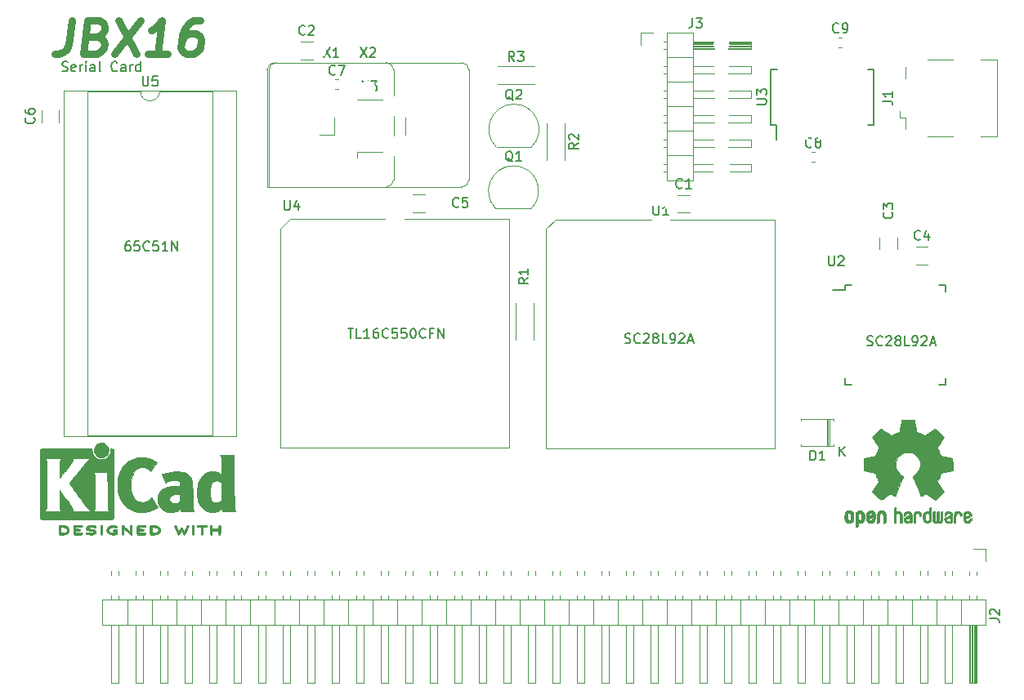
<source format=gto>
%TF.GenerationSoftware,KiCad,Pcbnew,(5.1.12)-1*%
%TF.CreationDate,2022-08-10T21:54:59-07:00*%
%TF.ProjectId,JBX16_UARTCard,4a425831-365f-4554-9152-54436172642e,rev?*%
%TF.SameCoordinates,Original*%
%TF.FileFunction,Legend,Top*%
%TF.FilePolarity,Positive*%
%FSLAX46Y46*%
G04 Gerber Fmt 4.6, Leading zero omitted, Abs format (unit mm)*
G04 Created by KiCad (PCBNEW (5.1.12)-1) date 2022-08-10 21:54:59*
%MOMM*%
%LPD*%
G01*
G04 APERTURE LIST*
%ADD10C,0.150000*%
%ADD11C,0.750000*%
%ADD12C,0.120000*%
%ADD13C,0.010000*%
%ADD14O,1.700000X1.700000*%
%ADD15R,1.700000X1.700000*%
%ADD16O,1.400000X1.400000*%
%ADD17C,1.400000*%
%ADD18R,1.300000X1.300000*%
%ADD19C,1.300000*%
%ADD20C,1.600000*%
%ADD21O,2.000000X2.000000*%
%ADD22R,2.000000X2.000000*%
%ADD23O,1.600000X1.600000*%
%ADD24R,1.600000X1.600000*%
%ADD25C,0.900000*%
%ADD26R,2.500000X0.500000*%
%ADD27R,2.500000X2.000000*%
%ADD28C,1.422400*%
%ADD29R,1.422400X1.422400*%
%ADD30R,3.500000X2.000000*%
%ADD31R,0.450000X1.750000*%
%ADD32R,0.520000X1.500000*%
%ADD33R,1.500000X0.520000*%
G04 APERTURE END LIST*
D10*
X91723175Y-101451160D02*
X91532699Y-101451160D01*
X91437460Y-101498780D01*
X91389841Y-101546399D01*
X91294603Y-101689256D01*
X91246984Y-101879732D01*
X91246984Y-102260684D01*
X91294603Y-102355922D01*
X91342222Y-102403541D01*
X91437460Y-102451160D01*
X91627937Y-102451160D01*
X91723175Y-102403541D01*
X91770794Y-102355922D01*
X91818413Y-102260684D01*
X91818413Y-102022589D01*
X91770794Y-101927351D01*
X91723175Y-101879732D01*
X91627937Y-101832113D01*
X91437460Y-101832113D01*
X91342222Y-101879732D01*
X91294603Y-101927351D01*
X91246984Y-102022589D01*
X92723175Y-101451160D02*
X92246984Y-101451160D01*
X92199365Y-101927351D01*
X92246984Y-101879732D01*
X92342222Y-101832113D01*
X92580318Y-101832113D01*
X92675556Y-101879732D01*
X92723175Y-101927351D01*
X92770794Y-102022589D01*
X92770794Y-102260684D01*
X92723175Y-102355922D01*
X92675556Y-102403541D01*
X92580318Y-102451160D01*
X92342222Y-102451160D01*
X92246984Y-102403541D01*
X92199365Y-102355922D01*
X93770794Y-102355922D02*
X93723175Y-102403541D01*
X93580318Y-102451160D01*
X93485080Y-102451160D01*
X93342222Y-102403541D01*
X93246984Y-102308303D01*
X93199365Y-102213065D01*
X93151746Y-102022589D01*
X93151746Y-101879732D01*
X93199365Y-101689256D01*
X93246984Y-101594018D01*
X93342222Y-101498780D01*
X93485080Y-101451160D01*
X93580318Y-101451160D01*
X93723175Y-101498780D01*
X93770794Y-101546399D01*
X94675556Y-101451160D02*
X94199365Y-101451160D01*
X94151746Y-101927351D01*
X94199365Y-101879732D01*
X94294603Y-101832113D01*
X94532699Y-101832113D01*
X94627937Y-101879732D01*
X94675556Y-101927351D01*
X94723175Y-102022589D01*
X94723175Y-102260684D01*
X94675556Y-102355922D01*
X94627937Y-102403541D01*
X94532699Y-102451160D01*
X94294603Y-102451160D01*
X94199365Y-102403541D01*
X94151746Y-102355922D01*
X95675556Y-102451160D02*
X95104127Y-102451160D01*
X95389841Y-102451160D02*
X95389841Y-101451160D01*
X95294603Y-101594018D01*
X95199365Y-101689256D01*
X95104127Y-101736875D01*
X96104127Y-102451160D02*
X96104127Y-101451160D01*
X96675556Y-102451160D01*
X96675556Y-101451160D01*
X168137010Y-112220641D02*
X168279867Y-112268260D01*
X168517962Y-112268260D01*
X168613200Y-112220641D01*
X168660820Y-112173022D01*
X168708439Y-112077784D01*
X168708439Y-111982546D01*
X168660820Y-111887308D01*
X168613200Y-111839689D01*
X168517962Y-111792070D01*
X168327486Y-111744451D01*
X168232248Y-111696832D01*
X168184629Y-111649213D01*
X168137010Y-111553975D01*
X168137010Y-111458737D01*
X168184629Y-111363499D01*
X168232248Y-111315880D01*
X168327486Y-111268260D01*
X168565581Y-111268260D01*
X168708439Y-111315880D01*
X169708439Y-112173022D02*
X169660820Y-112220641D01*
X169517962Y-112268260D01*
X169422724Y-112268260D01*
X169279867Y-112220641D01*
X169184629Y-112125403D01*
X169137010Y-112030165D01*
X169089391Y-111839689D01*
X169089391Y-111696832D01*
X169137010Y-111506356D01*
X169184629Y-111411118D01*
X169279867Y-111315880D01*
X169422724Y-111268260D01*
X169517962Y-111268260D01*
X169660820Y-111315880D01*
X169708439Y-111363499D01*
X170089391Y-111363499D02*
X170137010Y-111315880D01*
X170232248Y-111268260D01*
X170470343Y-111268260D01*
X170565581Y-111315880D01*
X170613200Y-111363499D01*
X170660820Y-111458737D01*
X170660820Y-111553975D01*
X170613200Y-111696832D01*
X170041772Y-112268260D01*
X170660820Y-112268260D01*
X171232248Y-111696832D02*
X171137010Y-111649213D01*
X171089391Y-111601594D01*
X171041772Y-111506356D01*
X171041772Y-111458737D01*
X171089391Y-111363499D01*
X171137010Y-111315880D01*
X171232248Y-111268260D01*
X171422724Y-111268260D01*
X171517962Y-111315880D01*
X171565581Y-111363499D01*
X171613200Y-111458737D01*
X171613200Y-111506356D01*
X171565581Y-111601594D01*
X171517962Y-111649213D01*
X171422724Y-111696832D01*
X171232248Y-111696832D01*
X171137010Y-111744451D01*
X171089391Y-111792070D01*
X171041772Y-111887308D01*
X171041772Y-112077784D01*
X171089391Y-112173022D01*
X171137010Y-112220641D01*
X171232248Y-112268260D01*
X171422724Y-112268260D01*
X171517962Y-112220641D01*
X171565581Y-112173022D01*
X171613200Y-112077784D01*
X171613200Y-111887308D01*
X171565581Y-111792070D01*
X171517962Y-111744451D01*
X171422724Y-111696832D01*
X172517962Y-112268260D02*
X172041772Y-112268260D01*
X172041772Y-111268260D01*
X172898915Y-112268260D02*
X173089391Y-112268260D01*
X173184629Y-112220641D01*
X173232248Y-112173022D01*
X173327486Y-112030165D01*
X173375105Y-111839689D01*
X173375105Y-111458737D01*
X173327486Y-111363499D01*
X173279867Y-111315880D01*
X173184629Y-111268260D01*
X172994153Y-111268260D01*
X172898915Y-111315880D01*
X172851296Y-111363499D01*
X172803677Y-111458737D01*
X172803677Y-111696832D01*
X172851296Y-111792070D01*
X172898915Y-111839689D01*
X172994153Y-111887308D01*
X173184629Y-111887308D01*
X173279867Y-111839689D01*
X173327486Y-111792070D01*
X173375105Y-111696832D01*
X173756058Y-111363499D02*
X173803677Y-111315880D01*
X173898915Y-111268260D01*
X174137010Y-111268260D01*
X174232248Y-111315880D01*
X174279867Y-111363499D01*
X174327486Y-111458737D01*
X174327486Y-111553975D01*
X174279867Y-111696832D01*
X173708439Y-112268260D01*
X174327486Y-112268260D01*
X174708439Y-111982546D02*
X175184629Y-111982546D01*
X174613200Y-112268260D02*
X174946534Y-111268260D01*
X175279867Y-112268260D01*
X143026570Y-111959021D02*
X143169427Y-112006640D01*
X143407522Y-112006640D01*
X143502760Y-111959021D01*
X143550380Y-111911402D01*
X143597999Y-111816164D01*
X143597999Y-111720926D01*
X143550380Y-111625688D01*
X143502760Y-111578069D01*
X143407522Y-111530450D01*
X143217046Y-111482831D01*
X143121808Y-111435212D01*
X143074189Y-111387593D01*
X143026570Y-111292355D01*
X143026570Y-111197117D01*
X143074189Y-111101879D01*
X143121808Y-111054260D01*
X143217046Y-111006640D01*
X143455141Y-111006640D01*
X143597999Y-111054260D01*
X144597999Y-111911402D02*
X144550380Y-111959021D01*
X144407522Y-112006640D01*
X144312284Y-112006640D01*
X144169427Y-111959021D01*
X144074189Y-111863783D01*
X144026570Y-111768545D01*
X143978951Y-111578069D01*
X143978951Y-111435212D01*
X144026570Y-111244736D01*
X144074189Y-111149498D01*
X144169427Y-111054260D01*
X144312284Y-111006640D01*
X144407522Y-111006640D01*
X144550380Y-111054260D01*
X144597999Y-111101879D01*
X144978951Y-111101879D02*
X145026570Y-111054260D01*
X145121808Y-111006640D01*
X145359903Y-111006640D01*
X145455141Y-111054260D01*
X145502760Y-111101879D01*
X145550380Y-111197117D01*
X145550380Y-111292355D01*
X145502760Y-111435212D01*
X144931332Y-112006640D01*
X145550380Y-112006640D01*
X146121808Y-111435212D02*
X146026570Y-111387593D01*
X145978951Y-111339974D01*
X145931332Y-111244736D01*
X145931332Y-111197117D01*
X145978951Y-111101879D01*
X146026570Y-111054260D01*
X146121808Y-111006640D01*
X146312284Y-111006640D01*
X146407522Y-111054260D01*
X146455141Y-111101879D01*
X146502760Y-111197117D01*
X146502760Y-111244736D01*
X146455141Y-111339974D01*
X146407522Y-111387593D01*
X146312284Y-111435212D01*
X146121808Y-111435212D01*
X146026570Y-111482831D01*
X145978951Y-111530450D01*
X145931332Y-111625688D01*
X145931332Y-111816164D01*
X145978951Y-111911402D01*
X146026570Y-111959021D01*
X146121808Y-112006640D01*
X146312284Y-112006640D01*
X146407522Y-111959021D01*
X146455141Y-111911402D01*
X146502760Y-111816164D01*
X146502760Y-111625688D01*
X146455141Y-111530450D01*
X146407522Y-111482831D01*
X146312284Y-111435212D01*
X147407522Y-112006640D02*
X146931332Y-112006640D01*
X146931332Y-111006640D01*
X147788475Y-112006640D02*
X147978951Y-112006640D01*
X148074189Y-111959021D01*
X148121808Y-111911402D01*
X148217046Y-111768545D01*
X148264665Y-111578069D01*
X148264665Y-111197117D01*
X148217046Y-111101879D01*
X148169427Y-111054260D01*
X148074189Y-111006640D01*
X147883713Y-111006640D01*
X147788475Y-111054260D01*
X147740856Y-111101879D01*
X147693237Y-111197117D01*
X147693237Y-111435212D01*
X147740856Y-111530450D01*
X147788475Y-111578069D01*
X147883713Y-111625688D01*
X148074189Y-111625688D01*
X148169427Y-111578069D01*
X148217046Y-111530450D01*
X148264665Y-111435212D01*
X148645618Y-111101879D02*
X148693237Y-111054260D01*
X148788475Y-111006640D01*
X149026570Y-111006640D01*
X149121808Y-111054260D01*
X149169427Y-111101879D01*
X149217046Y-111197117D01*
X149217046Y-111292355D01*
X149169427Y-111435212D01*
X148597999Y-112006640D01*
X149217046Y-112006640D01*
X149597999Y-111720926D02*
X150074189Y-111720926D01*
X149502760Y-112006640D02*
X149836094Y-111006640D01*
X150169427Y-112006640D01*
X114330790Y-110485940D02*
X114902219Y-110485940D01*
X114616504Y-111485940D02*
X114616504Y-110485940D01*
X115711742Y-111485940D02*
X115235552Y-111485940D01*
X115235552Y-110485940D01*
X116568885Y-111485940D02*
X115997457Y-111485940D01*
X116283171Y-111485940D02*
X116283171Y-110485940D01*
X116187933Y-110628798D01*
X116092695Y-110724036D01*
X115997457Y-110771655D01*
X117426028Y-110485940D02*
X117235552Y-110485940D01*
X117140314Y-110533560D01*
X117092695Y-110581179D01*
X116997457Y-110724036D01*
X116949838Y-110914512D01*
X116949838Y-111295464D01*
X116997457Y-111390702D01*
X117045076Y-111438321D01*
X117140314Y-111485940D01*
X117330790Y-111485940D01*
X117426028Y-111438321D01*
X117473647Y-111390702D01*
X117521266Y-111295464D01*
X117521266Y-111057369D01*
X117473647Y-110962131D01*
X117426028Y-110914512D01*
X117330790Y-110866893D01*
X117140314Y-110866893D01*
X117045076Y-110914512D01*
X116997457Y-110962131D01*
X116949838Y-111057369D01*
X118521266Y-111390702D02*
X118473647Y-111438321D01*
X118330790Y-111485940D01*
X118235552Y-111485940D01*
X118092695Y-111438321D01*
X117997457Y-111343083D01*
X117949838Y-111247845D01*
X117902219Y-111057369D01*
X117902219Y-110914512D01*
X117949838Y-110724036D01*
X117997457Y-110628798D01*
X118092695Y-110533560D01*
X118235552Y-110485940D01*
X118330790Y-110485940D01*
X118473647Y-110533560D01*
X118521266Y-110581179D01*
X119426028Y-110485940D02*
X118949838Y-110485940D01*
X118902219Y-110962131D01*
X118949838Y-110914512D01*
X119045076Y-110866893D01*
X119283171Y-110866893D01*
X119378409Y-110914512D01*
X119426028Y-110962131D01*
X119473647Y-111057369D01*
X119473647Y-111295464D01*
X119426028Y-111390702D01*
X119378409Y-111438321D01*
X119283171Y-111485940D01*
X119045076Y-111485940D01*
X118949838Y-111438321D01*
X118902219Y-111390702D01*
X120378409Y-110485940D02*
X119902219Y-110485940D01*
X119854600Y-110962131D01*
X119902219Y-110914512D01*
X119997457Y-110866893D01*
X120235552Y-110866893D01*
X120330790Y-110914512D01*
X120378409Y-110962131D01*
X120426028Y-111057369D01*
X120426028Y-111295464D01*
X120378409Y-111390702D01*
X120330790Y-111438321D01*
X120235552Y-111485940D01*
X119997457Y-111485940D01*
X119902219Y-111438321D01*
X119854600Y-111390702D01*
X121045076Y-110485940D02*
X121140314Y-110485940D01*
X121235552Y-110533560D01*
X121283171Y-110581179D01*
X121330790Y-110676417D01*
X121378409Y-110866893D01*
X121378409Y-111104988D01*
X121330790Y-111295464D01*
X121283171Y-111390702D01*
X121235552Y-111438321D01*
X121140314Y-111485940D01*
X121045076Y-111485940D01*
X120949838Y-111438321D01*
X120902219Y-111390702D01*
X120854600Y-111295464D01*
X120806980Y-111104988D01*
X120806980Y-110866893D01*
X120854600Y-110676417D01*
X120902219Y-110581179D01*
X120949838Y-110533560D01*
X121045076Y-110485940D01*
X122378409Y-111390702D02*
X122330790Y-111438321D01*
X122187933Y-111485940D01*
X122092695Y-111485940D01*
X121949838Y-111438321D01*
X121854600Y-111343083D01*
X121806980Y-111247845D01*
X121759361Y-111057369D01*
X121759361Y-110914512D01*
X121806980Y-110724036D01*
X121854600Y-110628798D01*
X121949838Y-110533560D01*
X122092695Y-110485940D01*
X122187933Y-110485940D01*
X122330790Y-110533560D01*
X122378409Y-110581179D01*
X123140314Y-110962131D02*
X122806980Y-110962131D01*
X122806980Y-111485940D02*
X122806980Y-110485940D01*
X123283171Y-110485940D01*
X123664123Y-111485940D02*
X123664123Y-110485940D01*
X124235552Y-111485940D01*
X124235552Y-110485940D01*
X84724431Y-83775181D02*
X84867288Y-83822800D01*
X85105383Y-83822800D01*
X85200621Y-83775181D01*
X85248240Y-83727562D01*
X85295860Y-83632324D01*
X85295860Y-83537086D01*
X85248240Y-83441848D01*
X85200621Y-83394229D01*
X85105383Y-83346610D01*
X84914907Y-83298991D01*
X84819669Y-83251372D01*
X84772050Y-83203753D01*
X84724431Y-83108515D01*
X84724431Y-83013277D01*
X84772050Y-82918039D01*
X84819669Y-82870420D01*
X84914907Y-82822800D01*
X85153002Y-82822800D01*
X85295860Y-82870420D01*
X86105383Y-83775181D02*
X86010145Y-83822800D01*
X85819669Y-83822800D01*
X85724431Y-83775181D01*
X85676812Y-83679943D01*
X85676812Y-83298991D01*
X85724431Y-83203753D01*
X85819669Y-83156134D01*
X86010145Y-83156134D01*
X86105383Y-83203753D01*
X86153002Y-83298991D01*
X86153002Y-83394229D01*
X85676812Y-83489467D01*
X86581574Y-83822800D02*
X86581574Y-83156134D01*
X86581574Y-83346610D02*
X86629193Y-83251372D01*
X86676812Y-83203753D01*
X86772050Y-83156134D01*
X86867288Y-83156134D01*
X87200621Y-83822800D02*
X87200621Y-83156134D01*
X87200621Y-82822800D02*
X87153002Y-82870420D01*
X87200621Y-82918039D01*
X87248240Y-82870420D01*
X87200621Y-82822800D01*
X87200621Y-82918039D01*
X88105383Y-83822800D02*
X88105383Y-83298991D01*
X88057764Y-83203753D01*
X87962526Y-83156134D01*
X87772050Y-83156134D01*
X87676812Y-83203753D01*
X88105383Y-83775181D02*
X88010145Y-83822800D01*
X87772050Y-83822800D01*
X87676812Y-83775181D01*
X87629193Y-83679943D01*
X87629193Y-83584705D01*
X87676812Y-83489467D01*
X87772050Y-83441848D01*
X88010145Y-83441848D01*
X88105383Y-83394229D01*
X88724431Y-83822800D02*
X88629193Y-83775181D01*
X88581574Y-83679943D01*
X88581574Y-82822800D01*
X90438717Y-83727562D02*
X90391098Y-83775181D01*
X90248240Y-83822800D01*
X90153002Y-83822800D01*
X90010145Y-83775181D01*
X89914907Y-83679943D01*
X89867288Y-83584705D01*
X89819669Y-83394229D01*
X89819669Y-83251372D01*
X89867288Y-83060896D01*
X89914907Y-82965658D01*
X90010145Y-82870420D01*
X90153002Y-82822800D01*
X90248240Y-82822800D01*
X90391098Y-82870420D01*
X90438717Y-82918039D01*
X91295860Y-83822800D02*
X91295860Y-83298991D01*
X91248240Y-83203753D01*
X91153002Y-83156134D01*
X90962526Y-83156134D01*
X90867288Y-83203753D01*
X91295860Y-83775181D02*
X91200621Y-83822800D01*
X90962526Y-83822800D01*
X90867288Y-83775181D01*
X90819669Y-83679943D01*
X90819669Y-83584705D01*
X90867288Y-83489467D01*
X90962526Y-83441848D01*
X91200621Y-83441848D01*
X91295860Y-83394229D01*
X91772050Y-83822800D02*
X91772050Y-83156134D01*
X91772050Y-83346610D02*
X91819669Y-83251372D01*
X91867288Y-83203753D01*
X91962526Y-83156134D01*
X92057764Y-83156134D01*
X92819669Y-83822800D02*
X92819669Y-82822800D01*
X92819669Y-83775181D02*
X92724431Y-83822800D01*
X92533955Y-83822800D01*
X92438717Y-83775181D01*
X92391098Y-83727562D01*
X92343479Y-83632324D01*
X92343479Y-83346610D01*
X92391098Y-83251372D01*
X92438717Y-83203753D01*
X92533955Y-83156134D01*
X92724431Y-83156134D01*
X92819669Y-83203753D01*
D11*
X85719010Y-78560693D02*
X85406510Y-81060693D01*
X85177344Y-81560693D01*
X84802344Y-81894026D01*
X84281510Y-82060693D01*
X83948177Y-82060693D01*
X88344010Y-80227360D02*
X88823177Y-80394026D01*
X88969010Y-80560693D01*
X89094010Y-80894026D01*
X89031510Y-81394026D01*
X88823177Y-81727360D01*
X88635677Y-81894026D01*
X88281510Y-82060693D01*
X86948177Y-82060693D01*
X87385677Y-78560693D01*
X88552344Y-78560693D01*
X88864844Y-78727360D01*
X89010677Y-78894026D01*
X89135677Y-79227360D01*
X89094010Y-79560693D01*
X88885677Y-79894026D01*
X88698177Y-80060693D01*
X88344010Y-80227360D01*
X87177344Y-80227360D01*
X90552344Y-78560693D02*
X92448177Y-82060693D01*
X92885677Y-78560693D02*
X90114844Y-82060693D01*
X95614844Y-82060693D02*
X93614844Y-82060693D01*
X94614844Y-82060693D02*
X95052344Y-78560693D01*
X94656510Y-79060693D01*
X94281510Y-79394026D01*
X93927344Y-79560693D01*
X99052344Y-78560693D02*
X98385677Y-78560693D01*
X98031510Y-78727360D01*
X97844010Y-78894026D01*
X97448177Y-79394026D01*
X97198177Y-80060693D01*
X97031510Y-81394026D01*
X97156510Y-81727360D01*
X97302344Y-81894026D01*
X97614844Y-82060693D01*
X98281510Y-82060693D01*
X98635677Y-81894026D01*
X98823177Y-81727360D01*
X99031510Y-81394026D01*
X99135677Y-80560693D01*
X99010677Y-80227360D01*
X98864844Y-80060693D01*
X98552344Y-79894026D01*
X97885677Y-79894026D01*
X97531510Y-80060693D01*
X97344010Y-80227360D01*
X97135677Y-80560693D01*
D12*
%TO.C,J3*%
X144703800Y-79857600D02*
X145973800Y-79857600D01*
X144703800Y-81127600D02*
X144703800Y-79857600D01*
X147016729Y-94207600D02*
X147413800Y-94207600D01*
X147016729Y-93447600D02*
X147413800Y-93447600D01*
X156073800Y-94207600D02*
X150073800Y-94207600D01*
X156073800Y-93447600D02*
X156073800Y-94207600D01*
X150073800Y-93447600D02*
X156073800Y-93447600D01*
X147413800Y-92557600D02*
X150073800Y-92557600D01*
X147016729Y-91667600D02*
X147413800Y-91667600D01*
X147016729Y-90907600D02*
X147413800Y-90907600D01*
X156073800Y-91667600D02*
X150073800Y-91667600D01*
X156073800Y-90907600D02*
X156073800Y-91667600D01*
X150073800Y-90907600D02*
X156073800Y-90907600D01*
X147413800Y-90017600D02*
X150073800Y-90017600D01*
X147016729Y-89127600D02*
X147413800Y-89127600D01*
X147016729Y-88367600D02*
X147413800Y-88367600D01*
X156073800Y-89127600D02*
X150073800Y-89127600D01*
X156073800Y-88367600D02*
X156073800Y-89127600D01*
X150073800Y-88367600D02*
X156073800Y-88367600D01*
X147413800Y-87477600D02*
X150073800Y-87477600D01*
X147016729Y-86587600D02*
X147413800Y-86587600D01*
X147016729Y-85827600D02*
X147413800Y-85827600D01*
X156073800Y-86587600D02*
X150073800Y-86587600D01*
X156073800Y-85827600D02*
X156073800Y-86587600D01*
X150073800Y-85827600D02*
X156073800Y-85827600D01*
X147413800Y-84937600D02*
X150073800Y-84937600D01*
X147016729Y-84047600D02*
X147413800Y-84047600D01*
X147016729Y-83287600D02*
X147413800Y-83287600D01*
X156073800Y-84047600D02*
X150073800Y-84047600D01*
X156073800Y-83287600D02*
X156073800Y-84047600D01*
X150073800Y-83287600D02*
X156073800Y-83287600D01*
X147413800Y-82397600D02*
X150073800Y-82397600D01*
X147083800Y-81507600D02*
X147413800Y-81507600D01*
X147083800Y-80747600D02*
X147413800Y-80747600D01*
X150073800Y-81407600D02*
X156073800Y-81407600D01*
X150073800Y-81287600D02*
X156073800Y-81287600D01*
X150073800Y-81167600D02*
X156073800Y-81167600D01*
X150073800Y-81047600D02*
X156073800Y-81047600D01*
X150073800Y-80927600D02*
X156073800Y-80927600D01*
X150073800Y-80807600D02*
X156073800Y-80807600D01*
X156073800Y-81507600D02*
X150073800Y-81507600D01*
X156073800Y-80747600D02*
X156073800Y-81507600D01*
X150073800Y-80747600D02*
X156073800Y-80747600D01*
X150073800Y-79797600D02*
X147413800Y-79797600D01*
X150073800Y-95157600D02*
X150073800Y-79797600D01*
X147413800Y-95157600D02*
X150073800Y-95157600D01*
X147413800Y-79797600D02*
X147413800Y-95157600D01*
%TO.C,R3*%
X129819640Y-83324180D02*
X133659640Y-83324180D01*
X129819640Y-85164180D02*
X133659640Y-85164180D01*
%TO.C,R2*%
X136776980Y-89184720D02*
X136776980Y-93024720D01*
X134936980Y-89184720D02*
X134936980Y-93024720D01*
%TO.C,Q2*%
X129736440Y-91677100D02*
X133336440Y-91677100D01*
X133374918Y-91665578D02*
G75*
G03*
X131536440Y-87227100I-1838478J1838478D01*
G01*
X129697962Y-91665578D02*
G75*
G02*
X131536440Y-87227100I1838478J1838478D01*
G01*
D13*
%TO.C,REF\u002A\u002A*%
G36*
X167533760Y-129370923D02*
G01*
X167645310Y-129426542D01*
X167743768Y-129528951D01*
X167770883Y-129566884D01*
X167800422Y-129616520D01*
X167819588Y-129670432D01*
X167830553Y-129742384D01*
X167835489Y-129846142D01*
X167836573Y-129983121D01*
X167831678Y-130170835D01*
X167814664Y-130311778D01*
X167782037Y-130416928D01*
X167730302Y-130497263D01*
X167655964Y-130563761D01*
X167650502Y-130567698D01*
X167577240Y-130607973D01*
X167489020Y-130627900D01*
X167376822Y-130632813D01*
X167194427Y-130632813D01*
X167194351Y-130809877D01*
X167192653Y-130908490D01*
X167182310Y-130966334D01*
X167155282Y-131001026D01*
X167103528Y-131030184D01*
X167091099Y-131036141D01*
X167032937Y-131064059D01*
X166987904Y-131081692D01*
X166954419Y-131083214D01*
X166930898Y-131062801D01*
X166915760Y-131014627D01*
X166907423Y-130932866D01*
X166904304Y-130811692D01*
X166904820Y-130645280D01*
X166907389Y-130427805D01*
X166908192Y-130362756D01*
X166911082Y-130138522D01*
X166913672Y-129991841D01*
X167194274Y-129991841D01*
X167195851Y-130116346D01*
X167202860Y-130197807D01*
X167218718Y-130251535D01*
X167246841Y-130292843D01*
X167265935Y-130312991D01*
X167343995Y-130371941D01*
X167413107Y-130376740D01*
X167484420Y-130328058D01*
X167486228Y-130326261D01*
X167515243Y-130288638D01*
X167532893Y-130237504D01*
X167541796Y-130158758D01*
X167544569Y-130038296D01*
X167544619Y-130011608D01*
X167537918Y-129845603D01*
X167516108Y-129730525D01*
X167476625Y-129660274D01*
X167416904Y-129628749D01*
X167382388Y-129625572D01*
X167300471Y-129640480D01*
X167244281Y-129689568D01*
X167210458Y-129779382D01*
X167195640Y-129916465D01*
X167194274Y-129991841D01*
X166913672Y-129991841D01*
X166914147Y-129964972D01*
X166918107Y-129834402D01*
X166923686Y-129739107D01*
X166931606Y-129671384D01*
X166942591Y-129623527D01*
X166957361Y-129587833D01*
X166976642Y-129556598D01*
X166984909Y-129544844D01*
X167094572Y-129433817D01*
X167233225Y-129370867D01*
X167393614Y-129353317D01*
X167533760Y-129370923D01*
G37*
X167533760Y-129370923D02*
X167645310Y-129426542D01*
X167743768Y-129528951D01*
X167770883Y-129566884D01*
X167800422Y-129616520D01*
X167819588Y-129670432D01*
X167830553Y-129742384D01*
X167835489Y-129846142D01*
X167836573Y-129983121D01*
X167831678Y-130170835D01*
X167814664Y-130311778D01*
X167782037Y-130416928D01*
X167730302Y-130497263D01*
X167655964Y-130563761D01*
X167650502Y-130567698D01*
X167577240Y-130607973D01*
X167489020Y-130627900D01*
X167376822Y-130632813D01*
X167194427Y-130632813D01*
X167194351Y-130809877D01*
X167192653Y-130908490D01*
X167182310Y-130966334D01*
X167155282Y-131001026D01*
X167103528Y-131030184D01*
X167091099Y-131036141D01*
X167032937Y-131064059D01*
X166987904Y-131081692D01*
X166954419Y-131083214D01*
X166930898Y-131062801D01*
X166915760Y-131014627D01*
X166907423Y-130932866D01*
X166904304Y-130811692D01*
X166904820Y-130645280D01*
X166907389Y-130427805D01*
X166908192Y-130362756D01*
X166911082Y-130138522D01*
X166913672Y-129991841D01*
X167194274Y-129991841D01*
X167195851Y-130116346D01*
X167202860Y-130197807D01*
X167218718Y-130251535D01*
X167246841Y-130292843D01*
X167265935Y-130312991D01*
X167343995Y-130371941D01*
X167413107Y-130376740D01*
X167484420Y-130328058D01*
X167486228Y-130326261D01*
X167515243Y-130288638D01*
X167532893Y-130237504D01*
X167541796Y-130158758D01*
X167544569Y-130038296D01*
X167544619Y-130011608D01*
X167537918Y-129845603D01*
X167516108Y-129730525D01*
X167476625Y-129660274D01*
X167416904Y-129628749D01*
X167382388Y-129625572D01*
X167300471Y-129640480D01*
X167244281Y-129689568D01*
X167210458Y-129779382D01*
X167195640Y-129916465D01*
X167194274Y-129991841D01*
X166913672Y-129991841D01*
X166914147Y-129964972D01*
X166918107Y-129834402D01*
X166923686Y-129739107D01*
X166931606Y-129671384D01*
X166942591Y-129623527D01*
X166957361Y-129587833D01*
X166976642Y-129556598D01*
X166984909Y-129544844D01*
X167094572Y-129433817D01*
X167233225Y-129370867D01*
X167393614Y-129353317D01*
X167533760Y-129370923D01*
G36*
X169779289Y-129386739D02*
G01*
X169872983Y-129440934D01*
X169938124Y-129494727D01*
X169985767Y-129551086D01*
X170018588Y-129620007D01*
X170039266Y-129711488D01*
X170050480Y-129835526D01*
X170054909Y-130002118D01*
X170055423Y-130121871D01*
X170055423Y-130562679D01*
X169931343Y-130618303D01*
X169807262Y-130673927D01*
X169792665Y-130191115D01*
X169786633Y-130010799D01*
X169780305Y-129879921D01*
X169772466Y-129789531D01*
X169761897Y-129730684D01*
X169747383Y-129694433D01*
X169727708Y-129671830D01*
X169721395Y-129666937D01*
X169625748Y-129628726D01*
X169529067Y-129643847D01*
X169471515Y-129683963D01*
X169448105Y-129712390D01*
X169431899Y-129749692D01*
X169421601Y-129806243D01*
X169415909Y-129892414D01*
X169413524Y-130018578D01*
X169413124Y-130150062D01*
X169413046Y-130315019D01*
X169410221Y-130431781D01*
X169400767Y-130510530D01*
X169380800Y-130561451D01*
X169346436Y-130594726D01*
X169293792Y-130620540D01*
X169223477Y-130647364D01*
X169146680Y-130676562D01*
X169155822Y-130158366D01*
X169159503Y-129971559D01*
X169163810Y-129833510D01*
X169169983Y-129734588D01*
X169179262Y-129665165D01*
X169192887Y-129615610D01*
X169212099Y-129576293D01*
X169235262Y-129541604D01*
X169347012Y-129430790D01*
X169483373Y-129366709D01*
X169631685Y-129351359D01*
X169779289Y-129386739D01*
G37*
X169779289Y-129386739D02*
X169872983Y-129440934D01*
X169938124Y-129494727D01*
X169985767Y-129551086D01*
X170018588Y-129620007D01*
X170039266Y-129711488D01*
X170050480Y-129835526D01*
X170054909Y-130002118D01*
X170055423Y-130121871D01*
X170055423Y-130562679D01*
X169931343Y-130618303D01*
X169807262Y-130673927D01*
X169792665Y-130191115D01*
X169786633Y-130010799D01*
X169780305Y-129879921D01*
X169772466Y-129789531D01*
X169761897Y-129730684D01*
X169747383Y-129694433D01*
X169727708Y-129671830D01*
X169721395Y-129666937D01*
X169625748Y-129628726D01*
X169529067Y-129643847D01*
X169471515Y-129683963D01*
X169448105Y-129712390D01*
X169431899Y-129749692D01*
X169421601Y-129806243D01*
X169415909Y-129892414D01*
X169413524Y-130018578D01*
X169413124Y-130150062D01*
X169413046Y-130315019D01*
X169410221Y-130431781D01*
X169400767Y-130510530D01*
X169380800Y-130561451D01*
X169346436Y-130594726D01*
X169293792Y-130620540D01*
X169223477Y-130647364D01*
X169146680Y-130676562D01*
X169155822Y-130158366D01*
X169159503Y-129971559D01*
X169163810Y-129833510D01*
X169169983Y-129734588D01*
X169179262Y-129665165D01*
X169192887Y-129615610D01*
X169212099Y-129576293D01*
X169235262Y-129541604D01*
X169347012Y-129430790D01*
X169483373Y-129366709D01*
X169631685Y-129351359D01*
X169779289Y-129386739D01*
G36*
X166410081Y-129375035D02*
G01*
X166546921Y-129446988D01*
X166647911Y-129562786D01*
X166683785Y-129637233D01*
X166711699Y-129749012D01*
X166725989Y-129890247D01*
X166727344Y-130044391D01*
X166716455Y-130194899D01*
X166694013Y-130325225D01*
X166660710Y-130418823D01*
X166650475Y-130434942D01*
X166529242Y-130555269D01*
X166385247Y-130627337D01*
X166228999Y-130648428D01*
X166071008Y-130615822D01*
X166027040Y-130596273D01*
X165941416Y-130536032D01*
X165866268Y-130456155D01*
X165859166Y-130446024D01*
X165830299Y-130397201D01*
X165811217Y-130345010D01*
X165799944Y-130276305D01*
X165794505Y-130177938D01*
X165792922Y-130036764D01*
X165792895Y-130005112D01*
X165792967Y-129995039D01*
X166084849Y-129995039D01*
X166086547Y-130128276D01*
X166093232Y-130216694D01*
X166107285Y-130273805D01*
X166131089Y-130313122D01*
X166143239Y-130326261D01*
X166213096Y-130376192D01*
X166280919Y-130373915D01*
X166349495Y-130330604D01*
X166390395Y-130284366D01*
X166414618Y-130216877D01*
X166428221Y-130110453D01*
X166429154Y-130098040D01*
X166431476Y-129905167D01*
X166407210Y-129761920D01*
X166356684Y-129669180D01*
X166280228Y-129627827D01*
X166252936Y-129625572D01*
X166181271Y-129636913D01*
X166132250Y-129676204D01*
X166102278Y-129751346D01*
X166087759Y-129870242D01*
X166084849Y-129995039D01*
X165792967Y-129995039D01*
X165793982Y-129854679D01*
X165798548Y-129749569D01*
X165808548Y-129676734D01*
X165825939Y-129623128D01*
X165852676Y-129575701D01*
X165858584Y-129566884D01*
X165957892Y-129448027D01*
X166066102Y-129379028D01*
X166197841Y-129351639D01*
X166242577Y-129350301D01*
X166410081Y-129375035D01*
G37*
X166410081Y-129375035D02*
X166546921Y-129446988D01*
X166647911Y-129562786D01*
X166683785Y-129637233D01*
X166711699Y-129749012D01*
X166725989Y-129890247D01*
X166727344Y-130044391D01*
X166716455Y-130194899D01*
X166694013Y-130325225D01*
X166660710Y-130418823D01*
X166650475Y-130434942D01*
X166529242Y-130555269D01*
X166385247Y-130627337D01*
X166228999Y-130648428D01*
X166071008Y-130615822D01*
X166027040Y-130596273D01*
X165941416Y-130536032D01*
X165866268Y-130456155D01*
X165859166Y-130446024D01*
X165830299Y-130397201D01*
X165811217Y-130345010D01*
X165799944Y-130276305D01*
X165794505Y-130177938D01*
X165792922Y-130036764D01*
X165792895Y-130005112D01*
X165792967Y-129995039D01*
X166084849Y-129995039D01*
X166086547Y-130128276D01*
X166093232Y-130216694D01*
X166107285Y-130273805D01*
X166131089Y-130313122D01*
X166143239Y-130326261D01*
X166213096Y-130376192D01*
X166280919Y-130373915D01*
X166349495Y-130330604D01*
X166390395Y-130284366D01*
X166414618Y-130216877D01*
X166428221Y-130110453D01*
X166429154Y-130098040D01*
X166431476Y-129905167D01*
X166407210Y-129761920D01*
X166356684Y-129669180D01*
X166280228Y-129627827D01*
X166252936Y-129625572D01*
X166181271Y-129636913D01*
X166132250Y-129676204D01*
X166102278Y-129751346D01*
X166087759Y-129870242D01*
X166084849Y-129995039D01*
X165792967Y-129995039D01*
X165793982Y-129854679D01*
X165798548Y-129749569D01*
X165808548Y-129676734D01*
X165825939Y-129623128D01*
X165852676Y-129575701D01*
X165858584Y-129566884D01*
X165957892Y-129448027D01*
X166066102Y-129379028D01*
X166197841Y-129351639D01*
X166242577Y-129350301D01*
X166410081Y-129375035D01*
G36*
X168677412Y-129393696D02*
G01*
X168792518Y-129471131D01*
X168881471Y-129582969D01*
X168934609Y-129725285D01*
X168945357Y-129830035D01*
X168944136Y-129873746D01*
X168933916Y-129907214D01*
X168905821Y-129937199D01*
X168850976Y-129970460D01*
X168760505Y-130013758D01*
X168625532Y-130073853D01*
X168624849Y-130074154D01*
X168500611Y-130131057D01*
X168398733Y-130181585D01*
X168329627Y-130220300D01*
X168303706Y-130241760D01*
X168303699Y-130241933D01*
X168326545Y-130288664D01*
X168379969Y-130340174D01*
X168441302Y-130377281D01*
X168472375Y-130384652D01*
X168557149Y-130359158D01*
X168630153Y-130295311D01*
X168665773Y-130225114D01*
X168700040Y-130173363D01*
X168767163Y-130114429D01*
X168846068Y-130063516D01*
X168915681Y-130035829D01*
X168930237Y-130034307D01*
X168946623Y-130059341D01*
X168947610Y-130123331D01*
X168935568Y-130209613D01*
X168912867Y-130301521D01*
X168881874Y-130382389D01*
X168880308Y-130385529D01*
X168787041Y-130515754D01*
X168666164Y-130604331D01*
X168528887Y-130647806D01*
X168386420Y-130642726D01*
X168249972Y-130585636D01*
X168243905Y-130581622D01*
X168136570Y-130484346D01*
X168065992Y-130357429D01*
X168026934Y-130190546D01*
X168021692Y-130143659D01*
X168012408Y-129922349D01*
X168023538Y-129819144D01*
X168303699Y-129819144D01*
X168307339Y-129883523D01*
X168327249Y-129902311D01*
X168376886Y-129888255D01*
X168455127Y-129855029D01*
X168542586Y-129813379D01*
X168544759Y-129812276D01*
X168618890Y-129773285D01*
X168648641Y-129747264D01*
X168641305Y-129719985D01*
X168610413Y-129684141D01*
X168531820Y-129632271D01*
X168447183Y-129628459D01*
X168371263Y-129666209D01*
X168318825Y-129739021D01*
X168303699Y-129819144D01*
X168023538Y-129819144D01*
X168031504Y-129745281D01*
X168080494Y-129604849D01*
X168148696Y-129506467D01*
X168271795Y-129407050D01*
X168407388Y-129357731D01*
X168545815Y-129354588D01*
X168677412Y-129393696D01*
G37*
X168677412Y-129393696D02*
X168792518Y-129471131D01*
X168881471Y-129582969D01*
X168934609Y-129725285D01*
X168945357Y-129830035D01*
X168944136Y-129873746D01*
X168933916Y-129907214D01*
X168905821Y-129937199D01*
X168850976Y-129970460D01*
X168760505Y-130013758D01*
X168625532Y-130073853D01*
X168624849Y-130074154D01*
X168500611Y-130131057D01*
X168398733Y-130181585D01*
X168329627Y-130220300D01*
X168303706Y-130241760D01*
X168303699Y-130241933D01*
X168326545Y-130288664D01*
X168379969Y-130340174D01*
X168441302Y-130377281D01*
X168472375Y-130384652D01*
X168557149Y-130359158D01*
X168630153Y-130295311D01*
X168665773Y-130225114D01*
X168700040Y-130173363D01*
X168767163Y-130114429D01*
X168846068Y-130063516D01*
X168915681Y-130035829D01*
X168930237Y-130034307D01*
X168946623Y-130059341D01*
X168947610Y-130123331D01*
X168935568Y-130209613D01*
X168912867Y-130301521D01*
X168881874Y-130382389D01*
X168880308Y-130385529D01*
X168787041Y-130515754D01*
X168666164Y-130604331D01*
X168528887Y-130647806D01*
X168386420Y-130642726D01*
X168249972Y-130585636D01*
X168243905Y-130581622D01*
X168136570Y-130484346D01*
X168065992Y-130357429D01*
X168026934Y-130190546D01*
X168021692Y-130143659D01*
X168012408Y-129922349D01*
X168023538Y-129819144D01*
X168303699Y-129819144D01*
X168307339Y-129883523D01*
X168327249Y-129902311D01*
X168376886Y-129888255D01*
X168455127Y-129855029D01*
X168542586Y-129813379D01*
X168544759Y-129812276D01*
X168618890Y-129773285D01*
X168648641Y-129747264D01*
X168641305Y-129719985D01*
X168610413Y-129684141D01*
X168531820Y-129632271D01*
X168447183Y-129628459D01*
X168371263Y-129666209D01*
X168318825Y-129739021D01*
X168303699Y-129819144D01*
X168023538Y-129819144D01*
X168031504Y-129745281D01*
X168080494Y-129604849D01*
X168148696Y-129506467D01*
X168271795Y-129407050D01*
X168407388Y-129357731D01*
X168545815Y-129354588D01*
X168677412Y-129393696D01*
G36*
X171106458Y-129232877D02*
G01*
X171115014Y-129352208D01*
X171124841Y-129422526D01*
X171138459Y-129453199D01*
X171158387Y-129453591D01*
X171164849Y-129449930D01*
X171250800Y-129423418D01*
X171362605Y-129424966D01*
X171476274Y-129452219D01*
X171547370Y-129487475D01*
X171620265Y-129543798D01*
X171673553Y-129607539D01*
X171710135Y-129688530D01*
X171732910Y-129796606D01*
X171744779Y-129941600D01*
X171748642Y-130133346D01*
X171748711Y-130170129D01*
X171748757Y-130583308D01*
X171656814Y-130615359D01*
X171591512Y-130637164D01*
X171555684Y-130647317D01*
X171554630Y-130647411D01*
X171551102Y-130619880D01*
X171548099Y-130543943D01*
X171545850Y-130429585D01*
X171544584Y-130286789D01*
X171544389Y-130199971D01*
X171543983Y-130028793D01*
X171541892Y-129906108D01*
X171536807Y-129822020D01*
X171527420Y-129766634D01*
X171512421Y-129730052D01*
X171490502Y-129702379D01*
X171476817Y-129689052D01*
X171382809Y-129635348D01*
X171280224Y-129631327D01*
X171187150Y-129676745D01*
X171169938Y-129693143D01*
X171144692Y-129723977D01*
X171127180Y-129760551D01*
X171116002Y-129813435D01*
X171109756Y-129893197D01*
X171107042Y-130010405D01*
X171106458Y-130172011D01*
X171106458Y-130583308D01*
X171014515Y-130615359D01*
X170949213Y-130637164D01*
X170913385Y-130647317D01*
X170912331Y-130647411D01*
X170909635Y-130619468D01*
X170907205Y-130540650D01*
X170905138Y-130418473D01*
X170903531Y-130260452D01*
X170902483Y-130074103D01*
X170902091Y-129866940D01*
X170902090Y-129857726D01*
X170902090Y-129068040D01*
X170996975Y-129028017D01*
X171091860Y-128987993D01*
X171106458Y-129232877D01*
G37*
X171106458Y-129232877D02*
X171115014Y-129352208D01*
X171124841Y-129422526D01*
X171138459Y-129453199D01*
X171158387Y-129453591D01*
X171164849Y-129449930D01*
X171250800Y-129423418D01*
X171362605Y-129424966D01*
X171476274Y-129452219D01*
X171547370Y-129487475D01*
X171620265Y-129543798D01*
X171673553Y-129607539D01*
X171710135Y-129688530D01*
X171732910Y-129796606D01*
X171744779Y-129941600D01*
X171748642Y-130133346D01*
X171748711Y-130170129D01*
X171748757Y-130583308D01*
X171656814Y-130615359D01*
X171591512Y-130637164D01*
X171555684Y-130647317D01*
X171554630Y-130647411D01*
X171551102Y-130619880D01*
X171548099Y-130543943D01*
X171545850Y-130429585D01*
X171544584Y-130286789D01*
X171544389Y-130199971D01*
X171543983Y-130028793D01*
X171541892Y-129906108D01*
X171536807Y-129822020D01*
X171527420Y-129766634D01*
X171512421Y-129730052D01*
X171490502Y-129702379D01*
X171476817Y-129689052D01*
X171382809Y-129635348D01*
X171280224Y-129631327D01*
X171187150Y-129676745D01*
X171169938Y-129693143D01*
X171144692Y-129723977D01*
X171127180Y-129760551D01*
X171116002Y-129813435D01*
X171109756Y-129893197D01*
X171107042Y-130010405D01*
X171106458Y-130172011D01*
X171106458Y-130583308D01*
X171014515Y-130615359D01*
X170949213Y-130637164D01*
X170913385Y-130647317D01*
X170912331Y-130647411D01*
X170909635Y-130619468D01*
X170907205Y-130540650D01*
X170905138Y-130418473D01*
X170903531Y-130260452D01*
X170902483Y-130074103D01*
X170902091Y-129866940D01*
X170902090Y-129857726D01*
X170902090Y-129068040D01*
X170996975Y-129028017D01*
X171091860Y-128987993D01*
X171106458Y-129232877D01*
G36*
X172441804Y-129433380D02*
G01*
X172556203Y-129475862D01*
X172557512Y-129476678D01*
X172628263Y-129528750D01*
X172680496Y-129589604D01*
X172717231Y-129668907D01*
X172741494Y-129776329D01*
X172756305Y-129921537D01*
X172764689Y-130114199D01*
X172765424Y-130141648D01*
X172775980Y-130555541D01*
X172687151Y-130601476D01*
X172622878Y-130632518D01*
X172584070Y-130647226D01*
X172582275Y-130647411D01*
X172575560Y-130620270D01*
X172570225Y-130547061D01*
X172566943Y-130440101D01*
X172566228Y-130353489D01*
X172566211Y-130213182D01*
X172559797Y-130125071D01*
X172537440Y-130083045D01*
X172489592Y-130080995D01*
X172406709Y-130112810D01*
X172281573Y-130171292D01*
X172189557Y-130219865D01*
X172142231Y-130262006D01*
X172128318Y-130307936D01*
X172128297Y-130310209D01*
X172151255Y-130389331D01*
X172219230Y-130432075D01*
X172323258Y-130438266D01*
X172398190Y-130437192D01*
X172437699Y-130458773D01*
X172462338Y-130510611D01*
X172476519Y-130576652D01*
X172456083Y-130614124D01*
X172448388Y-130619487D01*
X172375943Y-130641026D01*
X172274493Y-130644075D01*
X172170017Y-130629798D01*
X172095985Y-130603708D01*
X171993632Y-130516805D01*
X171935451Y-130395836D01*
X171923929Y-130301328D01*
X171932722Y-130216082D01*
X171964540Y-130146496D01*
X172027544Y-130084692D01*
X172129891Y-130022792D01*
X172279742Y-129952917D01*
X172288872Y-129948968D01*
X172423857Y-129886608D01*
X172507154Y-129835466D01*
X172542857Y-129789508D01*
X172535063Y-129742703D01*
X172487867Y-129689018D01*
X172473754Y-129676664D01*
X172379219Y-129628761D01*
X172281266Y-129630778D01*
X172195957Y-129677744D01*
X172139356Y-129764689D01*
X172134097Y-129781754D01*
X172082883Y-129864524D01*
X172017897Y-129904392D01*
X171923929Y-129943902D01*
X171923929Y-129841678D01*
X171952513Y-129693092D01*
X172037355Y-129556804D01*
X172081505Y-129511211D01*
X172181865Y-129452694D01*
X172309495Y-129426204D01*
X172441804Y-129433380D01*
G37*
X172441804Y-129433380D02*
X172556203Y-129475862D01*
X172557512Y-129476678D01*
X172628263Y-129528750D01*
X172680496Y-129589604D01*
X172717231Y-129668907D01*
X172741494Y-129776329D01*
X172756305Y-129921537D01*
X172764689Y-130114199D01*
X172765424Y-130141648D01*
X172775980Y-130555541D01*
X172687151Y-130601476D01*
X172622878Y-130632518D01*
X172584070Y-130647226D01*
X172582275Y-130647411D01*
X172575560Y-130620270D01*
X172570225Y-130547061D01*
X172566943Y-130440101D01*
X172566228Y-130353489D01*
X172566211Y-130213182D01*
X172559797Y-130125071D01*
X172537440Y-130083045D01*
X172489592Y-130080995D01*
X172406709Y-130112810D01*
X172281573Y-130171292D01*
X172189557Y-130219865D01*
X172142231Y-130262006D01*
X172128318Y-130307936D01*
X172128297Y-130310209D01*
X172151255Y-130389331D01*
X172219230Y-130432075D01*
X172323258Y-130438266D01*
X172398190Y-130437192D01*
X172437699Y-130458773D01*
X172462338Y-130510611D01*
X172476519Y-130576652D01*
X172456083Y-130614124D01*
X172448388Y-130619487D01*
X172375943Y-130641026D01*
X172274493Y-130644075D01*
X172170017Y-130629798D01*
X172095985Y-130603708D01*
X171993632Y-130516805D01*
X171935451Y-130395836D01*
X171923929Y-130301328D01*
X171932722Y-130216082D01*
X171964540Y-130146496D01*
X172027544Y-130084692D01*
X172129891Y-130022792D01*
X172279742Y-129952917D01*
X172288872Y-129948968D01*
X172423857Y-129886608D01*
X172507154Y-129835466D01*
X172542857Y-129789508D01*
X172535063Y-129742703D01*
X172487867Y-129689018D01*
X172473754Y-129676664D01*
X172379219Y-129628761D01*
X172281266Y-129630778D01*
X172195957Y-129677744D01*
X172139356Y-129764689D01*
X172134097Y-129781754D01*
X172082883Y-129864524D01*
X172017897Y-129904392D01*
X171923929Y-129943902D01*
X171923929Y-129841678D01*
X171952513Y-129693092D01*
X172037355Y-129556804D01*
X172081505Y-129511211D01*
X172181865Y-129452694D01*
X172309495Y-129426204D01*
X172441804Y-129433380D01*
G36*
X173427803Y-129430940D02*
G01*
X173560425Y-129479879D01*
X173667870Y-129566439D01*
X173709892Y-129627372D01*
X173755703Y-129739181D01*
X173754751Y-129820026D01*
X173706668Y-129874398D01*
X173688877Y-129883644D01*
X173612064Y-129912470D01*
X173572836Y-129905085D01*
X173559549Y-129856678D01*
X173558872Y-129829940D01*
X173534546Y-129731568D01*
X173471141Y-129662754D01*
X173383014Y-129629518D01*
X173284523Y-129637881D01*
X173204462Y-129681316D01*
X173177421Y-129706092D01*
X173158254Y-129736149D01*
X173145306Y-129781585D01*
X173136924Y-129852496D01*
X173131453Y-129958980D01*
X173127238Y-130111132D01*
X173126147Y-130159307D01*
X173122167Y-130324115D01*
X173117641Y-130440108D01*
X173110855Y-130516853D01*
X173100091Y-130563913D01*
X173083633Y-130590855D01*
X173059766Y-130607243D01*
X173044486Y-130614483D01*
X172979593Y-130639240D01*
X172941394Y-130647411D01*
X172928772Y-130620123D01*
X172921068Y-130537623D01*
X172918240Y-130398961D01*
X172920246Y-130203182D01*
X172920871Y-130172985D01*
X172925281Y-129994369D01*
X172930495Y-129863943D01*
X172937915Y-129771512D01*
X172948942Y-129706878D01*
X172964977Y-129659845D01*
X172987421Y-129620216D01*
X172999162Y-129603235D01*
X173066479Y-129528100D01*
X173141770Y-129469658D01*
X173150988Y-129464556D01*
X173285993Y-129424280D01*
X173427803Y-129430940D01*
G37*
X173427803Y-129430940D02*
X173560425Y-129479879D01*
X173667870Y-129566439D01*
X173709892Y-129627372D01*
X173755703Y-129739181D01*
X173754751Y-129820026D01*
X173706668Y-129874398D01*
X173688877Y-129883644D01*
X173612064Y-129912470D01*
X173572836Y-129905085D01*
X173559549Y-129856678D01*
X173558872Y-129829940D01*
X173534546Y-129731568D01*
X173471141Y-129662754D01*
X173383014Y-129629518D01*
X173284523Y-129637881D01*
X173204462Y-129681316D01*
X173177421Y-129706092D01*
X173158254Y-129736149D01*
X173145306Y-129781585D01*
X173136924Y-129852496D01*
X173131453Y-129958980D01*
X173127238Y-130111132D01*
X173126147Y-130159307D01*
X173122167Y-130324115D01*
X173117641Y-130440108D01*
X173110855Y-130516853D01*
X173100091Y-130563913D01*
X173083633Y-130590855D01*
X173059766Y-130607243D01*
X173044486Y-130614483D01*
X172979593Y-130639240D01*
X172941394Y-130647411D01*
X172928772Y-130620123D01*
X172921068Y-130537623D01*
X172918240Y-130398961D01*
X172920246Y-130203182D01*
X172920871Y-130172985D01*
X172925281Y-129994369D01*
X172930495Y-129863943D01*
X172937915Y-129771512D01*
X172948942Y-129706878D01*
X172964977Y-129659845D01*
X172987421Y-129620216D01*
X172999162Y-129603235D01*
X173066479Y-129528100D01*
X173141770Y-129469658D01*
X173150988Y-129464556D01*
X173285993Y-129424280D01*
X173427803Y-129430940D01*
G36*
X174755774Y-129663475D02*
G01*
X174755403Y-129881681D01*
X174753968Y-130049539D01*
X174750862Y-130175090D01*
X174745482Y-130266375D01*
X174737222Y-130331435D01*
X174725476Y-130378311D01*
X174709641Y-130415044D01*
X174697650Y-130436011D01*
X174598350Y-130549714D01*
X174472448Y-130620985D01*
X174333151Y-130646558D01*
X174193665Y-130623170D01*
X174110603Y-130581139D01*
X174023405Y-130508431D01*
X173963977Y-130419632D01*
X173928121Y-130303340D01*
X173911641Y-130148155D01*
X173909307Y-130034307D01*
X173909621Y-130026126D01*
X174113584Y-130026126D01*
X174114830Y-130156677D01*
X174120538Y-130243100D01*
X174133664Y-130299638D01*
X174157166Y-130340534D01*
X174185246Y-130371382D01*
X174279548Y-130430925D01*
X174380800Y-130436012D01*
X174476496Y-130386299D01*
X174483944Y-130379563D01*
X174515734Y-130344522D01*
X174535668Y-130302831D01*
X174546460Y-130240782D01*
X174550825Y-130144664D01*
X174551515Y-130038399D01*
X174550019Y-129904900D01*
X174543824Y-129815842D01*
X174530374Y-129757313D01*
X174507111Y-129715402D01*
X174488035Y-129693143D01*
X174399423Y-129637005D01*
X174297368Y-129630255D01*
X174199955Y-129673134D01*
X174181156Y-129689052D01*
X174149153Y-129724402D01*
X174129178Y-129766522D01*
X174118453Y-129829271D01*
X174114199Y-129926507D01*
X174113584Y-130026126D01*
X173909621Y-130026126D01*
X173916364Y-129850967D01*
X173940332Y-129713215D01*
X173985408Y-129609652D01*
X174055788Y-129528876D01*
X174110603Y-129487475D01*
X174210236Y-129442748D01*
X174325715Y-129421987D01*
X174433059Y-129427545D01*
X174493124Y-129449963D01*
X174516695Y-129456343D01*
X174532337Y-129432555D01*
X174543255Y-129368808D01*
X174551515Y-129271707D01*
X174560559Y-129163561D01*
X174573121Y-129098495D01*
X174595979Y-129061288D01*
X174635911Y-129036719D01*
X174660998Y-129025839D01*
X174755883Y-128986092D01*
X174755774Y-129663475D01*
G37*
X174755774Y-129663475D02*
X174755403Y-129881681D01*
X174753968Y-130049539D01*
X174750862Y-130175090D01*
X174745482Y-130266375D01*
X174737222Y-130331435D01*
X174725476Y-130378311D01*
X174709641Y-130415044D01*
X174697650Y-130436011D01*
X174598350Y-130549714D01*
X174472448Y-130620985D01*
X174333151Y-130646558D01*
X174193665Y-130623170D01*
X174110603Y-130581139D01*
X174023405Y-130508431D01*
X173963977Y-130419632D01*
X173928121Y-130303340D01*
X173911641Y-130148155D01*
X173909307Y-130034307D01*
X173909621Y-130026126D01*
X174113584Y-130026126D01*
X174114830Y-130156677D01*
X174120538Y-130243100D01*
X174133664Y-130299638D01*
X174157166Y-130340534D01*
X174185246Y-130371382D01*
X174279548Y-130430925D01*
X174380800Y-130436012D01*
X174476496Y-130386299D01*
X174483944Y-130379563D01*
X174515734Y-130344522D01*
X174535668Y-130302831D01*
X174546460Y-130240782D01*
X174550825Y-130144664D01*
X174551515Y-130038399D01*
X174550019Y-129904900D01*
X174543824Y-129815842D01*
X174530374Y-129757313D01*
X174507111Y-129715402D01*
X174488035Y-129693143D01*
X174399423Y-129637005D01*
X174297368Y-129630255D01*
X174199955Y-129673134D01*
X174181156Y-129689052D01*
X174149153Y-129724402D01*
X174129178Y-129766522D01*
X174118453Y-129829271D01*
X174114199Y-129926507D01*
X174113584Y-130026126D01*
X173909621Y-130026126D01*
X173916364Y-129850967D01*
X173940332Y-129713215D01*
X173985408Y-129609652D01*
X174055788Y-129528876D01*
X174110603Y-129487475D01*
X174210236Y-129442748D01*
X174325715Y-129421987D01*
X174433059Y-129427545D01*
X174493124Y-129449963D01*
X174516695Y-129456343D01*
X174532337Y-129432555D01*
X174543255Y-129368808D01*
X174551515Y-129271707D01*
X174560559Y-129163561D01*
X174573121Y-129098495D01*
X174595979Y-129061288D01*
X174635911Y-129036719D01*
X174660998Y-129025839D01*
X174755883Y-128986092D01*
X174755774Y-129663475D01*
G36*
X175941984Y-129448860D02*
G01*
X175946439Y-129525673D01*
X175949931Y-129642411D01*
X175952175Y-129789841D01*
X175952895Y-129944475D01*
X175952895Y-130467747D01*
X175860505Y-130560137D01*
X175796838Y-130617067D01*
X175740949Y-130640127D01*
X175664562Y-130638667D01*
X175634240Y-130634954D01*
X175539470Y-130624146D01*
X175461082Y-130617953D01*
X175441975Y-130617381D01*
X175377559Y-130621122D01*
X175285431Y-130630514D01*
X175249710Y-130634954D01*
X175161974Y-130641821D01*
X175103013Y-130626905D01*
X175044550Y-130580855D01*
X175023445Y-130560137D01*
X174931055Y-130467747D01*
X174931055Y-129488967D01*
X175005418Y-129455086D01*
X175069450Y-129429990D01*
X175106912Y-129421204D01*
X175116517Y-129448970D01*
X175125495Y-129526550D01*
X175133246Y-129645368D01*
X175139174Y-129796848D01*
X175142033Y-129924825D01*
X175150021Y-130428445D01*
X175219708Y-130438298D01*
X175283089Y-130431409D01*
X175314146Y-130409103D01*
X175322827Y-130367399D01*
X175330238Y-130278564D01*
X175335791Y-130153854D01*
X175338896Y-130004527D01*
X175339344Y-129927681D01*
X175339791Y-129485307D01*
X175431734Y-129453255D01*
X175496809Y-129431463D01*
X175532207Y-129421301D01*
X175533228Y-129421204D01*
X175536780Y-129448829D01*
X175540683Y-129525431D01*
X175544611Y-129641599D01*
X175548236Y-129787924D01*
X175550768Y-129924825D01*
X175558757Y-130428445D01*
X175733929Y-130428445D01*
X175741967Y-129968985D01*
X175750006Y-129509525D01*
X175835403Y-129465364D01*
X175898453Y-129435039D01*
X175935770Y-129421278D01*
X175936847Y-129421204D01*
X175941984Y-129448860D01*
G37*
X175941984Y-129448860D02*
X175946439Y-129525673D01*
X175949931Y-129642411D01*
X175952175Y-129789841D01*
X175952895Y-129944475D01*
X175952895Y-130467747D01*
X175860505Y-130560137D01*
X175796838Y-130617067D01*
X175740949Y-130640127D01*
X175664562Y-130638667D01*
X175634240Y-130634954D01*
X175539470Y-130624146D01*
X175461082Y-130617953D01*
X175441975Y-130617381D01*
X175377559Y-130621122D01*
X175285431Y-130630514D01*
X175249710Y-130634954D01*
X175161974Y-130641821D01*
X175103013Y-130626905D01*
X175044550Y-130580855D01*
X175023445Y-130560137D01*
X174931055Y-130467747D01*
X174931055Y-129488967D01*
X175005418Y-129455086D01*
X175069450Y-129429990D01*
X175106912Y-129421204D01*
X175116517Y-129448970D01*
X175125495Y-129526550D01*
X175133246Y-129645368D01*
X175139174Y-129796848D01*
X175142033Y-129924825D01*
X175150021Y-130428445D01*
X175219708Y-130438298D01*
X175283089Y-130431409D01*
X175314146Y-130409103D01*
X175322827Y-130367399D01*
X175330238Y-130278564D01*
X175335791Y-130153854D01*
X175338896Y-130004527D01*
X175339344Y-129927681D01*
X175339791Y-129485307D01*
X175431734Y-129453255D01*
X175496809Y-129431463D01*
X175532207Y-129421301D01*
X175533228Y-129421204D01*
X175536780Y-129448829D01*
X175540683Y-129525431D01*
X175544611Y-129641599D01*
X175548236Y-129787924D01*
X175550768Y-129924825D01*
X175558757Y-130428445D01*
X175733929Y-130428445D01*
X175741967Y-129968985D01*
X175750006Y-129509525D01*
X175835403Y-129465364D01*
X175898453Y-129435039D01*
X175935770Y-129421278D01*
X175936847Y-129421204D01*
X175941984Y-129448860D01*
G36*
X176676266Y-129444176D02*
G01*
X176760329Y-129482413D01*
X176826310Y-129528746D01*
X176874654Y-129580552D01*
X176908032Y-129647383D01*
X176929113Y-129738789D01*
X176940567Y-129864321D01*
X176945063Y-130033528D01*
X176945538Y-130144953D01*
X176945538Y-130579647D01*
X176871176Y-130613529D01*
X176812606Y-130638292D01*
X176783590Y-130647411D01*
X176778039Y-130620277D01*
X176773635Y-130547114D01*
X176770938Y-130440283D01*
X176770366Y-130355457D01*
X176767906Y-130232907D01*
X176761272Y-130135688D01*
X176751586Y-130076154D01*
X176743892Y-130063503D01*
X176692171Y-130076422D01*
X176610977Y-130109559D01*
X176516962Y-130154481D01*
X176426777Y-130202755D01*
X176357075Y-130245948D01*
X176324508Y-130275628D01*
X176324379Y-130275949D01*
X176327180Y-130330877D01*
X176352299Y-130383312D01*
X176396401Y-130425901D01*
X176460769Y-130440146D01*
X176515781Y-130438486D01*
X176593695Y-130437265D01*
X176634592Y-130455518D01*
X176659155Y-130503746D01*
X176662252Y-130512840D01*
X176672900Y-130581618D01*
X176644425Y-130623380D01*
X176570204Y-130643283D01*
X176490028Y-130646964D01*
X176345750Y-130619678D01*
X176271063Y-130580710D01*
X176178823Y-130489168D01*
X176129903Y-130376802D01*
X176125514Y-130258071D01*
X176166861Y-130147431D01*
X176229057Y-130078100D01*
X176291154Y-130039285D01*
X176388755Y-129990145D01*
X176502492Y-129940312D01*
X176521450Y-129932697D01*
X176646381Y-129877565D01*
X176718399Y-129828974D01*
X176741560Y-129780667D01*
X176719924Y-129726390D01*
X176682780Y-129683963D01*
X176594987Y-129631722D01*
X176498390Y-129627804D01*
X176409804Y-129668061D01*
X176346046Y-129748346D01*
X176337677Y-129769060D01*
X176288956Y-129845245D01*
X176217825Y-129901805D01*
X176128067Y-129948221D01*
X176128067Y-129816604D01*
X176133350Y-129736188D01*
X176156002Y-129672806D01*
X176206227Y-129605183D01*
X176254442Y-129553096D01*
X176329414Y-129479342D01*
X176387666Y-129439722D01*
X176450232Y-129423830D01*
X176521053Y-129421204D01*
X176676266Y-129444176D01*
G37*
X176676266Y-129444176D02*
X176760329Y-129482413D01*
X176826310Y-129528746D01*
X176874654Y-129580552D01*
X176908032Y-129647383D01*
X176929113Y-129738789D01*
X176940567Y-129864321D01*
X176945063Y-130033528D01*
X176945538Y-130144953D01*
X176945538Y-130579647D01*
X176871176Y-130613529D01*
X176812606Y-130638292D01*
X176783590Y-130647411D01*
X176778039Y-130620277D01*
X176773635Y-130547114D01*
X176770938Y-130440283D01*
X176770366Y-130355457D01*
X176767906Y-130232907D01*
X176761272Y-130135688D01*
X176751586Y-130076154D01*
X176743892Y-130063503D01*
X176692171Y-130076422D01*
X176610977Y-130109559D01*
X176516962Y-130154481D01*
X176426777Y-130202755D01*
X176357075Y-130245948D01*
X176324508Y-130275628D01*
X176324379Y-130275949D01*
X176327180Y-130330877D01*
X176352299Y-130383312D01*
X176396401Y-130425901D01*
X176460769Y-130440146D01*
X176515781Y-130438486D01*
X176593695Y-130437265D01*
X176634592Y-130455518D01*
X176659155Y-130503746D01*
X176662252Y-130512840D01*
X176672900Y-130581618D01*
X176644425Y-130623380D01*
X176570204Y-130643283D01*
X176490028Y-130646964D01*
X176345750Y-130619678D01*
X176271063Y-130580710D01*
X176178823Y-130489168D01*
X176129903Y-130376802D01*
X176125514Y-130258071D01*
X176166861Y-130147431D01*
X176229057Y-130078100D01*
X176291154Y-130039285D01*
X176388755Y-129990145D01*
X176502492Y-129940312D01*
X176521450Y-129932697D01*
X176646381Y-129877565D01*
X176718399Y-129828974D01*
X176741560Y-129780667D01*
X176719924Y-129726390D01*
X176682780Y-129683963D01*
X176594987Y-129631722D01*
X176498390Y-129627804D01*
X176409804Y-129668061D01*
X176346046Y-129748346D01*
X176337677Y-129769060D01*
X176288956Y-129845245D01*
X176217825Y-129901805D01*
X176128067Y-129948221D01*
X176128067Y-129816604D01*
X176133350Y-129736188D01*
X176156002Y-129672806D01*
X176206227Y-129605183D01*
X176254442Y-129553096D01*
X176329414Y-129479342D01*
X176387666Y-129439722D01*
X176450232Y-129423830D01*
X176521053Y-129421204D01*
X176676266Y-129444176D01*
G36*
X177697550Y-129449038D02*
G01*
X177732445Y-129464289D01*
X177815737Y-129530255D01*
X177886963Y-129625638D01*
X177931013Y-129727426D01*
X177938182Y-129777607D01*
X177914145Y-129847667D01*
X177861421Y-129884737D01*
X177804891Y-129907184D01*
X177779006Y-129911320D01*
X177766402Y-129881303D01*
X177741514Y-129815981D01*
X177730595Y-129786465D01*
X177669368Y-129684368D01*
X177580721Y-129633443D01*
X177467053Y-129635009D01*
X177458634Y-129637014D01*
X177397948Y-129665787D01*
X177353334Y-129721879D01*
X177322862Y-129812183D01*
X177304604Y-129943591D01*
X177296631Y-130122994D01*
X177295883Y-130218453D01*
X177295512Y-130368933D01*
X177293083Y-130471515D01*
X177286620Y-130536692D01*
X177274148Y-130574958D01*
X177253693Y-130596805D01*
X177223279Y-130612727D01*
X177221521Y-130613529D01*
X177162951Y-130638292D01*
X177133935Y-130647411D01*
X177129476Y-130619842D01*
X177125659Y-130543640D01*
X177122759Y-130428561D01*
X177121051Y-130284361D01*
X177120711Y-130178834D01*
X177122448Y-129974633D01*
X177129242Y-129819717D01*
X177143467Y-129705044D01*
X177167498Y-129621571D01*
X177203708Y-129560256D01*
X177254472Y-129512054D01*
X177304599Y-129478413D01*
X177425135Y-129433639D01*
X177565417Y-129423541D01*
X177697550Y-129449038D01*
G37*
X177697550Y-129449038D02*
X177732445Y-129464289D01*
X177815737Y-129530255D01*
X177886963Y-129625638D01*
X177931013Y-129727426D01*
X177938182Y-129777607D01*
X177914145Y-129847667D01*
X177861421Y-129884737D01*
X177804891Y-129907184D01*
X177779006Y-129911320D01*
X177766402Y-129881303D01*
X177741514Y-129815981D01*
X177730595Y-129786465D01*
X177669368Y-129684368D01*
X177580721Y-129633443D01*
X177467053Y-129635009D01*
X177458634Y-129637014D01*
X177397948Y-129665787D01*
X177353334Y-129721879D01*
X177322862Y-129812183D01*
X177304604Y-129943591D01*
X177296631Y-130122994D01*
X177295883Y-130218453D01*
X177295512Y-130368933D01*
X177293083Y-130471515D01*
X177286620Y-130536692D01*
X177274148Y-130574958D01*
X177253693Y-130596805D01*
X177223279Y-130612727D01*
X177221521Y-130613529D01*
X177162951Y-130638292D01*
X177133935Y-130647411D01*
X177129476Y-130619842D01*
X177125659Y-130543640D01*
X177122759Y-130428561D01*
X177121051Y-130284361D01*
X177120711Y-130178834D01*
X177122448Y-129974633D01*
X177129242Y-129819717D01*
X177143467Y-129705044D01*
X177167498Y-129621571D01*
X177203708Y-129560256D01*
X177254472Y-129512054D01*
X177304599Y-129478413D01*
X177425135Y-129433639D01*
X177565417Y-129423541D01*
X177697550Y-129449038D01*
G36*
X178705299Y-129465560D02*
G01*
X178820810Y-129541054D01*
X178876524Y-129608637D01*
X178920664Y-129731275D01*
X178924169Y-129828318D01*
X178916228Y-129958076D01*
X178616975Y-130089059D01*
X178471471Y-130155978D01*
X178376397Y-130209810D01*
X178326961Y-130256436D01*
X178318371Y-130301740D01*
X178345832Y-130351602D01*
X178376113Y-130384652D01*
X178464223Y-130437653D01*
X178560056Y-130441367D01*
X178648072Y-130400061D01*
X178712729Y-130318003D01*
X178724293Y-130289028D01*
X178779685Y-130198529D01*
X178843413Y-130159960D01*
X178930826Y-130126966D01*
X178930826Y-130252054D01*
X178923098Y-130337176D01*
X178892826Y-130408958D01*
X178829378Y-130491376D01*
X178819948Y-130502086D01*
X178749373Y-130575411D01*
X178688707Y-130614762D01*
X178612810Y-130632865D01*
X178549890Y-130638794D01*
X178437347Y-130640271D01*
X178357230Y-130621555D01*
X178307250Y-130593767D01*
X178228698Y-130532661D01*
X178174323Y-130466574D01*
X178139912Y-130383461D01*
X178121248Y-130271274D01*
X178114116Y-130117966D01*
X178113547Y-130040156D01*
X178115482Y-129946873D01*
X178291759Y-129946873D01*
X178293804Y-129996916D01*
X178298899Y-130005112D01*
X178332526Y-129993978D01*
X178404890Y-129964513D01*
X178501607Y-129922621D01*
X178521833Y-129913617D01*
X178644063Y-129851462D01*
X178711407Y-129796835D01*
X178726208Y-129745669D01*
X178690807Y-129693896D01*
X178661571Y-129671020D01*
X178556076Y-129625270D01*
X178457336Y-129632828D01*
X178374672Y-129688671D01*
X178317408Y-129787773D01*
X178299048Y-129866434D01*
X178291759Y-129946873D01*
X178115482Y-129946873D01*
X178117319Y-129858371D01*
X178131219Y-129723873D01*
X178158754Y-129625936D01*
X178203432Y-129553831D01*
X178268761Y-129496833D01*
X178297243Y-129478413D01*
X178426623Y-129430442D01*
X178568272Y-129427423D01*
X178705299Y-129465560D01*
G37*
X178705299Y-129465560D02*
X178820810Y-129541054D01*
X178876524Y-129608637D01*
X178920664Y-129731275D01*
X178924169Y-129828318D01*
X178916228Y-129958076D01*
X178616975Y-130089059D01*
X178471471Y-130155978D01*
X178376397Y-130209810D01*
X178326961Y-130256436D01*
X178318371Y-130301740D01*
X178345832Y-130351602D01*
X178376113Y-130384652D01*
X178464223Y-130437653D01*
X178560056Y-130441367D01*
X178648072Y-130400061D01*
X178712729Y-130318003D01*
X178724293Y-130289028D01*
X178779685Y-130198529D01*
X178843413Y-130159960D01*
X178930826Y-130126966D01*
X178930826Y-130252054D01*
X178923098Y-130337176D01*
X178892826Y-130408958D01*
X178829378Y-130491376D01*
X178819948Y-130502086D01*
X178749373Y-130575411D01*
X178688707Y-130614762D01*
X178612810Y-130632865D01*
X178549890Y-130638794D01*
X178437347Y-130640271D01*
X178357230Y-130621555D01*
X178307250Y-130593767D01*
X178228698Y-130532661D01*
X178174323Y-130466574D01*
X178139912Y-130383461D01*
X178121248Y-130271274D01*
X178114116Y-130117966D01*
X178113547Y-130040156D01*
X178115482Y-129946873D01*
X178291759Y-129946873D01*
X178293804Y-129996916D01*
X178298899Y-130005112D01*
X178332526Y-129993978D01*
X178404890Y-129964513D01*
X178501607Y-129922621D01*
X178521833Y-129913617D01*
X178644063Y-129851462D01*
X178711407Y-129796835D01*
X178726208Y-129745669D01*
X178690807Y-129693896D01*
X178661571Y-129671020D01*
X178556076Y-129625270D01*
X178457336Y-129632828D01*
X178374672Y-129688671D01*
X178317408Y-129787773D01*
X178299048Y-129866434D01*
X178291759Y-129946873D01*
X178115482Y-129946873D01*
X178117319Y-129858371D01*
X178131219Y-129723873D01*
X178158754Y-129625936D01*
X178203432Y-129553831D01*
X178268761Y-129496833D01*
X178297243Y-129478413D01*
X178426623Y-129430442D01*
X178568272Y-129427423D01*
X178705299Y-129465560D01*
G36*
X172570874Y-119962018D02*
G01*
X172728866Y-119962883D01*
X172843207Y-119965225D01*
X172921267Y-119969782D01*
X172970414Y-119977290D01*
X172998019Y-119988486D01*
X173011452Y-120004108D01*
X173018081Y-120024893D01*
X173018725Y-120027583D01*
X173028795Y-120076133D01*
X173047435Y-120171925D01*
X173072705Y-120304763D01*
X173102667Y-120464451D01*
X173135382Y-120640794D01*
X173136524Y-120646987D01*
X173169293Y-120819802D01*
X173199953Y-120972489D01*
X173226524Y-121095891D01*
X173247027Y-121180851D01*
X173259486Y-121218210D01*
X173260080Y-121218872D01*
X173296779Y-121237115D01*
X173372446Y-121267517D01*
X173470738Y-121303513D01*
X173471285Y-121303705D01*
X173595093Y-121350242D01*
X173741056Y-121409524D01*
X173878641Y-121469129D01*
X173885153Y-121472076D01*
X174109250Y-121573785D01*
X174605479Y-121234917D01*
X174757706Y-121131612D01*
X174895601Y-121039257D01*
X175011175Y-120963104D01*
X175096439Y-120908405D01*
X175143404Y-120880413D01*
X175147864Y-120878337D01*
X175181994Y-120887580D01*
X175245741Y-120932176D01*
X175341591Y-121014229D01*
X175472029Y-121135841D01*
X175605188Y-121265225D01*
X175733554Y-121392722D01*
X175848441Y-121509066D01*
X175942933Y-121607072D01*
X176010113Y-121679556D01*
X176043066Y-121719333D01*
X176044292Y-121721381D01*
X176047934Y-121748676D01*
X176034210Y-121793254D01*
X175999729Y-121861132D01*
X175941099Y-121958331D01*
X175854930Y-122090871D01*
X175740060Y-122261496D01*
X175638114Y-122411675D01*
X175546983Y-122546370D01*
X175471933Y-122657760D01*
X175418229Y-122738025D01*
X175391140Y-122779345D01*
X175389434Y-122782150D01*
X175392742Y-122821741D01*
X175417813Y-122898689D01*
X175459658Y-122998452D01*
X175474572Y-123030311D01*
X175539646Y-123172246D01*
X175609072Y-123333293D01*
X175665469Y-123472641D01*
X175706107Y-123576064D01*
X175738386Y-123654662D01*
X175757038Y-123695740D01*
X175759357Y-123698905D01*
X175793663Y-123704148D01*
X175874529Y-123718514D01*
X175991203Y-123739957D01*
X176132935Y-123766433D01*
X176288970Y-123795897D01*
X176448558Y-123826303D01*
X176600945Y-123855608D01*
X176735381Y-123881765D01*
X176841112Y-123902730D01*
X176907386Y-123916459D01*
X176923642Y-123920340D01*
X176940433Y-123929920D01*
X176953109Y-123951556D01*
X176962238Y-123992551D01*
X176968391Y-124060209D01*
X176972140Y-124161832D01*
X176974052Y-124304723D01*
X176974700Y-124496185D01*
X176974734Y-124574665D01*
X176974734Y-125212926D01*
X176821458Y-125243180D01*
X176736182Y-125259584D01*
X176608930Y-125283529D01*
X176455175Y-125312127D01*
X176290394Y-125342487D01*
X176244849Y-125350826D01*
X176092792Y-125380390D01*
X175960328Y-125409462D01*
X175858574Y-125435349D01*
X175798648Y-125455357D01*
X175788665Y-125461321D01*
X175764153Y-125503554D01*
X175729008Y-125585390D01*
X175690033Y-125690703D01*
X175682302Y-125713388D01*
X175631220Y-125854038D01*
X175567814Y-126012734D01*
X175505764Y-126155245D01*
X175505458Y-126155906D01*
X175402127Y-126379460D01*
X176081821Y-127379252D01*
X175645481Y-127816320D01*
X175513509Y-127946401D01*
X175393139Y-128061068D01*
X175291133Y-128154201D01*
X175214251Y-128219678D01*
X175169253Y-128251377D01*
X175162798Y-128253388D01*
X175124900Y-128237549D01*
X175047568Y-128193516D01*
X174939249Y-128126510D01*
X174808392Y-128041754D01*
X174666912Y-127946836D01*
X174523321Y-127850018D01*
X174395295Y-127765771D01*
X174290965Y-127699278D01*
X174218460Y-127655722D01*
X174186018Y-127640284D01*
X174146436Y-127653348D01*
X174071379Y-127687770D01*
X173976328Y-127736400D01*
X173966252Y-127741805D01*
X173838251Y-127806000D01*
X173750478Y-127837483D01*
X173695888Y-127837818D01*
X173667435Y-127808568D01*
X173667270Y-127808158D01*
X173653048Y-127773518D01*
X173619129Y-127691289D01*
X173568144Y-127567834D01*
X173502722Y-127409518D01*
X173425494Y-127222706D01*
X173339089Y-127013762D01*
X173255411Y-126811466D01*
X173163448Y-126588220D01*
X173079010Y-126381412D01*
X173004629Y-126197382D01*
X172942834Y-126042471D01*
X172896157Y-125923016D01*
X172867128Y-125845359D01*
X172858182Y-125816376D01*
X172880616Y-125783130D01*
X172939299Y-125730143D01*
X173017549Y-125671724D01*
X173240394Y-125486972D01*
X173414578Y-125275202D01*
X173538014Y-125040876D01*
X173608614Y-124788454D01*
X173624291Y-124522397D01*
X173612896Y-124399595D01*
X173550810Y-124144813D01*
X173443883Y-123919821D01*
X173298749Y-123726837D01*
X173122038Y-123568081D01*
X172920382Y-123445770D01*
X172700414Y-123362125D01*
X172468766Y-123319364D01*
X172232069Y-123319707D01*
X171996955Y-123365372D01*
X171770056Y-123458579D01*
X171558004Y-123601547D01*
X171469496Y-123682403D01*
X171299749Y-123890027D01*
X171181559Y-124116915D01*
X171114138Y-124356453D01*
X171096700Y-124602027D01*
X171128458Y-124847023D01*
X171208625Y-125084828D01*
X171336415Y-125308827D01*
X171511040Y-125512407D01*
X171706172Y-125671724D01*
X171787451Y-125732622D01*
X171844869Y-125785035D01*
X171865538Y-125816426D01*
X171854716Y-125850659D01*
X171823937Y-125932439D01*
X171775734Y-126055427D01*
X171712638Y-126213283D01*
X171637182Y-126399669D01*
X171551898Y-126608246D01*
X171468079Y-126811516D01*
X171375605Y-127034953D01*
X171289949Y-127242004D01*
X171213742Y-127426306D01*
X171149613Y-127581495D01*
X171100192Y-127701208D01*
X171068108Y-127779081D01*
X171056219Y-127808158D01*
X171028134Y-127837697D01*
X170973809Y-127837611D01*
X170886255Y-127806346D01*
X170758479Y-127742349D01*
X170757468Y-127741805D01*
X170661262Y-127692141D01*
X170583491Y-127655965D01*
X170539637Y-127640428D01*
X170537702Y-127640284D01*
X170504689Y-127656044D01*
X170431806Y-127699870D01*
X170327182Y-127766577D01*
X170198950Y-127850984D01*
X170056808Y-127946836D01*
X169912093Y-128043887D01*
X169781664Y-128128290D01*
X169673970Y-128194821D01*
X169597458Y-128238258D01*
X169560922Y-128253388D01*
X169527278Y-128233502D01*
X169459636Y-128177923D01*
X169364753Y-128092774D01*
X169249390Y-127984173D01*
X169120305Y-127858241D01*
X169078089Y-127816169D01*
X168641599Y-127378951D01*
X168973837Y-126891360D01*
X169074806Y-126741625D01*
X169163422Y-126607240D01*
X169234714Y-126495989D01*
X169283710Y-126415659D01*
X169305438Y-126374034D01*
X169306075Y-126371073D01*
X169294620Y-126331838D01*
X169263809Y-126252915D01*
X169218976Y-126147529D01*
X169187507Y-126076974D01*
X169128668Y-125941896D01*
X169073256Y-125805429D01*
X169030296Y-125690123D01*
X169018626Y-125654997D01*
X168985471Y-125561194D01*
X168953061Y-125488714D01*
X168935259Y-125461321D01*
X168895974Y-125444556D01*
X168810234Y-125420790D01*
X168689163Y-125392717D01*
X168543887Y-125363029D01*
X168478872Y-125350826D01*
X168313773Y-125320488D01*
X168155412Y-125291113D01*
X168019264Y-125265589D01*
X167920803Y-125246805D01*
X167902262Y-125243180D01*
X167748987Y-125212926D01*
X167748987Y-124574665D01*
X167749331Y-124364790D01*
X167750744Y-124206000D01*
X167753796Y-124090993D01*
X167759057Y-124012466D01*
X167767097Y-123963116D01*
X167778487Y-123935639D01*
X167793797Y-123922733D01*
X167800078Y-123920340D01*
X167837964Y-123911853D01*
X167921665Y-123894920D01*
X168040427Y-123871586D01*
X168183499Y-123843895D01*
X168340128Y-123813893D01*
X168499563Y-123783624D01*
X168651051Y-123755135D01*
X168783841Y-123730469D01*
X168887179Y-123711671D01*
X168950315Y-123700787D01*
X168964363Y-123698905D01*
X168977090Y-123673724D01*
X169005260Y-123606642D01*
X169043608Y-123510353D01*
X169058251Y-123472641D01*
X169117312Y-123326941D01*
X169186860Y-123165971D01*
X169249148Y-123030311D01*
X169294981Y-122926581D01*
X169325473Y-122841346D01*
X169335652Y-122789146D01*
X169334029Y-122782150D01*
X169312517Y-122749122D01*
X169263395Y-122675663D01*
X169191937Y-122569597D01*
X169103415Y-122438746D01*
X169003101Y-122290932D01*
X168983266Y-122261754D01*
X168866872Y-122088883D01*
X168781312Y-121957246D01*
X168723176Y-121860781D01*
X168689052Y-121793428D01*
X168675529Y-121749126D01*
X168679196Y-121721814D01*
X168679290Y-121721640D01*
X168708153Y-121685766D01*
X168771993Y-121616411D01*
X168863891Y-121520765D01*
X168976927Y-121406019D01*
X169104181Y-121279361D01*
X169118532Y-121265225D01*
X169278903Y-121109923D01*
X169402665Y-120995890D01*
X169492305Y-120921022D01*
X169550308Y-120883216D01*
X169575856Y-120878337D01*
X169613142Y-120899623D01*
X169690517Y-120948793D01*
X169799993Y-121020595D01*
X169933580Y-121109775D01*
X170083290Y-121211083D01*
X170118242Y-121234917D01*
X170614470Y-121573785D01*
X170838567Y-121472076D01*
X170974849Y-121412803D01*
X171121136Y-121353190D01*
X171246895Y-121305660D01*
X171252435Y-121303705D01*
X171350803Y-121267697D01*
X171426631Y-121237249D01*
X171463578Y-121218925D01*
X171463640Y-121218872D01*
X171475364Y-121185749D01*
X171495292Y-121104287D01*
X171521447Y-120983645D01*
X171551850Y-120832979D01*
X171584523Y-120661448D01*
X171587196Y-120646987D01*
X171619970Y-120470255D01*
X171650058Y-120309830D01*
X171675521Y-120175908D01*
X171694419Y-120078683D01*
X171704813Y-120028352D01*
X171704995Y-120027583D01*
X171711321Y-120006173D01*
X171723621Y-119990008D01*
X171749266Y-119978351D01*
X171795625Y-119970465D01*
X171870068Y-119965613D01*
X171979965Y-119963059D01*
X172132685Y-119962065D01*
X172335598Y-119961894D01*
X172361860Y-119961894D01*
X172570874Y-119962018D01*
G37*
X172570874Y-119962018D02*
X172728866Y-119962883D01*
X172843207Y-119965225D01*
X172921267Y-119969782D01*
X172970414Y-119977290D01*
X172998019Y-119988486D01*
X173011452Y-120004108D01*
X173018081Y-120024893D01*
X173018725Y-120027583D01*
X173028795Y-120076133D01*
X173047435Y-120171925D01*
X173072705Y-120304763D01*
X173102667Y-120464451D01*
X173135382Y-120640794D01*
X173136524Y-120646987D01*
X173169293Y-120819802D01*
X173199953Y-120972489D01*
X173226524Y-121095891D01*
X173247027Y-121180851D01*
X173259486Y-121218210D01*
X173260080Y-121218872D01*
X173296779Y-121237115D01*
X173372446Y-121267517D01*
X173470738Y-121303513D01*
X173471285Y-121303705D01*
X173595093Y-121350242D01*
X173741056Y-121409524D01*
X173878641Y-121469129D01*
X173885153Y-121472076D01*
X174109250Y-121573785D01*
X174605479Y-121234917D01*
X174757706Y-121131612D01*
X174895601Y-121039257D01*
X175011175Y-120963104D01*
X175096439Y-120908405D01*
X175143404Y-120880413D01*
X175147864Y-120878337D01*
X175181994Y-120887580D01*
X175245741Y-120932176D01*
X175341591Y-121014229D01*
X175472029Y-121135841D01*
X175605188Y-121265225D01*
X175733554Y-121392722D01*
X175848441Y-121509066D01*
X175942933Y-121607072D01*
X176010113Y-121679556D01*
X176043066Y-121719333D01*
X176044292Y-121721381D01*
X176047934Y-121748676D01*
X176034210Y-121793254D01*
X175999729Y-121861132D01*
X175941099Y-121958331D01*
X175854930Y-122090871D01*
X175740060Y-122261496D01*
X175638114Y-122411675D01*
X175546983Y-122546370D01*
X175471933Y-122657760D01*
X175418229Y-122738025D01*
X175391140Y-122779345D01*
X175389434Y-122782150D01*
X175392742Y-122821741D01*
X175417813Y-122898689D01*
X175459658Y-122998452D01*
X175474572Y-123030311D01*
X175539646Y-123172246D01*
X175609072Y-123333293D01*
X175665469Y-123472641D01*
X175706107Y-123576064D01*
X175738386Y-123654662D01*
X175757038Y-123695740D01*
X175759357Y-123698905D01*
X175793663Y-123704148D01*
X175874529Y-123718514D01*
X175991203Y-123739957D01*
X176132935Y-123766433D01*
X176288970Y-123795897D01*
X176448558Y-123826303D01*
X176600945Y-123855608D01*
X176735381Y-123881765D01*
X176841112Y-123902730D01*
X176907386Y-123916459D01*
X176923642Y-123920340D01*
X176940433Y-123929920D01*
X176953109Y-123951556D01*
X176962238Y-123992551D01*
X176968391Y-124060209D01*
X176972140Y-124161832D01*
X176974052Y-124304723D01*
X176974700Y-124496185D01*
X176974734Y-124574665D01*
X176974734Y-125212926D01*
X176821458Y-125243180D01*
X176736182Y-125259584D01*
X176608930Y-125283529D01*
X176455175Y-125312127D01*
X176290394Y-125342487D01*
X176244849Y-125350826D01*
X176092792Y-125380390D01*
X175960328Y-125409462D01*
X175858574Y-125435349D01*
X175798648Y-125455357D01*
X175788665Y-125461321D01*
X175764153Y-125503554D01*
X175729008Y-125585390D01*
X175690033Y-125690703D01*
X175682302Y-125713388D01*
X175631220Y-125854038D01*
X175567814Y-126012734D01*
X175505764Y-126155245D01*
X175505458Y-126155906D01*
X175402127Y-126379460D01*
X176081821Y-127379252D01*
X175645481Y-127816320D01*
X175513509Y-127946401D01*
X175393139Y-128061068D01*
X175291133Y-128154201D01*
X175214251Y-128219678D01*
X175169253Y-128251377D01*
X175162798Y-128253388D01*
X175124900Y-128237549D01*
X175047568Y-128193516D01*
X174939249Y-128126510D01*
X174808392Y-128041754D01*
X174666912Y-127946836D01*
X174523321Y-127850018D01*
X174395295Y-127765771D01*
X174290965Y-127699278D01*
X174218460Y-127655722D01*
X174186018Y-127640284D01*
X174146436Y-127653348D01*
X174071379Y-127687770D01*
X173976328Y-127736400D01*
X173966252Y-127741805D01*
X173838251Y-127806000D01*
X173750478Y-127837483D01*
X173695888Y-127837818D01*
X173667435Y-127808568D01*
X173667270Y-127808158D01*
X173653048Y-127773518D01*
X173619129Y-127691289D01*
X173568144Y-127567834D01*
X173502722Y-127409518D01*
X173425494Y-127222706D01*
X173339089Y-127013762D01*
X173255411Y-126811466D01*
X173163448Y-126588220D01*
X173079010Y-126381412D01*
X173004629Y-126197382D01*
X172942834Y-126042471D01*
X172896157Y-125923016D01*
X172867128Y-125845359D01*
X172858182Y-125816376D01*
X172880616Y-125783130D01*
X172939299Y-125730143D01*
X173017549Y-125671724D01*
X173240394Y-125486972D01*
X173414578Y-125275202D01*
X173538014Y-125040876D01*
X173608614Y-124788454D01*
X173624291Y-124522397D01*
X173612896Y-124399595D01*
X173550810Y-124144813D01*
X173443883Y-123919821D01*
X173298749Y-123726837D01*
X173122038Y-123568081D01*
X172920382Y-123445770D01*
X172700414Y-123362125D01*
X172468766Y-123319364D01*
X172232069Y-123319707D01*
X171996955Y-123365372D01*
X171770056Y-123458579D01*
X171558004Y-123601547D01*
X171469496Y-123682403D01*
X171299749Y-123890027D01*
X171181559Y-124116915D01*
X171114138Y-124356453D01*
X171096700Y-124602027D01*
X171128458Y-124847023D01*
X171208625Y-125084828D01*
X171336415Y-125308827D01*
X171511040Y-125512407D01*
X171706172Y-125671724D01*
X171787451Y-125732622D01*
X171844869Y-125785035D01*
X171865538Y-125816426D01*
X171854716Y-125850659D01*
X171823937Y-125932439D01*
X171775734Y-126055427D01*
X171712638Y-126213283D01*
X171637182Y-126399669D01*
X171551898Y-126608246D01*
X171468079Y-126811516D01*
X171375605Y-127034953D01*
X171289949Y-127242004D01*
X171213742Y-127426306D01*
X171149613Y-127581495D01*
X171100192Y-127701208D01*
X171068108Y-127779081D01*
X171056219Y-127808158D01*
X171028134Y-127837697D01*
X170973809Y-127837611D01*
X170886255Y-127806346D01*
X170758479Y-127742349D01*
X170757468Y-127741805D01*
X170661262Y-127692141D01*
X170583491Y-127655965D01*
X170539637Y-127640428D01*
X170537702Y-127640284D01*
X170504689Y-127656044D01*
X170431806Y-127699870D01*
X170327182Y-127766577D01*
X170198950Y-127850984D01*
X170056808Y-127946836D01*
X169912093Y-128043887D01*
X169781664Y-128128290D01*
X169673970Y-128194821D01*
X169597458Y-128238258D01*
X169560922Y-128253388D01*
X169527278Y-128233502D01*
X169459636Y-128177923D01*
X169364753Y-128092774D01*
X169249390Y-127984173D01*
X169120305Y-127858241D01*
X169078089Y-127816169D01*
X168641599Y-127378951D01*
X168973837Y-126891360D01*
X169074806Y-126741625D01*
X169163422Y-126607240D01*
X169234714Y-126495989D01*
X169283710Y-126415659D01*
X169305438Y-126374034D01*
X169306075Y-126371073D01*
X169294620Y-126331838D01*
X169263809Y-126252915D01*
X169218976Y-126147529D01*
X169187507Y-126076974D01*
X169128668Y-125941896D01*
X169073256Y-125805429D01*
X169030296Y-125690123D01*
X169018626Y-125654997D01*
X168985471Y-125561194D01*
X168953061Y-125488714D01*
X168935259Y-125461321D01*
X168895974Y-125444556D01*
X168810234Y-125420790D01*
X168689163Y-125392717D01*
X168543887Y-125363029D01*
X168478872Y-125350826D01*
X168313773Y-125320488D01*
X168155412Y-125291113D01*
X168019264Y-125265589D01*
X167920803Y-125246805D01*
X167902262Y-125243180D01*
X167748987Y-125212926D01*
X167748987Y-124574665D01*
X167749331Y-124364790D01*
X167750744Y-124206000D01*
X167753796Y-124090993D01*
X167759057Y-124012466D01*
X167767097Y-123963116D01*
X167778487Y-123935639D01*
X167793797Y-123922733D01*
X167800078Y-123920340D01*
X167837964Y-123911853D01*
X167921665Y-123894920D01*
X168040427Y-123871586D01*
X168183499Y-123843895D01*
X168340128Y-123813893D01*
X168499563Y-123783624D01*
X168651051Y-123755135D01*
X168783841Y-123730469D01*
X168887179Y-123711671D01*
X168950315Y-123700787D01*
X168964363Y-123698905D01*
X168977090Y-123673724D01*
X169005260Y-123606642D01*
X169043608Y-123510353D01*
X169058251Y-123472641D01*
X169117312Y-123326941D01*
X169186860Y-123165971D01*
X169249148Y-123030311D01*
X169294981Y-122926581D01*
X169325473Y-122841346D01*
X169335652Y-122789146D01*
X169334029Y-122782150D01*
X169312517Y-122749122D01*
X169263395Y-122675663D01*
X169191937Y-122569597D01*
X169103415Y-122438746D01*
X169003101Y-122290932D01*
X168983266Y-122261754D01*
X168866872Y-122088883D01*
X168781312Y-121957246D01*
X168723176Y-121860781D01*
X168689052Y-121793428D01*
X168675529Y-121749126D01*
X168679196Y-121721814D01*
X168679290Y-121721640D01*
X168708153Y-121685766D01*
X168771993Y-121616411D01*
X168863891Y-121520765D01*
X168976927Y-121406019D01*
X169104181Y-121279361D01*
X169118532Y-121265225D01*
X169278903Y-121109923D01*
X169402665Y-120995890D01*
X169492305Y-120921022D01*
X169550308Y-120883216D01*
X169575856Y-120878337D01*
X169613142Y-120899623D01*
X169690517Y-120948793D01*
X169799993Y-121020595D01*
X169933580Y-121109775D01*
X170083290Y-121211083D01*
X170118242Y-121234917D01*
X170614470Y-121573785D01*
X170838567Y-121472076D01*
X170974849Y-121412803D01*
X171121136Y-121353190D01*
X171246895Y-121305660D01*
X171252435Y-121303705D01*
X171350803Y-121267697D01*
X171426631Y-121237249D01*
X171463578Y-121218925D01*
X171463640Y-121218872D01*
X171475364Y-121185749D01*
X171495292Y-121104287D01*
X171521447Y-120983645D01*
X171551850Y-120832979D01*
X171584523Y-120661448D01*
X171587196Y-120646987D01*
X171619970Y-120470255D01*
X171650058Y-120309830D01*
X171675521Y-120175908D01*
X171694419Y-120078683D01*
X171704813Y-120028352D01*
X171704995Y-120027583D01*
X171711321Y-120006173D01*
X171723621Y-119990008D01*
X171749266Y-119978351D01*
X171795625Y-119970465D01*
X171870068Y-119965613D01*
X171979965Y-119963059D01*
X172132685Y-119962065D01*
X172335598Y-119961894D01*
X172361860Y-119961894D01*
X172570874Y-119962018D01*
G36*
X84697671Y-122937760D02*
G01*
X85047220Y-122937807D01*
X85209930Y-122937814D01*
X87814331Y-122937815D01*
X87814331Y-123091338D01*
X87830717Y-123278163D01*
X87880172Y-123450467D01*
X87963140Y-123609275D01*
X88080065Y-123755610D01*
X88119624Y-123795132D01*
X88261930Y-123907238D01*
X88418838Y-123988999D01*
X88585688Y-124040453D01*
X88757821Y-124061637D01*
X88930575Y-124052587D01*
X89099290Y-124013342D01*
X89259306Y-123943938D01*
X89405962Y-123844411D01*
X89471828Y-123784365D01*
X89594568Y-123637143D01*
X89684572Y-123475247D01*
X89741054Y-123300527D01*
X89763231Y-123114835D01*
X89763526Y-123096567D01*
X89764688Y-122937820D01*
X89834460Y-122937817D01*
X89896355Y-122946218D01*
X89952895Y-122966656D01*
X89956632Y-122968767D01*
X89969402Y-122975393D01*
X89981128Y-122980554D01*
X89991854Y-122985751D01*
X90001621Y-122992490D01*
X90010472Y-123002271D01*
X90018449Y-123016600D01*
X90025595Y-123036978D01*
X90031952Y-123064908D01*
X90037562Y-123101895D01*
X90042467Y-123149440D01*
X90046711Y-123209047D01*
X90050336Y-123282219D01*
X90053383Y-123370459D01*
X90055896Y-123475270D01*
X90057916Y-123598155D01*
X90059486Y-123740617D01*
X90060648Y-123904160D01*
X90061446Y-124090286D01*
X90061920Y-124300498D01*
X90062114Y-124536300D01*
X90062070Y-124799194D01*
X90061830Y-125090684D01*
X90061437Y-125412272D01*
X90060933Y-125765462D01*
X90060360Y-126151757D01*
X90059761Y-126572660D01*
X90059692Y-126623940D01*
X90059155Y-127047526D01*
X90058699Y-127436330D01*
X90058276Y-127791853D01*
X90057839Y-128115598D01*
X90057338Y-128409066D01*
X90056725Y-128673761D01*
X90055952Y-128911185D01*
X90054971Y-129122840D01*
X90053734Y-129310229D01*
X90052192Y-129474854D01*
X90050297Y-129618217D01*
X90048001Y-129741820D01*
X90045256Y-129847167D01*
X90042013Y-129935759D01*
X90038224Y-130009100D01*
X90033841Y-130068690D01*
X90028815Y-130116033D01*
X90023099Y-130152631D01*
X90016644Y-130179986D01*
X90009401Y-130199602D01*
X90001323Y-130212979D01*
X89992362Y-130221621D01*
X89982468Y-130227030D01*
X89971595Y-130230708D01*
X89959693Y-130234158D01*
X89946714Y-130238882D01*
X89943543Y-130240320D01*
X89933579Y-130243551D01*
X89916901Y-130246520D01*
X89892053Y-130249237D01*
X89857580Y-130251713D01*
X89812024Y-130253958D01*
X89753930Y-130255983D01*
X89681841Y-130257798D01*
X89594302Y-130259415D01*
X89489855Y-130260843D01*
X89367045Y-130262093D01*
X89224415Y-130263176D01*
X89060509Y-130264102D01*
X88873870Y-130264882D01*
X88663044Y-130265526D01*
X88426572Y-130266046D01*
X88162999Y-130266451D01*
X87870870Y-130266752D01*
X87548726Y-130266960D01*
X87195113Y-130267085D01*
X86808574Y-130267138D01*
X86387652Y-130267129D01*
X86251304Y-130267116D01*
X85821044Y-130267047D01*
X85425596Y-130266934D01*
X85063487Y-130266765D01*
X84733243Y-130266530D01*
X84433389Y-130266216D01*
X84162452Y-130265813D01*
X83918960Y-130265307D01*
X83701437Y-130264689D01*
X83508410Y-130263946D01*
X83338406Y-130263068D01*
X83189950Y-130262041D01*
X83061570Y-130260856D01*
X82951791Y-130259500D01*
X82859140Y-130257962D01*
X82782143Y-130256230D01*
X82719326Y-130254294D01*
X82669216Y-130252140D01*
X82630339Y-130249759D01*
X82601222Y-130247137D01*
X82580389Y-130244265D01*
X82566369Y-130241130D01*
X82558726Y-130238259D01*
X82545142Y-130232530D01*
X82532670Y-130228306D01*
X82521262Y-130224085D01*
X82510871Y-130218368D01*
X82501451Y-130209655D01*
X82492952Y-130196445D01*
X82485330Y-130177237D01*
X82478535Y-130150533D01*
X82472522Y-130114830D01*
X82467243Y-130068630D01*
X82462650Y-130010432D01*
X82458696Y-129938735D01*
X82455335Y-129852040D01*
X82452519Y-129748846D01*
X82450200Y-129627653D01*
X82448332Y-129486960D01*
X82447844Y-129432957D01*
X82932056Y-129432957D01*
X84643504Y-129432957D01*
X84610573Y-129383064D01*
X84577813Y-129331793D01*
X84550071Y-129282969D01*
X84526953Y-129233176D01*
X84508063Y-129178998D01*
X84493009Y-129117016D01*
X84481393Y-129043815D01*
X84472824Y-128955978D01*
X84466904Y-128850088D01*
X84463241Y-128722728D01*
X84461439Y-128570481D01*
X84461104Y-128389932D01*
X84461841Y-128177662D01*
X84462259Y-128098855D01*
X84466974Y-127254011D01*
X85002188Y-127982657D01*
X85153814Y-128189365D01*
X85285179Y-128369360D01*
X85397703Y-128525025D01*
X85492803Y-128658747D01*
X85571898Y-128772909D01*
X85636407Y-128869897D01*
X85687748Y-128952094D01*
X85727340Y-129021886D01*
X85756600Y-129081658D01*
X85776948Y-129133793D01*
X85789802Y-129180676D01*
X85796579Y-129224693D01*
X85798700Y-129268227D01*
X85797581Y-129313664D01*
X85797296Y-129319375D01*
X85791403Y-129433033D01*
X87666989Y-129432957D01*
X87527482Y-129292289D01*
X87489625Y-129253815D01*
X87453713Y-129216379D01*
X87418167Y-129177914D01*
X87381413Y-129136358D01*
X87341874Y-129089645D01*
X87297974Y-129035710D01*
X87248137Y-128972490D01*
X87190788Y-128897918D01*
X87124349Y-128809932D01*
X87047245Y-128706465D01*
X86957899Y-128585454D01*
X86854736Y-128444834D01*
X86736180Y-128282540D01*
X86600655Y-128096507D01*
X86446583Y-127884671D01*
X86320298Y-127710904D01*
X86161806Y-127492601D01*
X86023544Y-127301729D01*
X85904261Y-127136474D01*
X85802703Y-126995026D01*
X85717619Y-126875571D01*
X85647755Y-126776298D01*
X85591860Y-126695395D01*
X85548680Y-126631049D01*
X85516963Y-126581447D01*
X85495458Y-126544779D01*
X85482910Y-126519232D01*
X85478068Y-126502993D01*
X85479523Y-126494455D01*
X85497161Y-126471735D01*
X85535294Y-126423643D01*
X85591622Y-126353038D01*
X85663844Y-126262778D01*
X85749659Y-126155721D01*
X85846766Y-126034727D01*
X85952864Y-125902654D01*
X86065651Y-125762360D01*
X86182828Y-125616703D01*
X86302093Y-125468544D01*
X86367693Y-125387100D01*
X87996446Y-125387100D01*
X88064139Y-125509565D01*
X88131831Y-125632029D01*
X88131831Y-129188029D01*
X88064139Y-129310493D01*
X87996446Y-129432957D01*
X88797201Y-129432957D01*
X88988362Y-129432902D01*
X89146259Y-129432651D01*
X89273912Y-129432079D01*
X89374341Y-129431059D01*
X89450567Y-129429465D01*
X89505612Y-129427170D01*
X89542496Y-129424050D01*
X89564239Y-129419977D01*
X89573862Y-129414825D01*
X89574387Y-129408467D01*
X89568834Y-129400779D01*
X89568776Y-129400715D01*
X89545900Y-129367624D01*
X89515609Y-129313819D01*
X89488857Y-129260108D01*
X89438117Y-129151743D01*
X89432942Y-127269422D01*
X89427767Y-125387100D01*
X87996446Y-125387100D01*
X86367693Y-125387100D01*
X86421145Y-125320739D01*
X86537683Y-125176147D01*
X86649406Y-125037628D01*
X86754014Y-124908039D01*
X86849204Y-124790240D01*
X86932677Y-124687088D01*
X87002131Y-124601443D01*
X87055266Y-124536162D01*
X87086475Y-124498100D01*
X87207663Y-124355770D01*
X87324253Y-124227330D01*
X87432157Y-124116986D01*
X87527290Y-124028941D01*
X87594803Y-123974962D01*
X87674633Y-123917529D01*
X85838652Y-123917529D01*
X85839168Y-124025265D01*
X85834036Y-124104472D01*
X85814745Y-124177905D01*
X85784883Y-124247515D01*
X85765472Y-124286841D01*
X85744601Y-124325807D01*
X85720364Y-124367001D01*
X85690854Y-124413008D01*
X85654166Y-124466417D01*
X85608392Y-124529814D01*
X85551625Y-124605785D01*
X85481960Y-124696917D01*
X85397490Y-124805798D01*
X85296307Y-124935014D01*
X85176507Y-125087152D01*
X85036181Y-125264798D01*
X85020331Y-125284842D01*
X84466974Y-125984608D01*
X84461617Y-125209604D01*
X84460539Y-124977468D01*
X84460768Y-124780946D01*
X84462317Y-124619392D01*
X84465197Y-124492156D01*
X84469419Y-124398592D01*
X84474994Y-124338052D01*
X84476867Y-124326568D01*
X84506265Y-124205599D01*
X84544782Y-124096546D01*
X84588734Y-124008863D01*
X84615139Y-123971674D01*
X84660700Y-123917529D01*
X83796230Y-123917529D01*
X83590015Y-123917705D01*
X83417572Y-123918279D01*
X83276387Y-123919317D01*
X83163948Y-123920887D01*
X83077743Y-123923054D01*
X83015258Y-123925888D01*
X82973981Y-123929453D01*
X82951400Y-123933818D01*
X82945001Y-123939049D01*
X82945443Y-123940207D01*
X82963769Y-123967869D01*
X82994364Y-124011715D01*
X83010193Y-124033891D01*
X83026558Y-124056020D01*
X83041268Y-124075809D01*
X83054416Y-124095206D01*
X83066093Y-124116158D01*
X83076392Y-124140612D01*
X83085406Y-124170516D01*
X83093228Y-124207817D01*
X83099951Y-124254463D01*
X83105666Y-124312401D01*
X83110467Y-124383579D01*
X83114445Y-124469944D01*
X83117695Y-124573444D01*
X83120308Y-124696025D01*
X83122377Y-124839637D01*
X83123994Y-125006225D01*
X83125253Y-125197737D01*
X83126245Y-125416122D01*
X83127064Y-125663326D01*
X83127802Y-125941296D01*
X83128551Y-126251981D01*
X83129252Y-126537400D01*
X83129913Y-126855592D01*
X83130257Y-127159177D01*
X83130292Y-127446215D01*
X83130028Y-127714769D01*
X83129475Y-127962898D01*
X83128640Y-128188663D01*
X83127533Y-128390126D01*
X83126164Y-128565346D01*
X83124541Y-128712386D01*
X83122673Y-128829306D01*
X83120571Y-128914167D01*
X83118242Y-128965029D01*
X83117801Y-128970404D01*
X83101752Y-129093713D01*
X83076696Y-129192744D01*
X83038539Y-129279170D01*
X82983188Y-129364665D01*
X82976264Y-129373993D01*
X82932056Y-129432957D01*
X82447844Y-129432957D01*
X82446868Y-129325268D01*
X82445759Y-129141076D01*
X82444959Y-128932884D01*
X82444421Y-128699191D01*
X82444098Y-128438498D01*
X82443943Y-128149304D01*
X82443906Y-127830109D01*
X82443943Y-127479413D01*
X82444005Y-127095714D01*
X82444045Y-126677514D01*
X82444046Y-126594493D01*
X82444069Y-126171889D01*
X82444148Y-125784081D01*
X82444293Y-125429580D01*
X82444516Y-125106897D01*
X82444829Y-124814542D01*
X82445243Y-124551027D01*
X82445769Y-124314862D01*
X82446420Y-124104558D01*
X82447207Y-123918626D01*
X82448141Y-123755575D01*
X82449234Y-123613918D01*
X82450497Y-123492164D01*
X82451943Y-123388825D01*
X82453581Y-123302411D01*
X82455426Y-123231433D01*
X82457486Y-123174401D01*
X82459775Y-123129827D01*
X82462304Y-123096221D01*
X82465084Y-123072093D01*
X82468127Y-123055956D01*
X82471444Y-123046318D01*
X82471567Y-123046078D01*
X82478400Y-123031355D01*
X82484090Y-123018026D01*
X82490386Y-123006022D01*
X82499032Y-122995273D01*
X82511774Y-122985711D01*
X82530360Y-122977267D01*
X82556534Y-122969871D01*
X82592044Y-122963454D01*
X82638635Y-122957948D01*
X82698053Y-122953283D01*
X82772045Y-122949391D01*
X82862357Y-122946202D01*
X82970735Y-122943647D01*
X83098925Y-122941658D01*
X83248673Y-122940165D01*
X83421726Y-122939098D01*
X83619829Y-122938391D01*
X83844729Y-122937972D01*
X84098172Y-122937773D01*
X84381904Y-122937726D01*
X84697671Y-122937760D01*
G37*
X84697671Y-122937760D02*
X85047220Y-122937807D01*
X85209930Y-122937814D01*
X87814331Y-122937815D01*
X87814331Y-123091338D01*
X87830717Y-123278163D01*
X87880172Y-123450467D01*
X87963140Y-123609275D01*
X88080065Y-123755610D01*
X88119624Y-123795132D01*
X88261930Y-123907238D01*
X88418838Y-123988999D01*
X88585688Y-124040453D01*
X88757821Y-124061637D01*
X88930575Y-124052587D01*
X89099290Y-124013342D01*
X89259306Y-123943938D01*
X89405962Y-123844411D01*
X89471828Y-123784365D01*
X89594568Y-123637143D01*
X89684572Y-123475247D01*
X89741054Y-123300527D01*
X89763231Y-123114835D01*
X89763526Y-123096567D01*
X89764688Y-122937820D01*
X89834460Y-122937817D01*
X89896355Y-122946218D01*
X89952895Y-122966656D01*
X89956632Y-122968767D01*
X89969402Y-122975393D01*
X89981128Y-122980554D01*
X89991854Y-122985751D01*
X90001621Y-122992490D01*
X90010472Y-123002271D01*
X90018449Y-123016600D01*
X90025595Y-123036978D01*
X90031952Y-123064908D01*
X90037562Y-123101895D01*
X90042467Y-123149440D01*
X90046711Y-123209047D01*
X90050336Y-123282219D01*
X90053383Y-123370459D01*
X90055896Y-123475270D01*
X90057916Y-123598155D01*
X90059486Y-123740617D01*
X90060648Y-123904160D01*
X90061446Y-124090286D01*
X90061920Y-124300498D01*
X90062114Y-124536300D01*
X90062070Y-124799194D01*
X90061830Y-125090684D01*
X90061437Y-125412272D01*
X90060933Y-125765462D01*
X90060360Y-126151757D01*
X90059761Y-126572660D01*
X90059692Y-126623940D01*
X90059155Y-127047526D01*
X90058699Y-127436330D01*
X90058276Y-127791853D01*
X90057839Y-128115598D01*
X90057338Y-128409066D01*
X90056725Y-128673761D01*
X90055952Y-128911185D01*
X90054971Y-129122840D01*
X90053734Y-129310229D01*
X90052192Y-129474854D01*
X90050297Y-129618217D01*
X90048001Y-129741820D01*
X90045256Y-129847167D01*
X90042013Y-129935759D01*
X90038224Y-130009100D01*
X90033841Y-130068690D01*
X90028815Y-130116033D01*
X90023099Y-130152631D01*
X90016644Y-130179986D01*
X90009401Y-130199602D01*
X90001323Y-130212979D01*
X89992362Y-130221621D01*
X89982468Y-130227030D01*
X89971595Y-130230708D01*
X89959693Y-130234158D01*
X89946714Y-130238882D01*
X89943543Y-130240320D01*
X89933579Y-130243551D01*
X89916901Y-130246520D01*
X89892053Y-130249237D01*
X89857580Y-130251713D01*
X89812024Y-130253958D01*
X89753930Y-130255983D01*
X89681841Y-130257798D01*
X89594302Y-130259415D01*
X89489855Y-130260843D01*
X89367045Y-130262093D01*
X89224415Y-130263176D01*
X89060509Y-130264102D01*
X88873870Y-130264882D01*
X88663044Y-130265526D01*
X88426572Y-130266046D01*
X88162999Y-130266451D01*
X87870870Y-130266752D01*
X87548726Y-130266960D01*
X87195113Y-130267085D01*
X86808574Y-130267138D01*
X86387652Y-130267129D01*
X86251304Y-130267116D01*
X85821044Y-130267047D01*
X85425596Y-130266934D01*
X85063487Y-130266765D01*
X84733243Y-130266530D01*
X84433389Y-130266216D01*
X84162452Y-130265813D01*
X83918960Y-130265307D01*
X83701437Y-130264689D01*
X83508410Y-130263946D01*
X83338406Y-130263068D01*
X83189950Y-130262041D01*
X83061570Y-130260856D01*
X82951791Y-130259500D01*
X82859140Y-130257962D01*
X82782143Y-130256230D01*
X82719326Y-130254294D01*
X82669216Y-130252140D01*
X82630339Y-130249759D01*
X82601222Y-130247137D01*
X82580389Y-130244265D01*
X82566369Y-130241130D01*
X82558726Y-130238259D01*
X82545142Y-130232530D01*
X82532670Y-130228306D01*
X82521262Y-130224085D01*
X82510871Y-130218368D01*
X82501451Y-130209655D01*
X82492952Y-130196445D01*
X82485330Y-130177237D01*
X82478535Y-130150533D01*
X82472522Y-130114830D01*
X82467243Y-130068630D01*
X82462650Y-130010432D01*
X82458696Y-129938735D01*
X82455335Y-129852040D01*
X82452519Y-129748846D01*
X82450200Y-129627653D01*
X82448332Y-129486960D01*
X82447844Y-129432957D01*
X82932056Y-129432957D01*
X84643504Y-129432957D01*
X84610573Y-129383064D01*
X84577813Y-129331793D01*
X84550071Y-129282969D01*
X84526953Y-129233176D01*
X84508063Y-129178998D01*
X84493009Y-129117016D01*
X84481393Y-129043815D01*
X84472824Y-128955978D01*
X84466904Y-128850088D01*
X84463241Y-128722728D01*
X84461439Y-128570481D01*
X84461104Y-128389932D01*
X84461841Y-128177662D01*
X84462259Y-128098855D01*
X84466974Y-127254011D01*
X85002188Y-127982657D01*
X85153814Y-128189365D01*
X85285179Y-128369360D01*
X85397703Y-128525025D01*
X85492803Y-128658747D01*
X85571898Y-128772909D01*
X85636407Y-128869897D01*
X85687748Y-128952094D01*
X85727340Y-129021886D01*
X85756600Y-129081658D01*
X85776948Y-129133793D01*
X85789802Y-129180676D01*
X85796579Y-129224693D01*
X85798700Y-129268227D01*
X85797581Y-129313664D01*
X85797296Y-129319375D01*
X85791403Y-129433033D01*
X87666989Y-129432957D01*
X87527482Y-129292289D01*
X87489625Y-129253815D01*
X87453713Y-129216379D01*
X87418167Y-129177914D01*
X87381413Y-129136358D01*
X87341874Y-129089645D01*
X87297974Y-129035710D01*
X87248137Y-128972490D01*
X87190788Y-128897918D01*
X87124349Y-128809932D01*
X87047245Y-128706465D01*
X86957899Y-128585454D01*
X86854736Y-128444834D01*
X86736180Y-128282540D01*
X86600655Y-128096507D01*
X86446583Y-127884671D01*
X86320298Y-127710904D01*
X86161806Y-127492601D01*
X86023544Y-127301729D01*
X85904261Y-127136474D01*
X85802703Y-126995026D01*
X85717619Y-126875571D01*
X85647755Y-126776298D01*
X85591860Y-126695395D01*
X85548680Y-126631049D01*
X85516963Y-126581447D01*
X85495458Y-126544779D01*
X85482910Y-126519232D01*
X85478068Y-126502993D01*
X85479523Y-126494455D01*
X85497161Y-126471735D01*
X85535294Y-126423643D01*
X85591622Y-126353038D01*
X85663844Y-126262778D01*
X85749659Y-126155721D01*
X85846766Y-126034727D01*
X85952864Y-125902654D01*
X86065651Y-125762360D01*
X86182828Y-125616703D01*
X86302093Y-125468544D01*
X86367693Y-125387100D01*
X87996446Y-125387100D01*
X88064139Y-125509565D01*
X88131831Y-125632029D01*
X88131831Y-129188029D01*
X88064139Y-129310493D01*
X87996446Y-129432957D01*
X88797201Y-129432957D01*
X88988362Y-129432902D01*
X89146259Y-129432651D01*
X89273912Y-129432079D01*
X89374341Y-129431059D01*
X89450567Y-129429465D01*
X89505612Y-129427170D01*
X89542496Y-129424050D01*
X89564239Y-129419977D01*
X89573862Y-129414825D01*
X89574387Y-129408467D01*
X89568834Y-129400779D01*
X89568776Y-129400715D01*
X89545900Y-129367624D01*
X89515609Y-129313819D01*
X89488857Y-129260108D01*
X89438117Y-129151743D01*
X89432942Y-127269422D01*
X89427767Y-125387100D01*
X87996446Y-125387100D01*
X86367693Y-125387100D01*
X86421145Y-125320739D01*
X86537683Y-125176147D01*
X86649406Y-125037628D01*
X86754014Y-124908039D01*
X86849204Y-124790240D01*
X86932677Y-124687088D01*
X87002131Y-124601443D01*
X87055266Y-124536162D01*
X87086475Y-124498100D01*
X87207663Y-124355770D01*
X87324253Y-124227330D01*
X87432157Y-124116986D01*
X87527290Y-124028941D01*
X87594803Y-123974962D01*
X87674633Y-123917529D01*
X85838652Y-123917529D01*
X85839168Y-124025265D01*
X85834036Y-124104472D01*
X85814745Y-124177905D01*
X85784883Y-124247515D01*
X85765472Y-124286841D01*
X85744601Y-124325807D01*
X85720364Y-124367001D01*
X85690854Y-124413008D01*
X85654166Y-124466417D01*
X85608392Y-124529814D01*
X85551625Y-124605785D01*
X85481960Y-124696917D01*
X85397490Y-124805798D01*
X85296307Y-124935014D01*
X85176507Y-125087152D01*
X85036181Y-125264798D01*
X85020331Y-125284842D01*
X84466974Y-125984608D01*
X84461617Y-125209604D01*
X84460539Y-124977468D01*
X84460768Y-124780946D01*
X84462317Y-124619392D01*
X84465197Y-124492156D01*
X84469419Y-124398592D01*
X84474994Y-124338052D01*
X84476867Y-124326568D01*
X84506265Y-124205599D01*
X84544782Y-124096546D01*
X84588734Y-124008863D01*
X84615139Y-123971674D01*
X84660700Y-123917529D01*
X83796230Y-123917529D01*
X83590015Y-123917705D01*
X83417572Y-123918279D01*
X83276387Y-123919317D01*
X83163948Y-123920887D01*
X83077743Y-123923054D01*
X83015258Y-123925888D01*
X82973981Y-123929453D01*
X82951400Y-123933818D01*
X82945001Y-123939049D01*
X82945443Y-123940207D01*
X82963769Y-123967869D01*
X82994364Y-124011715D01*
X83010193Y-124033891D01*
X83026558Y-124056020D01*
X83041268Y-124075809D01*
X83054416Y-124095206D01*
X83066093Y-124116158D01*
X83076392Y-124140612D01*
X83085406Y-124170516D01*
X83093228Y-124207817D01*
X83099951Y-124254463D01*
X83105666Y-124312401D01*
X83110467Y-124383579D01*
X83114445Y-124469944D01*
X83117695Y-124573444D01*
X83120308Y-124696025D01*
X83122377Y-124839637D01*
X83123994Y-125006225D01*
X83125253Y-125197737D01*
X83126245Y-125416122D01*
X83127064Y-125663326D01*
X83127802Y-125941296D01*
X83128551Y-126251981D01*
X83129252Y-126537400D01*
X83129913Y-126855592D01*
X83130257Y-127159177D01*
X83130292Y-127446215D01*
X83130028Y-127714769D01*
X83129475Y-127962898D01*
X83128640Y-128188663D01*
X83127533Y-128390126D01*
X83126164Y-128565346D01*
X83124541Y-128712386D01*
X83122673Y-128829306D01*
X83120571Y-128914167D01*
X83118242Y-128965029D01*
X83117801Y-128970404D01*
X83101752Y-129093713D01*
X83076696Y-129192744D01*
X83038539Y-129279170D01*
X82983188Y-129364665D01*
X82976264Y-129373993D01*
X82932056Y-129432957D01*
X82447844Y-129432957D01*
X82446868Y-129325268D01*
X82445759Y-129141076D01*
X82444959Y-128932884D01*
X82444421Y-128699191D01*
X82444098Y-128438498D01*
X82443943Y-128149304D01*
X82443906Y-127830109D01*
X82443943Y-127479413D01*
X82444005Y-127095714D01*
X82444045Y-126677514D01*
X82444046Y-126594493D01*
X82444069Y-126171889D01*
X82444148Y-125784081D01*
X82444293Y-125429580D01*
X82444516Y-125106897D01*
X82444829Y-124814542D01*
X82445243Y-124551027D01*
X82445769Y-124314862D01*
X82446420Y-124104558D01*
X82447207Y-123918626D01*
X82448141Y-123755575D01*
X82449234Y-123613918D01*
X82450497Y-123492164D01*
X82451943Y-123388825D01*
X82453581Y-123302411D01*
X82455426Y-123231433D01*
X82457486Y-123174401D01*
X82459775Y-123129827D01*
X82462304Y-123096221D01*
X82465084Y-123072093D01*
X82468127Y-123055956D01*
X82471444Y-123046318D01*
X82471567Y-123046078D01*
X82478400Y-123031355D01*
X82484090Y-123018026D01*
X82490386Y-123006022D01*
X82499032Y-122995273D01*
X82511774Y-122985711D01*
X82530360Y-122977267D01*
X82556534Y-122969871D01*
X82592044Y-122963454D01*
X82638635Y-122957948D01*
X82698053Y-122953283D01*
X82772045Y-122949391D01*
X82862357Y-122946202D01*
X82970735Y-122943647D01*
X83098925Y-122941658D01*
X83248673Y-122940165D01*
X83421726Y-122939098D01*
X83619829Y-122938391D01*
X83844729Y-122937972D01*
X84098172Y-122937773D01*
X84381904Y-122937726D01*
X84697671Y-122937760D01*
G36*
X93149138Y-123845331D02*
G01*
X93344779Y-123866749D01*
X93534322Y-123905085D01*
X93725477Y-123962338D01*
X93925956Y-124040509D01*
X94143468Y-124141596D01*
X94182640Y-124161176D01*
X94272532Y-124205462D01*
X94357313Y-124245339D01*
X94428615Y-124276998D01*
X94478070Y-124296632D01*
X94485668Y-124299104D01*
X94558474Y-124320917D01*
X94232563Y-124795044D01*
X94152883Y-124910923D01*
X94080032Y-125016794D01*
X94016490Y-125109062D01*
X93964732Y-125184133D01*
X93927237Y-125238413D01*
X93906483Y-125268307D01*
X93903111Y-125273041D01*
X93889415Y-125263142D01*
X93855703Y-125233385D01*
X93808004Y-125189173D01*
X93781680Y-125164184D01*
X93632532Y-125045556D01*
X93465028Y-124955413D01*
X93320688Y-124906036D01*
X93234043Y-124890529D01*
X93125556Y-124881079D01*
X93007987Y-124877861D01*
X92894094Y-124881051D01*
X92796639Y-124890824D01*
X92757750Y-124898309D01*
X92582472Y-124958612D01*
X92424525Y-125050690D01*
X92284028Y-125174373D01*
X92161095Y-125329493D01*
X92055845Y-125515881D01*
X91968395Y-125733370D01*
X91898860Y-125981792D01*
X91857535Y-126194457D01*
X91846754Y-126288341D01*
X91839408Y-126409624D01*
X91835427Y-126549593D01*
X91834739Y-126699531D01*
X91837274Y-126850722D01*
X91842960Y-126994451D01*
X91851727Y-127122003D01*
X91863504Y-127224662D01*
X91866053Y-127240501D01*
X91922241Y-127495636D01*
X91998796Y-127721442D01*
X92096186Y-127918931D01*
X92214874Y-128089114D01*
X92299123Y-128181122D01*
X92450530Y-128306043D01*
X92616577Y-128398640D01*
X92794461Y-128458409D01*
X92981382Y-128484846D01*
X93174538Y-128477448D01*
X93371129Y-128435711D01*
X93487357Y-128394871D01*
X93648198Y-128313090D01*
X93813973Y-128195778D01*
X93906833Y-128116445D01*
X93958974Y-128070529D01*
X93999940Y-128036842D01*
X94023258Y-128020610D01*
X94026153Y-128020115D01*
X94036560Y-128036701D01*
X94063527Y-128080532D01*
X94104756Y-128147848D01*
X94157949Y-128234894D01*
X94220810Y-128337910D01*
X94291041Y-128453141D01*
X94330132Y-128517331D01*
X94628724Y-129007777D01*
X94255921Y-129192015D01*
X94121129Y-129258193D01*
X94011935Y-129310378D01*
X93921667Y-129351160D01*
X93843648Y-129383133D01*
X93771204Y-129408887D01*
X93697661Y-129431014D01*
X93616344Y-129452107D01*
X93538403Y-129470630D01*
X93469126Y-129484963D01*
X93396677Y-129495794D01*
X93313802Y-129503726D01*
X93213248Y-129509358D01*
X93087763Y-129513292D01*
X93003188Y-129514991D01*
X92882514Y-129516150D01*
X92766802Y-129515565D01*
X92663711Y-129513404D01*
X92580898Y-129509832D01*
X92526020Y-129505017D01*
X92522768Y-129504537D01*
X92237803Y-129442886D01*
X91970202Y-129349385D01*
X91720057Y-129224093D01*
X91487464Y-129067074D01*
X91272517Y-128878389D01*
X91075310Y-128658100D01*
X90932487Y-128462314D01*
X90780440Y-128206049D01*
X90657533Y-127935417D01*
X90563170Y-127648249D01*
X90496759Y-127342376D01*
X90457704Y-127015628D01*
X90445400Y-126683839D01*
X90455519Y-126362879D01*
X90487321Y-126066746D01*
X90541814Y-125790445D01*
X90620010Y-125528981D01*
X90722919Y-125277358D01*
X90735207Y-125251290D01*
X90870580Y-125007607D01*
X91036849Y-124775718D01*
X91229301Y-124560423D01*
X91443226Y-124366522D01*
X91673915Y-124198815D01*
X91888869Y-124075796D01*
X92106018Y-123979445D01*
X92323628Y-123909651D01*
X92550122Y-123864513D01*
X92793926Y-123842131D01*
X92939688Y-123838831D01*
X93149138Y-123845331D01*
G37*
X93149138Y-123845331D02*
X93344779Y-123866749D01*
X93534322Y-123905085D01*
X93725477Y-123962338D01*
X93925956Y-124040509D01*
X94143468Y-124141596D01*
X94182640Y-124161176D01*
X94272532Y-124205462D01*
X94357313Y-124245339D01*
X94428615Y-124276998D01*
X94478070Y-124296632D01*
X94485668Y-124299104D01*
X94558474Y-124320917D01*
X94232563Y-124795044D01*
X94152883Y-124910923D01*
X94080032Y-125016794D01*
X94016490Y-125109062D01*
X93964732Y-125184133D01*
X93927237Y-125238413D01*
X93906483Y-125268307D01*
X93903111Y-125273041D01*
X93889415Y-125263142D01*
X93855703Y-125233385D01*
X93808004Y-125189173D01*
X93781680Y-125164184D01*
X93632532Y-125045556D01*
X93465028Y-124955413D01*
X93320688Y-124906036D01*
X93234043Y-124890529D01*
X93125556Y-124881079D01*
X93007987Y-124877861D01*
X92894094Y-124881051D01*
X92796639Y-124890824D01*
X92757750Y-124898309D01*
X92582472Y-124958612D01*
X92424525Y-125050690D01*
X92284028Y-125174373D01*
X92161095Y-125329493D01*
X92055845Y-125515881D01*
X91968395Y-125733370D01*
X91898860Y-125981792D01*
X91857535Y-126194457D01*
X91846754Y-126288341D01*
X91839408Y-126409624D01*
X91835427Y-126549593D01*
X91834739Y-126699531D01*
X91837274Y-126850722D01*
X91842960Y-126994451D01*
X91851727Y-127122003D01*
X91863504Y-127224662D01*
X91866053Y-127240501D01*
X91922241Y-127495636D01*
X91998796Y-127721442D01*
X92096186Y-127918931D01*
X92214874Y-128089114D01*
X92299123Y-128181122D01*
X92450530Y-128306043D01*
X92616577Y-128398640D01*
X92794461Y-128458409D01*
X92981382Y-128484846D01*
X93174538Y-128477448D01*
X93371129Y-128435711D01*
X93487357Y-128394871D01*
X93648198Y-128313090D01*
X93813973Y-128195778D01*
X93906833Y-128116445D01*
X93958974Y-128070529D01*
X93999940Y-128036842D01*
X94023258Y-128020610D01*
X94026153Y-128020115D01*
X94036560Y-128036701D01*
X94063527Y-128080532D01*
X94104756Y-128147848D01*
X94157949Y-128234894D01*
X94220810Y-128337910D01*
X94291041Y-128453141D01*
X94330132Y-128517331D01*
X94628724Y-129007777D01*
X94255921Y-129192015D01*
X94121129Y-129258193D01*
X94011935Y-129310378D01*
X93921667Y-129351160D01*
X93843648Y-129383133D01*
X93771204Y-129408887D01*
X93697661Y-129431014D01*
X93616344Y-129452107D01*
X93538403Y-129470630D01*
X93469126Y-129484963D01*
X93396677Y-129495794D01*
X93313802Y-129503726D01*
X93213248Y-129509358D01*
X93087763Y-129513292D01*
X93003188Y-129514991D01*
X92882514Y-129516150D01*
X92766802Y-129515565D01*
X92663711Y-129513404D01*
X92580898Y-129509832D01*
X92526020Y-129505017D01*
X92522768Y-129504537D01*
X92237803Y-129442886D01*
X91970202Y-129349385D01*
X91720057Y-129224093D01*
X91487464Y-129067074D01*
X91272517Y-128878389D01*
X91075310Y-128658100D01*
X90932487Y-128462314D01*
X90780440Y-128206049D01*
X90657533Y-127935417D01*
X90563170Y-127648249D01*
X90496759Y-127342376D01*
X90457704Y-127015628D01*
X90445400Y-126683839D01*
X90455519Y-126362879D01*
X90487321Y-126066746D01*
X90541814Y-125790445D01*
X90620010Y-125528981D01*
X90722919Y-125277358D01*
X90735207Y-125251290D01*
X90870580Y-125007607D01*
X91036849Y-124775718D01*
X91229301Y-124560423D01*
X91443226Y-124366522D01*
X91673915Y-124198815D01*
X91888869Y-124075796D01*
X92106018Y-123979445D01*
X92323628Y-123909651D01*
X92550122Y-123864513D01*
X92793926Y-123842131D01*
X92939688Y-123838831D01*
X93149138Y-123845331D01*
G36*
X96753392Y-125303830D02*
G01*
X96843283Y-125310635D01*
X97100475Y-125344853D01*
X97328245Y-125399431D01*
X97527703Y-125475120D01*
X97699957Y-125572670D01*
X97846119Y-125692832D01*
X97967296Y-125836358D01*
X98064599Y-126003998D01*
X98135651Y-126185386D01*
X98153687Y-126243246D01*
X98169392Y-126297429D01*
X98182952Y-126350852D01*
X98194552Y-126406433D01*
X98204377Y-126467088D01*
X98212613Y-126535735D01*
X98219444Y-126615290D01*
X98225055Y-126708672D01*
X98229632Y-126818796D01*
X98233360Y-126948581D01*
X98236425Y-127100942D01*
X98239010Y-127278798D01*
X98241302Y-127485065D01*
X98243485Y-127722661D01*
X98245046Y-127908957D01*
X98255545Y-129188029D01*
X98323581Y-129311118D01*
X98355798Y-129370417D01*
X98379772Y-129416477D01*
X98391210Y-129440993D01*
X98391617Y-129442653D01*
X98374135Y-129444554D01*
X98324334Y-129446305D01*
X98246181Y-129447858D01*
X98143642Y-129449162D01*
X98020682Y-129450170D01*
X97881270Y-129450831D01*
X97729371Y-129451097D01*
X97711260Y-129451100D01*
X97030903Y-129451100D01*
X97030903Y-129296886D01*
X97029742Y-129227194D01*
X97026647Y-129173894D01*
X97022192Y-129145317D01*
X97020223Y-129142672D01*
X97002215Y-129153753D01*
X96965153Y-129182836D01*
X96916982Y-129223679D01*
X96915901Y-129224624D01*
X96827995Y-129290071D01*
X96716977Y-129355788D01*
X96595391Y-129415319D01*
X96475781Y-129462209D01*
X96423117Y-129478233D01*
X96318311Y-129498585D01*
X96189710Y-129511572D01*
X96049085Y-129517009D01*
X95908208Y-129514711D01*
X95778853Y-129504492D01*
X95688331Y-129489789D01*
X95466340Y-129424599D01*
X95266489Y-129331694D01*
X95090079Y-129212226D01*
X94938410Y-129067347D01*
X94812784Y-128898210D01*
X94714501Y-128705967D01*
X94672101Y-128589314D01*
X94645528Y-128475933D01*
X94627918Y-128339822D01*
X94619770Y-128193537D01*
X94620038Y-128172251D01*
X95847081Y-128172251D01*
X95857256Y-128280950D01*
X95891138Y-128371285D01*
X95953760Y-128455095D01*
X95977812Y-128479671D01*
X96063311Y-128546111D01*
X96162133Y-128588674D01*
X96280528Y-128609277D01*
X96405205Y-128610794D01*
X96523458Y-128600777D01*
X96613999Y-128581185D01*
X96653320Y-128566470D01*
X96724192Y-128526365D01*
X96799285Y-128469963D01*
X96867798Y-128406661D01*
X96918932Y-128345855D01*
X96932510Y-128323549D01*
X96943065Y-128292312D01*
X96950570Y-128242607D01*
X96955373Y-128169687D01*
X96957825Y-128068803D01*
X96958331Y-127972789D01*
X96957988Y-127860850D01*
X96956603Y-127779909D01*
X96953641Y-127724685D01*
X96948568Y-127689894D01*
X96940850Y-127670254D01*
X96929952Y-127660480D01*
X96926581Y-127658924D01*
X96897289Y-127654129D01*
X96839516Y-127650208D01*
X96761064Y-127647514D01*
X96669734Y-127646399D01*
X96649903Y-127646398D01*
X96527823Y-127648346D01*
X96433509Y-127654141D01*
X96358567Y-127664575D01*
X96296663Y-127679814D01*
X96143109Y-127737884D01*
X96022692Y-127809279D01*
X95934370Y-127895139D01*
X95877099Y-127996607D01*
X95849838Y-128114825D01*
X95847081Y-128172251D01*
X94620038Y-128172251D01*
X94621583Y-128049633D01*
X94633856Y-127920665D01*
X94643430Y-127868560D01*
X94704561Y-127675097D01*
X94797517Y-127497093D01*
X94920543Y-127336255D01*
X95071884Y-127194290D01*
X95249785Y-127072906D01*
X95452492Y-126973809D01*
X95624831Y-126913633D01*
X95740013Y-126882019D01*
X95850183Y-126857454D01*
X95962479Y-126839139D01*
X96084035Y-126826278D01*
X96221989Y-126818072D01*
X96383475Y-126813724D01*
X96529475Y-126812500D01*
X96962405Y-126811315D01*
X96954111Y-126681180D01*
X96930561Y-126539983D01*
X96880463Y-126418618D01*
X96805951Y-126320117D01*
X96709159Y-126247509D01*
X96623931Y-126212079D01*
X96501816Y-126189750D01*
X96356443Y-126186543D01*
X96194627Y-126201277D01*
X96023182Y-126232770D01*
X95848923Y-126279840D01*
X95678664Y-126341303D01*
X95554936Y-126397517D01*
X95495407Y-126426383D01*
X95450002Y-126446543D01*
X95426910Y-126454410D01*
X95425657Y-126454158D01*
X95417689Y-126436537D01*
X95397791Y-126389833D01*
X95367837Y-126318518D01*
X95329699Y-126227069D01*
X95285248Y-126119959D01*
X95240065Y-126010649D01*
X95059427Y-125572840D01*
X95187915Y-125551736D01*
X95243606Y-125541147D01*
X95327324Y-125523363D01*
X95431899Y-125499998D01*
X95550159Y-125472665D01*
X95674932Y-125442981D01*
X95724617Y-125430918D01*
X95939567Y-125381062D01*
X96127755Y-125343684D01*
X96296206Y-125318027D01*
X96451946Y-125303335D01*
X96602000Y-125298855D01*
X96753392Y-125303830D01*
G37*
X96753392Y-125303830D02*
X96843283Y-125310635D01*
X97100475Y-125344853D01*
X97328245Y-125399431D01*
X97527703Y-125475120D01*
X97699957Y-125572670D01*
X97846119Y-125692832D01*
X97967296Y-125836358D01*
X98064599Y-126003998D01*
X98135651Y-126185386D01*
X98153687Y-126243246D01*
X98169392Y-126297429D01*
X98182952Y-126350852D01*
X98194552Y-126406433D01*
X98204377Y-126467088D01*
X98212613Y-126535735D01*
X98219444Y-126615290D01*
X98225055Y-126708672D01*
X98229632Y-126818796D01*
X98233360Y-126948581D01*
X98236425Y-127100942D01*
X98239010Y-127278798D01*
X98241302Y-127485065D01*
X98243485Y-127722661D01*
X98245046Y-127908957D01*
X98255545Y-129188029D01*
X98323581Y-129311118D01*
X98355798Y-129370417D01*
X98379772Y-129416477D01*
X98391210Y-129440993D01*
X98391617Y-129442653D01*
X98374135Y-129444554D01*
X98324334Y-129446305D01*
X98246181Y-129447858D01*
X98143642Y-129449162D01*
X98020682Y-129450170D01*
X97881270Y-129450831D01*
X97729371Y-129451097D01*
X97711260Y-129451100D01*
X97030903Y-129451100D01*
X97030903Y-129296886D01*
X97029742Y-129227194D01*
X97026647Y-129173894D01*
X97022192Y-129145317D01*
X97020223Y-129142672D01*
X97002215Y-129153753D01*
X96965153Y-129182836D01*
X96916982Y-129223679D01*
X96915901Y-129224624D01*
X96827995Y-129290071D01*
X96716977Y-129355788D01*
X96595391Y-129415319D01*
X96475781Y-129462209D01*
X96423117Y-129478233D01*
X96318311Y-129498585D01*
X96189710Y-129511572D01*
X96049085Y-129517009D01*
X95908208Y-129514711D01*
X95778853Y-129504492D01*
X95688331Y-129489789D01*
X95466340Y-129424599D01*
X95266489Y-129331694D01*
X95090079Y-129212226D01*
X94938410Y-129067347D01*
X94812784Y-128898210D01*
X94714501Y-128705967D01*
X94672101Y-128589314D01*
X94645528Y-128475933D01*
X94627918Y-128339822D01*
X94619770Y-128193537D01*
X94620038Y-128172251D01*
X95847081Y-128172251D01*
X95857256Y-128280950D01*
X95891138Y-128371285D01*
X95953760Y-128455095D01*
X95977812Y-128479671D01*
X96063311Y-128546111D01*
X96162133Y-128588674D01*
X96280528Y-128609277D01*
X96405205Y-128610794D01*
X96523458Y-128600777D01*
X96613999Y-128581185D01*
X96653320Y-128566470D01*
X96724192Y-128526365D01*
X96799285Y-128469963D01*
X96867798Y-128406661D01*
X96918932Y-128345855D01*
X96932510Y-128323549D01*
X96943065Y-128292312D01*
X96950570Y-128242607D01*
X96955373Y-128169687D01*
X96957825Y-128068803D01*
X96958331Y-127972789D01*
X96957988Y-127860850D01*
X96956603Y-127779909D01*
X96953641Y-127724685D01*
X96948568Y-127689894D01*
X96940850Y-127670254D01*
X96929952Y-127660480D01*
X96926581Y-127658924D01*
X96897289Y-127654129D01*
X96839516Y-127650208D01*
X96761064Y-127647514D01*
X96669734Y-127646399D01*
X96649903Y-127646398D01*
X96527823Y-127648346D01*
X96433509Y-127654141D01*
X96358567Y-127664575D01*
X96296663Y-127679814D01*
X96143109Y-127737884D01*
X96022692Y-127809279D01*
X95934370Y-127895139D01*
X95877099Y-127996607D01*
X95849838Y-128114825D01*
X95847081Y-128172251D01*
X94620038Y-128172251D01*
X94621583Y-128049633D01*
X94633856Y-127920665D01*
X94643430Y-127868560D01*
X94704561Y-127675097D01*
X94797517Y-127497093D01*
X94920543Y-127336255D01*
X95071884Y-127194290D01*
X95249785Y-127072906D01*
X95452492Y-126973809D01*
X95624831Y-126913633D01*
X95740013Y-126882019D01*
X95850183Y-126857454D01*
X95962479Y-126839139D01*
X96084035Y-126826278D01*
X96221989Y-126818072D01*
X96383475Y-126813724D01*
X96529475Y-126812500D01*
X96962405Y-126811315D01*
X96954111Y-126681180D01*
X96930561Y-126539983D01*
X96880463Y-126418618D01*
X96805951Y-126320117D01*
X96709159Y-126247509D01*
X96623931Y-126212079D01*
X96501816Y-126189750D01*
X96356443Y-126186543D01*
X96194627Y-126201277D01*
X96023182Y-126232770D01*
X95848923Y-126279840D01*
X95678664Y-126341303D01*
X95554936Y-126397517D01*
X95495407Y-126426383D01*
X95450002Y-126446543D01*
X95426910Y-126454410D01*
X95425657Y-126454158D01*
X95417689Y-126436537D01*
X95397791Y-126389833D01*
X95367837Y-126318518D01*
X95329699Y-126227069D01*
X95285248Y-126119959D01*
X95240065Y-126010649D01*
X95059427Y-125572840D01*
X95187915Y-125551736D01*
X95243606Y-125541147D01*
X95327324Y-125523363D01*
X95431899Y-125499998D01*
X95550159Y-125472665D01*
X95674932Y-125442981D01*
X95724617Y-125430918D01*
X95939567Y-125381062D01*
X96127755Y-125343684D01*
X96296206Y-125318027D01*
X96451946Y-125303335D01*
X96602000Y-125298855D01*
X96753392Y-125303830D01*
G36*
X101609331Y-123576189D02*
G01*
X101763636Y-123576823D01*
X101816081Y-123577142D01*
X102537260Y-123581886D01*
X102546331Y-126348672D01*
X102547529Y-126723856D01*
X102548592Y-127064517D01*
X102549587Y-127372418D01*
X102550583Y-127649321D01*
X102551648Y-127896988D01*
X102552851Y-128117181D01*
X102554259Y-128311662D01*
X102555942Y-128482194D01*
X102557966Y-128630540D01*
X102560401Y-128758461D01*
X102563314Y-128867720D01*
X102566775Y-128960079D01*
X102570850Y-129037300D01*
X102575609Y-129101146D01*
X102581120Y-129153378D01*
X102587451Y-129195760D01*
X102594670Y-129230053D01*
X102602845Y-129258020D01*
X102612045Y-129281424D01*
X102622337Y-129302025D01*
X102633791Y-129321587D01*
X102646475Y-129341872D01*
X102660455Y-129364643D01*
X102663321Y-129369493D01*
X102711400Y-129451533D01*
X101321688Y-129442029D01*
X101312617Y-129289395D01*
X101307678Y-129216145D01*
X101302531Y-129173796D01*
X101295546Y-129156992D01*
X101285097Y-129160377D01*
X101276331Y-129170060D01*
X101238148Y-129205329D01*
X101175915Y-129250663D01*
X101098401Y-129300646D01*
X101014373Y-129349861D01*
X100932599Y-129392891D01*
X100869812Y-129421201D01*
X100722714Y-129467724D01*
X100553940Y-129500679D01*
X100375951Y-129518807D01*
X100201207Y-129520850D01*
X100042167Y-129505547D01*
X100039548Y-129505109D01*
X99821928Y-129450502D01*
X99618215Y-129363501D01*
X99430373Y-129245976D01*
X99260367Y-129099797D01*
X99110162Y-128926834D01*
X98981724Y-128728957D01*
X98877017Y-128508036D01*
X98820006Y-128344386D01*
X98782411Y-128207475D01*
X98754531Y-128074898D01*
X98735513Y-127938602D01*
X98724505Y-127790533D01*
X98720655Y-127622637D01*
X98722360Y-127485540D01*
X100061119Y-127485540D01*
X100067454Y-127715429D01*
X100087439Y-127913211D01*
X100121687Y-128080639D01*
X100170815Y-128219469D01*
X100235436Y-128331458D01*
X100316165Y-128418359D01*
X100409351Y-128479792D01*
X100457840Y-128502726D01*
X100499894Y-128516475D01*
X100546780Y-128522766D01*
X100609764Y-128523322D01*
X100677617Y-128520873D01*
X100811055Y-128509104D01*
X100916592Y-128486055D01*
X100949760Y-128474510D01*
X101025495Y-128440411D01*
X101105374Y-128397591D01*
X101140260Y-128376157D01*
X101230974Y-128316656D01*
X101230974Y-126430684D01*
X101131188Y-126370871D01*
X100992027Y-126303285D01*
X100849847Y-126263314D01*
X100709850Y-126250722D01*
X100577234Y-126265273D01*
X100457200Y-126306732D01*
X100354948Y-126374863D01*
X100321955Y-126407566D01*
X100242427Y-126514719D01*
X100178059Y-126644427D01*
X100128313Y-126798914D01*
X100092651Y-126980402D01*
X100070535Y-127191115D01*
X100061427Y-127433275D01*
X100061119Y-127485540D01*
X98722360Y-127485540D01*
X98723070Y-127428474D01*
X98738365Y-127129813D01*
X98769118Y-126860425D01*
X98816141Y-126616385D01*
X98880242Y-126393770D01*
X98962232Y-126188656D01*
X98991490Y-126127846D01*
X99109341Y-125929540D01*
X99251756Y-125753312D01*
X99415389Y-125602008D01*
X99596891Y-125478471D01*
X99792913Y-125385547D01*
X99910415Y-125347215D01*
X100025814Y-125324459D01*
X100164667Y-125310920D01*
X100315334Y-125306592D01*
X100466173Y-125311468D01*
X100605545Y-125325544D01*
X100717451Y-125347625D01*
X100850644Y-125390928D01*
X100979739Y-125446611D01*
X101092688Y-125509036D01*
X101152803Y-125551403D01*
X101194270Y-125582907D01*
X101223305Y-125602090D01*
X101229910Y-125604814D01*
X101231958Y-125587263D01*
X101233867Y-125536975D01*
X101235596Y-125457500D01*
X101237101Y-125352386D01*
X101238341Y-125225183D01*
X101239273Y-125079439D01*
X101239855Y-124918703D01*
X101240046Y-124754984D01*
X101239939Y-124545288D01*
X101239418Y-124368496D01*
X101238176Y-124221226D01*
X101235908Y-124100097D01*
X101232310Y-124001727D01*
X101227077Y-123922734D01*
X101219904Y-123859738D01*
X101210486Y-123809355D01*
X101198518Y-123768205D01*
X101183695Y-123732906D01*
X101165712Y-123700077D01*
X101144265Y-123666335D01*
X101141505Y-123662157D01*
X101113843Y-123618456D01*
X101097142Y-123588405D01*
X101094903Y-123582067D01*
X101112403Y-123580067D01*
X101162334Y-123578440D01*
X101240845Y-123577212D01*
X101344083Y-123576411D01*
X101468196Y-123576061D01*
X101609331Y-123576189D01*
G37*
X101609331Y-123576189D02*
X101763636Y-123576823D01*
X101816081Y-123577142D01*
X102537260Y-123581886D01*
X102546331Y-126348672D01*
X102547529Y-126723856D01*
X102548592Y-127064517D01*
X102549587Y-127372418D01*
X102550583Y-127649321D01*
X102551648Y-127896988D01*
X102552851Y-128117181D01*
X102554259Y-128311662D01*
X102555942Y-128482194D01*
X102557966Y-128630540D01*
X102560401Y-128758461D01*
X102563314Y-128867720D01*
X102566775Y-128960079D01*
X102570850Y-129037300D01*
X102575609Y-129101146D01*
X102581120Y-129153378D01*
X102587451Y-129195760D01*
X102594670Y-129230053D01*
X102602845Y-129258020D01*
X102612045Y-129281424D01*
X102622337Y-129302025D01*
X102633791Y-129321587D01*
X102646475Y-129341872D01*
X102660455Y-129364643D01*
X102663321Y-129369493D01*
X102711400Y-129451533D01*
X101321688Y-129442029D01*
X101312617Y-129289395D01*
X101307678Y-129216145D01*
X101302531Y-129173796D01*
X101295546Y-129156992D01*
X101285097Y-129160377D01*
X101276331Y-129170060D01*
X101238148Y-129205329D01*
X101175915Y-129250663D01*
X101098401Y-129300646D01*
X101014373Y-129349861D01*
X100932599Y-129392891D01*
X100869812Y-129421201D01*
X100722714Y-129467724D01*
X100553940Y-129500679D01*
X100375951Y-129518807D01*
X100201207Y-129520850D01*
X100042167Y-129505547D01*
X100039548Y-129505109D01*
X99821928Y-129450502D01*
X99618215Y-129363501D01*
X99430373Y-129245976D01*
X99260367Y-129099797D01*
X99110162Y-128926834D01*
X98981724Y-128728957D01*
X98877017Y-128508036D01*
X98820006Y-128344386D01*
X98782411Y-128207475D01*
X98754531Y-128074898D01*
X98735513Y-127938602D01*
X98724505Y-127790533D01*
X98720655Y-127622637D01*
X98722360Y-127485540D01*
X100061119Y-127485540D01*
X100067454Y-127715429D01*
X100087439Y-127913211D01*
X100121687Y-128080639D01*
X100170815Y-128219469D01*
X100235436Y-128331458D01*
X100316165Y-128418359D01*
X100409351Y-128479792D01*
X100457840Y-128502726D01*
X100499894Y-128516475D01*
X100546780Y-128522766D01*
X100609764Y-128523322D01*
X100677617Y-128520873D01*
X100811055Y-128509104D01*
X100916592Y-128486055D01*
X100949760Y-128474510D01*
X101025495Y-128440411D01*
X101105374Y-128397591D01*
X101140260Y-128376157D01*
X101230974Y-128316656D01*
X101230974Y-126430684D01*
X101131188Y-126370871D01*
X100992027Y-126303285D01*
X100849847Y-126263314D01*
X100709850Y-126250722D01*
X100577234Y-126265273D01*
X100457200Y-126306732D01*
X100354948Y-126374863D01*
X100321955Y-126407566D01*
X100242427Y-126514719D01*
X100178059Y-126644427D01*
X100128313Y-126798914D01*
X100092651Y-126980402D01*
X100070535Y-127191115D01*
X100061427Y-127433275D01*
X100061119Y-127485540D01*
X98722360Y-127485540D01*
X98723070Y-127428474D01*
X98738365Y-127129813D01*
X98769118Y-126860425D01*
X98816141Y-126616385D01*
X98880242Y-126393770D01*
X98962232Y-126188656D01*
X98991490Y-126127846D01*
X99109341Y-125929540D01*
X99251756Y-125753312D01*
X99415389Y-125602008D01*
X99596891Y-125478471D01*
X99792913Y-125385547D01*
X99910415Y-125347215D01*
X100025814Y-125324459D01*
X100164667Y-125310920D01*
X100315334Y-125306592D01*
X100466173Y-125311468D01*
X100605545Y-125325544D01*
X100717451Y-125347625D01*
X100850644Y-125390928D01*
X100979739Y-125446611D01*
X101092688Y-125509036D01*
X101152803Y-125551403D01*
X101194270Y-125582907D01*
X101223305Y-125602090D01*
X101229910Y-125604814D01*
X101231958Y-125587263D01*
X101233867Y-125536975D01*
X101235596Y-125457500D01*
X101237101Y-125352386D01*
X101238341Y-125225183D01*
X101239273Y-125079439D01*
X101239855Y-124918703D01*
X101240046Y-124754984D01*
X101239939Y-124545288D01*
X101239418Y-124368496D01*
X101238176Y-124221226D01*
X101235908Y-124100097D01*
X101232310Y-124001727D01*
X101227077Y-123922734D01*
X101219904Y-123859738D01*
X101210486Y-123809355D01*
X101198518Y-123768205D01*
X101183695Y-123732906D01*
X101165712Y-123700077D01*
X101144265Y-123666335D01*
X101141505Y-123662157D01*
X101113843Y-123618456D01*
X101097142Y-123588405D01*
X101094903Y-123582067D01*
X101112403Y-123580067D01*
X101162334Y-123578440D01*
X101240845Y-123577212D01*
X101344083Y-123576411D01*
X101468196Y-123576061D01*
X101609331Y-123576189D01*
G36*
X88965442Y-122360033D02*
G01*
X89101689Y-122407272D01*
X89228539Y-122481627D01*
X89341827Y-122583087D01*
X89437388Y-122711643D01*
X89480314Y-122792672D01*
X89517465Y-122906008D01*
X89535472Y-123036851D01*
X89533477Y-123171365D01*
X89511337Y-123293258D01*
X89450824Y-123442207D01*
X89363074Y-123571409D01*
X89252548Y-123678323D01*
X89123706Y-123760406D01*
X88981007Y-123815116D01*
X88828911Y-123839910D01*
X88671879Y-123832247D01*
X88594474Y-123815872D01*
X88443619Y-123757189D01*
X88309635Y-123667643D01*
X88195754Y-123549993D01*
X88105208Y-123407002D01*
X88097548Y-123391386D01*
X88071066Y-123332786D01*
X88054438Y-123283434D01*
X88045410Y-123231370D01*
X88041728Y-123164639D01*
X88041117Y-123092029D01*
X88042127Y-123004791D01*
X88046688Y-122941724D01*
X88057094Y-122890736D01*
X88075639Y-122839733D01*
X88098530Y-122789413D01*
X88183914Y-122646570D01*
X88289061Y-122530910D01*
X88409805Y-122442425D01*
X88541981Y-122381105D01*
X88681423Y-122346939D01*
X88823965Y-122339918D01*
X88965442Y-122360033D01*
G37*
X88965442Y-122360033D02*
X89101689Y-122407272D01*
X89228539Y-122481627D01*
X89341827Y-122583087D01*
X89437388Y-122711643D01*
X89480314Y-122792672D01*
X89517465Y-122906008D01*
X89535472Y-123036851D01*
X89533477Y-123171365D01*
X89511337Y-123293258D01*
X89450824Y-123442207D01*
X89363074Y-123571409D01*
X89252548Y-123678323D01*
X89123706Y-123760406D01*
X88981007Y-123815116D01*
X88828911Y-123839910D01*
X88671879Y-123832247D01*
X88594474Y-123815872D01*
X88443619Y-123757189D01*
X88309635Y-123667643D01*
X88195754Y-123549993D01*
X88105208Y-123407002D01*
X88097548Y-123391386D01*
X88071066Y-123332786D01*
X88054438Y-123283434D01*
X88045410Y-123231370D01*
X88041728Y-123164639D01*
X88041117Y-123092029D01*
X88042127Y-123004791D01*
X88046688Y-122941724D01*
X88057094Y-122890736D01*
X88075639Y-122839733D01*
X88098530Y-122789413D01*
X88183914Y-122646570D01*
X88289061Y-122530910D01*
X88409805Y-122442425D01*
X88541981Y-122381105D01*
X88681423Y-122346939D01*
X88823965Y-122339918D01*
X88965442Y-122360033D01*
G36*
X101035619Y-130889788D02*
G01*
X101077395Y-130919401D01*
X101114285Y-130956292D01*
X101114285Y-131368262D01*
X101114189Y-131490586D01*
X101113732Y-131586498D01*
X101112663Y-131659644D01*
X101110731Y-131713670D01*
X101107683Y-131752223D01*
X101103269Y-131778948D01*
X101097236Y-131797494D01*
X101089334Y-131811505D01*
X101083135Y-131819833D01*
X101042221Y-131852549D01*
X100995242Y-131856100D01*
X100952304Y-131836037D01*
X100938116Y-131824192D01*
X100928632Y-131808458D01*
X100922911Y-131783122D01*
X100920013Y-131742470D01*
X100918998Y-131680788D01*
X100918901Y-131633138D01*
X100918901Y-131453635D01*
X100257599Y-131453635D01*
X100257599Y-131616933D01*
X100256915Y-131691605D01*
X100254179Y-131742924D01*
X100248364Y-131777577D01*
X100238444Y-131802255D01*
X100226449Y-131819833D01*
X100185306Y-131852457D01*
X100138777Y-131856320D01*
X100094233Y-131833132D01*
X100082072Y-131820976D01*
X100073483Y-131804861D01*
X100067818Y-131779760D01*
X100064429Y-131740644D01*
X100062668Y-131682486D01*
X100061888Y-131600258D01*
X100061796Y-131581386D01*
X100061152Y-131426457D01*
X100060820Y-131298774D01*
X100060928Y-131195527D01*
X100061605Y-131113903D01*
X100062978Y-131051092D01*
X100065176Y-131004281D01*
X100068326Y-130970659D01*
X100072558Y-130947415D01*
X100077998Y-130931736D01*
X100084775Y-130920811D01*
X100092274Y-130912570D01*
X100134693Y-130886207D01*
X100178932Y-130889788D01*
X100220708Y-130919401D01*
X100237613Y-130938507D01*
X100248389Y-130959611D01*
X100254401Y-130989668D01*
X100257016Y-131035633D01*
X100257599Y-131104460D01*
X100257599Y-131258250D01*
X100918901Y-131258250D01*
X100918901Y-131100439D01*
X100919576Y-131027736D01*
X100922286Y-130978645D01*
X100928061Y-130946736D01*
X100937929Y-130925578D01*
X100948960Y-130912570D01*
X100991379Y-130886207D01*
X101035619Y-130889788D01*
G37*
X101035619Y-130889788D02*
X101077395Y-130919401D01*
X101114285Y-130956292D01*
X101114285Y-131368262D01*
X101114189Y-131490586D01*
X101113732Y-131586498D01*
X101112663Y-131659644D01*
X101110731Y-131713670D01*
X101107683Y-131752223D01*
X101103269Y-131778948D01*
X101097236Y-131797494D01*
X101089334Y-131811505D01*
X101083135Y-131819833D01*
X101042221Y-131852549D01*
X100995242Y-131856100D01*
X100952304Y-131836037D01*
X100938116Y-131824192D01*
X100928632Y-131808458D01*
X100922911Y-131783122D01*
X100920013Y-131742470D01*
X100918998Y-131680788D01*
X100918901Y-131633138D01*
X100918901Y-131453635D01*
X100257599Y-131453635D01*
X100257599Y-131616933D01*
X100256915Y-131691605D01*
X100254179Y-131742924D01*
X100248364Y-131777577D01*
X100238444Y-131802255D01*
X100226449Y-131819833D01*
X100185306Y-131852457D01*
X100138777Y-131856320D01*
X100094233Y-131833132D01*
X100082072Y-131820976D01*
X100073483Y-131804861D01*
X100067818Y-131779760D01*
X100064429Y-131740644D01*
X100062668Y-131682486D01*
X100061888Y-131600258D01*
X100061796Y-131581386D01*
X100061152Y-131426457D01*
X100060820Y-131298774D01*
X100060928Y-131195527D01*
X100061605Y-131113903D01*
X100062978Y-131051092D01*
X100065176Y-131004281D01*
X100068326Y-130970659D01*
X100072558Y-130947415D01*
X100077998Y-130931736D01*
X100084775Y-130920811D01*
X100092274Y-130912570D01*
X100134693Y-130886207D01*
X100178932Y-130889788D01*
X100220708Y-130919401D01*
X100237613Y-130938507D01*
X100248389Y-130959611D01*
X100254401Y-130989668D01*
X100257016Y-131035633D01*
X100257599Y-131104460D01*
X100257599Y-131258250D01*
X100918901Y-131258250D01*
X100918901Y-131100439D01*
X100919576Y-131027736D01*
X100922286Y-130978645D01*
X100928061Y-130946736D01*
X100937929Y-130925578D01*
X100948960Y-130912570D01*
X100991379Y-130886207D01*
X101035619Y-130889788D01*
G36*
X99350437Y-130882639D02*
G01*
X99455225Y-130883143D01*
X99536559Y-130884196D01*
X99597740Y-130885976D01*
X99642071Y-130888657D01*
X99672854Y-130892414D01*
X99693391Y-130897425D01*
X99706985Y-130903863D01*
X99713563Y-130908812D01*
X99747704Y-130952129D01*
X99751834Y-130997103D01*
X99730736Y-131037960D01*
X99716939Y-131054286D01*
X99702092Y-131065418D01*
X99680575Y-131072350D01*
X99646768Y-131076077D01*
X99595052Y-131077594D01*
X99519807Y-131077894D01*
X99505029Y-131077895D01*
X99310735Y-131077895D01*
X99310735Y-131438605D01*
X99310607Y-131552301D01*
X99310026Y-131639785D01*
X99308696Y-131704902D01*
X99306320Y-131751498D01*
X99302604Y-131783419D01*
X99297252Y-131804512D01*
X99289967Y-131818623D01*
X99280676Y-131829374D01*
X99236831Y-131855796D01*
X99191060Y-131853714D01*
X99149550Y-131823569D01*
X99146501Y-131819833D01*
X99136572Y-131805710D01*
X99129008Y-131789186D01*
X99123489Y-131766246D01*
X99119693Y-131732873D01*
X99117302Y-131685055D01*
X99115994Y-131618774D01*
X99115451Y-131530018D01*
X99115351Y-131429063D01*
X99115351Y-131077895D01*
X98929810Y-131077895D01*
X98850187Y-131077356D01*
X98795064Y-131075257D01*
X98758892Y-131070871D01*
X98736122Y-131063476D01*
X98721207Y-131052345D01*
X98719396Y-131050410D01*
X98697618Y-131006157D01*
X98699544Y-130956129D01*
X98724581Y-130912570D01*
X98734264Y-130904120D01*
X98746748Y-130897421D01*
X98765363Y-130892269D01*
X98793437Y-130888461D01*
X98834301Y-130885797D01*
X98891282Y-130884072D01*
X98967712Y-130883084D01*
X99066917Y-130882632D01*
X99192229Y-130882512D01*
X99218893Y-130882510D01*
X99350437Y-130882639D01*
G37*
X99350437Y-130882639D02*
X99455225Y-130883143D01*
X99536559Y-130884196D01*
X99597740Y-130885976D01*
X99642071Y-130888657D01*
X99672854Y-130892414D01*
X99693391Y-130897425D01*
X99706985Y-130903863D01*
X99713563Y-130908812D01*
X99747704Y-130952129D01*
X99751834Y-130997103D01*
X99730736Y-131037960D01*
X99716939Y-131054286D01*
X99702092Y-131065418D01*
X99680575Y-131072350D01*
X99646768Y-131076077D01*
X99595052Y-131077594D01*
X99519807Y-131077894D01*
X99505029Y-131077895D01*
X99310735Y-131077895D01*
X99310735Y-131438605D01*
X99310607Y-131552301D01*
X99310026Y-131639785D01*
X99308696Y-131704902D01*
X99306320Y-131751498D01*
X99302604Y-131783419D01*
X99297252Y-131804512D01*
X99289967Y-131818623D01*
X99280676Y-131829374D01*
X99236831Y-131855796D01*
X99191060Y-131853714D01*
X99149550Y-131823569D01*
X99146501Y-131819833D01*
X99136572Y-131805710D01*
X99129008Y-131789186D01*
X99123489Y-131766246D01*
X99119693Y-131732873D01*
X99117302Y-131685055D01*
X99115994Y-131618774D01*
X99115451Y-131530018D01*
X99115351Y-131429063D01*
X99115351Y-131077895D01*
X98929810Y-131077895D01*
X98850187Y-131077356D01*
X98795064Y-131075257D01*
X98758892Y-131070871D01*
X98736122Y-131063476D01*
X98721207Y-131052345D01*
X98719396Y-131050410D01*
X98697618Y-131006157D01*
X98699544Y-130956129D01*
X98724581Y-130912570D01*
X98734264Y-130904120D01*
X98746748Y-130897421D01*
X98765363Y-130892269D01*
X98793437Y-130888461D01*
X98834301Y-130885797D01*
X98891282Y-130884072D01*
X98967712Y-130883084D01*
X99066917Y-130882632D01*
X99192229Y-130882512D01*
X99218893Y-130882510D01*
X99350437Y-130882639D01*
G36*
X98319364Y-130891577D02*
G01*
X98350934Y-130911242D01*
X98386416Y-130939973D01*
X98386416Y-131368066D01*
X98386303Y-131493290D01*
X98385819Y-131591947D01*
X98384746Y-131667530D01*
X98382868Y-131723533D01*
X98379966Y-131763447D01*
X98375823Y-131790766D01*
X98370222Y-131808981D01*
X98362945Y-131821586D01*
X98357784Y-131827796D01*
X98315928Y-131855080D01*
X98268265Y-131853967D01*
X98226513Y-131830702D01*
X98191031Y-131801971D01*
X98191031Y-130939973D01*
X98226513Y-130911242D01*
X98260758Y-130890342D01*
X98288723Y-130882510D01*
X98319364Y-130891577D01*
G37*
X98319364Y-130891577D02*
X98350934Y-130911242D01*
X98386416Y-130939973D01*
X98386416Y-131368066D01*
X98386303Y-131493290D01*
X98385819Y-131591947D01*
X98384746Y-131667530D01*
X98382868Y-131723533D01*
X98379966Y-131763447D01*
X98375823Y-131790766D01*
X98370222Y-131808981D01*
X98362945Y-131821586D01*
X98357784Y-131827796D01*
X98315928Y-131855080D01*
X98268265Y-131853967D01*
X98226513Y-131830702D01*
X98191031Y-131801971D01*
X98191031Y-130939973D01*
X98226513Y-130911242D01*
X98260758Y-130890342D01*
X98288723Y-130882510D01*
X98319364Y-130891577D01*
G36*
X97728307Y-130885130D02*
G01*
X97754388Y-130894450D01*
X97755394Y-130894906D01*
X97790812Y-130921934D01*
X97810326Y-130949736D01*
X97814144Y-130962772D01*
X97813955Y-130980092D01*
X97808582Y-131004767D01*
X97796848Y-131039864D01*
X97777573Y-131088453D01*
X97749582Y-131153602D01*
X97711696Y-131238381D01*
X97662738Y-131345859D01*
X97635791Y-131404603D01*
X97587130Y-131509473D01*
X97541450Y-131605914D01*
X97500494Y-131690398D01*
X97466006Y-131759400D01*
X97439729Y-131809394D01*
X97423406Y-131836854D01*
X97420176Y-131840647D01*
X97378849Y-131857380D01*
X97332169Y-131855139D01*
X97294730Y-131834787D01*
X97293204Y-131833132D01*
X97278311Y-131810586D01*
X97253329Y-131766671D01*
X97221339Y-131707040D01*
X97185420Y-131637346D01*
X97172512Y-131611663D01*
X97075074Y-131416497D01*
X96968866Y-131628507D01*
X96930957Y-131701761D01*
X96895787Y-131765290D01*
X96866228Y-131814231D01*
X96845154Y-131843722D01*
X96838012Y-131849976D01*
X96782498Y-131858445D01*
X96736689Y-131840647D01*
X96723214Y-131821625D01*
X96699896Y-131779349D01*
X96668637Y-131717980D01*
X96631340Y-131641676D01*
X96589906Y-131554599D01*
X96546238Y-131460907D01*
X96502238Y-131364761D01*
X96459808Y-131270321D01*
X96420850Y-131181745D01*
X96387267Y-131103196D01*
X96360961Y-131038831D01*
X96343834Y-130992811D01*
X96337789Y-130969297D01*
X96337851Y-130968445D01*
X96352560Y-130938856D01*
X96381962Y-130908720D01*
X96383693Y-130907408D01*
X96419830Y-130886982D01*
X96453254Y-130887180D01*
X96465782Y-130891031D01*
X96481047Y-130899353D01*
X96497258Y-130915725D01*
X96516359Y-130943542D01*
X96540295Y-130986200D01*
X96571011Y-131047095D01*
X96610451Y-131129625D01*
X96646018Y-131205807D01*
X96686937Y-131294114D01*
X96723604Y-131373526D01*
X96754114Y-131439896D01*
X96776562Y-131489075D01*
X96789043Y-131516913D01*
X96790863Y-131521268D01*
X96799050Y-131514149D01*
X96817865Y-131484341D01*
X96844806Y-131436196D01*
X96877368Y-131374063D01*
X96890326Y-131348428D01*
X96934220Y-131261865D01*
X96968071Y-131198825D01*
X96994657Y-131155642D01*
X97016755Y-131128652D01*
X97037144Y-131114188D01*
X97058600Y-131108587D01*
X97072583Y-131107954D01*
X97097248Y-131110140D01*
X97118862Y-131119179D01*
X97140338Y-131138797D01*
X97164590Y-131172717D01*
X97194530Y-131224662D01*
X97233073Y-131298358D01*
X97254338Y-131340280D01*
X97288832Y-131407094D01*
X97318916Y-131462501D01*
X97341937Y-131501827D01*
X97355240Y-131520396D01*
X97357049Y-131521169D01*
X97365640Y-131506555D01*
X97384874Y-131468607D01*
X97412825Y-131411296D01*
X97447567Y-131338596D01*
X97487173Y-131254476D01*
X97506656Y-131212694D01*
X97557340Y-131104863D01*
X97598153Y-131021890D01*
X97631214Y-130961066D01*
X97658641Y-130919685D01*
X97682552Y-130895040D01*
X97705068Y-130884424D01*
X97728307Y-130885130D01*
G37*
X97728307Y-130885130D02*
X97754388Y-130894450D01*
X97755394Y-130894906D01*
X97790812Y-130921934D01*
X97810326Y-130949736D01*
X97814144Y-130962772D01*
X97813955Y-130980092D01*
X97808582Y-131004767D01*
X97796848Y-131039864D01*
X97777573Y-131088453D01*
X97749582Y-131153602D01*
X97711696Y-131238381D01*
X97662738Y-131345859D01*
X97635791Y-131404603D01*
X97587130Y-131509473D01*
X97541450Y-131605914D01*
X97500494Y-131690398D01*
X97466006Y-131759400D01*
X97439729Y-131809394D01*
X97423406Y-131836854D01*
X97420176Y-131840647D01*
X97378849Y-131857380D01*
X97332169Y-131855139D01*
X97294730Y-131834787D01*
X97293204Y-131833132D01*
X97278311Y-131810586D01*
X97253329Y-131766671D01*
X97221339Y-131707040D01*
X97185420Y-131637346D01*
X97172512Y-131611663D01*
X97075074Y-131416497D01*
X96968866Y-131628507D01*
X96930957Y-131701761D01*
X96895787Y-131765290D01*
X96866228Y-131814231D01*
X96845154Y-131843722D01*
X96838012Y-131849976D01*
X96782498Y-131858445D01*
X96736689Y-131840647D01*
X96723214Y-131821625D01*
X96699896Y-131779349D01*
X96668637Y-131717980D01*
X96631340Y-131641676D01*
X96589906Y-131554599D01*
X96546238Y-131460907D01*
X96502238Y-131364761D01*
X96459808Y-131270321D01*
X96420850Y-131181745D01*
X96387267Y-131103196D01*
X96360961Y-131038831D01*
X96343834Y-130992811D01*
X96337789Y-130969297D01*
X96337851Y-130968445D01*
X96352560Y-130938856D01*
X96381962Y-130908720D01*
X96383693Y-130907408D01*
X96419830Y-130886982D01*
X96453254Y-130887180D01*
X96465782Y-130891031D01*
X96481047Y-130899353D01*
X96497258Y-130915725D01*
X96516359Y-130943542D01*
X96540295Y-130986200D01*
X96571011Y-131047095D01*
X96610451Y-131129625D01*
X96646018Y-131205807D01*
X96686937Y-131294114D01*
X96723604Y-131373526D01*
X96754114Y-131439896D01*
X96776562Y-131489075D01*
X96789043Y-131516913D01*
X96790863Y-131521268D01*
X96799050Y-131514149D01*
X96817865Y-131484341D01*
X96844806Y-131436196D01*
X96877368Y-131374063D01*
X96890326Y-131348428D01*
X96934220Y-131261865D01*
X96968071Y-131198825D01*
X96994657Y-131155642D01*
X97016755Y-131128652D01*
X97037144Y-131114188D01*
X97058600Y-131108587D01*
X97072583Y-131107954D01*
X97097248Y-131110140D01*
X97118862Y-131119179D01*
X97140338Y-131138797D01*
X97164590Y-131172717D01*
X97194530Y-131224662D01*
X97233073Y-131298358D01*
X97254338Y-131340280D01*
X97288832Y-131407094D01*
X97318916Y-131462501D01*
X97341937Y-131501827D01*
X97355240Y-131520396D01*
X97357049Y-131521169D01*
X97365640Y-131506555D01*
X97384874Y-131468607D01*
X97412825Y-131411296D01*
X97447567Y-131338596D01*
X97487173Y-131254476D01*
X97506656Y-131212694D01*
X97557340Y-131104863D01*
X97598153Y-131021890D01*
X97631214Y-130961066D01*
X97658641Y-130919685D01*
X97682552Y-130895040D01*
X97705068Y-130884424D01*
X97728307Y-130885130D01*
G36*
X94098543Y-130882787D02*
G01*
X94270261Y-130888593D01*
X94416315Y-130906201D01*
X94539113Y-130936663D01*
X94641063Y-130981035D01*
X94724574Y-131040371D01*
X94792053Y-131115724D01*
X94845909Y-131208150D01*
X94846968Y-131210404D01*
X94879109Y-131293124D01*
X94890561Y-131366384D01*
X94881280Y-131440112D01*
X94851221Y-131524235D01*
X94845521Y-131537037D01*
X94806645Y-131611962D01*
X94762955Y-131669857D01*
X94706566Y-131719072D01*
X94629598Y-131767957D01*
X94625126Y-131770509D01*
X94558123Y-131802695D01*
X94482391Y-131826732D01*
X94393064Y-131843451D01*
X94285275Y-131853679D01*
X94154158Y-131858246D01*
X94107832Y-131858643D01*
X93887236Y-131859434D01*
X93856086Y-131819833D01*
X93846846Y-131806811D01*
X93839638Y-131791604D01*
X93834210Y-131770566D01*
X93830311Y-131740050D01*
X93827689Y-131696411D01*
X93826834Y-131664049D01*
X94035351Y-131664049D01*
X94160342Y-131664049D01*
X94233483Y-131661910D01*
X94308567Y-131656281D01*
X94370190Y-131648343D01*
X94373909Y-131647675D01*
X94483359Y-131618312D01*
X94568254Y-131574197D01*
X94631278Y-131513283D01*
X94675120Y-131433524D01*
X94682743Y-131412384D01*
X94690216Y-131379462D01*
X94686981Y-131346936D01*
X94671239Y-131303664D01*
X94661750Y-131282407D01*
X94630677Y-131225920D01*
X94593239Y-131186291D01*
X94552047Y-131158694D01*
X94469536Y-131122782D01*
X94363939Y-131096768D01*
X94240924Y-131081788D01*
X94151830Y-131078492D01*
X94035351Y-131077895D01*
X94035351Y-131664049D01*
X93826834Y-131664049D01*
X93826092Y-131636000D01*
X93825270Y-131555172D01*
X93824970Y-131450281D01*
X93824936Y-131368262D01*
X93824936Y-130956292D01*
X93861827Y-130919401D01*
X93878200Y-130904448D01*
X93895903Y-130894208D01*
X93920625Y-130887801D01*
X93958054Y-130884347D01*
X94013879Y-130882967D01*
X94093788Y-130882781D01*
X94098543Y-130882787D01*
G37*
X94098543Y-130882787D02*
X94270261Y-130888593D01*
X94416315Y-130906201D01*
X94539113Y-130936663D01*
X94641063Y-130981035D01*
X94724574Y-131040371D01*
X94792053Y-131115724D01*
X94845909Y-131208150D01*
X94846968Y-131210404D01*
X94879109Y-131293124D01*
X94890561Y-131366384D01*
X94881280Y-131440112D01*
X94851221Y-131524235D01*
X94845521Y-131537037D01*
X94806645Y-131611962D01*
X94762955Y-131669857D01*
X94706566Y-131719072D01*
X94629598Y-131767957D01*
X94625126Y-131770509D01*
X94558123Y-131802695D01*
X94482391Y-131826732D01*
X94393064Y-131843451D01*
X94285275Y-131853679D01*
X94154158Y-131858246D01*
X94107832Y-131858643D01*
X93887236Y-131859434D01*
X93856086Y-131819833D01*
X93846846Y-131806811D01*
X93839638Y-131791604D01*
X93834210Y-131770566D01*
X93830311Y-131740050D01*
X93827689Y-131696411D01*
X93826834Y-131664049D01*
X94035351Y-131664049D01*
X94160342Y-131664049D01*
X94233483Y-131661910D01*
X94308567Y-131656281D01*
X94370190Y-131648343D01*
X94373909Y-131647675D01*
X94483359Y-131618312D01*
X94568254Y-131574197D01*
X94631278Y-131513283D01*
X94675120Y-131433524D01*
X94682743Y-131412384D01*
X94690216Y-131379462D01*
X94686981Y-131346936D01*
X94671239Y-131303664D01*
X94661750Y-131282407D01*
X94630677Y-131225920D01*
X94593239Y-131186291D01*
X94552047Y-131158694D01*
X94469536Y-131122782D01*
X94363939Y-131096768D01*
X94240924Y-131081788D01*
X94151830Y-131078492D01*
X94035351Y-131077895D01*
X94035351Y-131664049D01*
X93826834Y-131664049D01*
X93826092Y-131636000D01*
X93825270Y-131555172D01*
X93824970Y-131450281D01*
X93824936Y-131368262D01*
X93824936Y-130956292D01*
X93861827Y-130919401D01*
X93878200Y-130904448D01*
X93895903Y-130894208D01*
X93920625Y-130887801D01*
X93958054Y-130884347D01*
X94013879Y-130882967D01*
X94093788Y-130882781D01*
X94098543Y-130882787D01*
G36*
X93049476Y-130882767D02*
G01*
X93151137Y-130883984D01*
X93229042Y-130886830D01*
X93286341Y-130891974D01*
X93326187Y-130900084D01*
X93351728Y-130911831D01*
X93366117Y-130927882D01*
X93372505Y-130948908D01*
X93374041Y-130975576D01*
X93374049Y-130978726D01*
X93372715Y-131008890D01*
X93366411Y-131032203D01*
X93351682Y-131049606D01*
X93325075Y-131062040D01*
X93283134Y-131070445D01*
X93222406Y-131075765D01*
X93139436Y-131078939D01*
X93030771Y-131080909D01*
X92997465Y-131081345D01*
X92675173Y-131085410D01*
X92670666Y-131171830D01*
X92666158Y-131258250D01*
X92890023Y-131258250D01*
X92977481Y-131258573D01*
X93039929Y-131259937D01*
X93082414Y-131262939D01*
X93109983Y-131268173D01*
X93127682Y-131276235D01*
X93140557Y-131287720D01*
X93140640Y-131287811D01*
X93163990Y-131332571D01*
X93163146Y-131380947D01*
X93138639Y-131422186D01*
X93133789Y-131426425D01*
X93116575Y-131437349D01*
X93092986Y-131444949D01*
X93057767Y-131449797D01*
X93005660Y-131452466D01*
X92931410Y-131453528D01*
X92883922Y-131453635D01*
X92667658Y-131453635D01*
X92667658Y-131664049D01*
X92995980Y-131664049D01*
X93104378Y-131664239D01*
X93186695Y-131665014D01*
X93246909Y-131666684D01*
X93288995Y-131669558D01*
X93316931Y-131673947D01*
X93334694Y-131680159D01*
X93346260Y-131688504D01*
X93349175Y-131691534D01*
X93370696Y-131733534D01*
X93372270Y-131781314D01*
X93354615Y-131822742D01*
X93340645Y-131836037D01*
X93326114Y-131843356D01*
X93303598Y-131849019D01*
X93269536Y-131853223D01*
X93220367Y-131856168D01*
X93152528Y-131858051D01*
X93062458Y-131859070D01*
X92946597Y-131859425D01*
X92920403Y-131859434D01*
X92802599Y-131859356D01*
X92711156Y-131858931D01*
X92642374Y-131857866D01*
X92592556Y-131855869D01*
X92558000Y-131852650D01*
X92535010Y-131847916D01*
X92519886Y-131841377D01*
X92508929Y-131832741D01*
X92502918Y-131826540D01*
X92493870Y-131815557D01*
X92486802Y-131801952D01*
X92481469Y-131782156D01*
X92477628Y-131752602D01*
X92475035Y-131709721D01*
X92473447Y-131649945D01*
X92472621Y-131569707D01*
X92472312Y-131465439D01*
X92472274Y-131377680D01*
X92472368Y-131254708D01*
X92472817Y-131158169D01*
X92473868Y-131084439D01*
X92475770Y-131029890D01*
X92478769Y-130990899D01*
X92483115Y-130963839D01*
X92489054Y-130945084D01*
X92496835Y-130931010D01*
X92503424Y-130922111D01*
X92534574Y-130882510D01*
X92920908Y-130882510D01*
X93049476Y-130882767D01*
G37*
X93049476Y-130882767D02*
X93151137Y-130883984D01*
X93229042Y-130886830D01*
X93286341Y-130891974D01*
X93326187Y-130900084D01*
X93351728Y-130911831D01*
X93366117Y-130927882D01*
X93372505Y-130948908D01*
X93374041Y-130975576D01*
X93374049Y-130978726D01*
X93372715Y-131008890D01*
X93366411Y-131032203D01*
X93351682Y-131049606D01*
X93325075Y-131062040D01*
X93283134Y-131070445D01*
X93222406Y-131075765D01*
X93139436Y-131078939D01*
X93030771Y-131080909D01*
X92997465Y-131081345D01*
X92675173Y-131085410D01*
X92670666Y-131171830D01*
X92666158Y-131258250D01*
X92890023Y-131258250D01*
X92977481Y-131258573D01*
X93039929Y-131259937D01*
X93082414Y-131262939D01*
X93109983Y-131268173D01*
X93127682Y-131276235D01*
X93140557Y-131287720D01*
X93140640Y-131287811D01*
X93163990Y-131332571D01*
X93163146Y-131380947D01*
X93138639Y-131422186D01*
X93133789Y-131426425D01*
X93116575Y-131437349D01*
X93092986Y-131444949D01*
X93057767Y-131449797D01*
X93005660Y-131452466D01*
X92931410Y-131453528D01*
X92883922Y-131453635D01*
X92667658Y-131453635D01*
X92667658Y-131664049D01*
X92995980Y-131664049D01*
X93104378Y-131664239D01*
X93186695Y-131665014D01*
X93246909Y-131666684D01*
X93288995Y-131669558D01*
X93316931Y-131673947D01*
X93334694Y-131680159D01*
X93346260Y-131688504D01*
X93349175Y-131691534D01*
X93370696Y-131733534D01*
X93372270Y-131781314D01*
X93354615Y-131822742D01*
X93340645Y-131836037D01*
X93326114Y-131843356D01*
X93303598Y-131849019D01*
X93269536Y-131853223D01*
X93220367Y-131856168D01*
X93152528Y-131858051D01*
X93062458Y-131859070D01*
X92946597Y-131859425D01*
X92920403Y-131859434D01*
X92802599Y-131859356D01*
X92711156Y-131858931D01*
X92642374Y-131857866D01*
X92592556Y-131855869D01*
X92558000Y-131852650D01*
X92535010Y-131847916D01*
X92519886Y-131841377D01*
X92508929Y-131832741D01*
X92502918Y-131826540D01*
X92493870Y-131815557D01*
X92486802Y-131801952D01*
X92481469Y-131782156D01*
X92477628Y-131752602D01*
X92475035Y-131709721D01*
X92473447Y-131649945D01*
X92472621Y-131569707D01*
X92472312Y-131465439D01*
X92472274Y-131377680D01*
X92472368Y-131254708D01*
X92472817Y-131158169D01*
X92473868Y-131084439D01*
X92475770Y-131029890D01*
X92478769Y-130990899D01*
X92483115Y-130963839D01*
X92489054Y-130945084D01*
X92496835Y-130931010D01*
X92503424Y-130922111D01*
X92534574Y-130882510D01*
X92920908Y-130882510D01*
X93049476Y-130882767D01*
G36*
X91011886Y-130888344D02*
G01*
X91043261Y-130906749D01*
X91084284Y-130936849D01*
X91137082Y-130980060D01*
X91203781Y-131037802D01*
X91286507Y-131111492D01*
X91387386Y-131202548D01*
X91502865Y-131307238D01*
X91743339Y-131525307D01*
X91750854Y-131232608D01*
X91753567Y-131131854D01*
X91756184Y-131056822D01*
X91759286Y-131003184D01*
X91763450Y-130966610D01*
X91769255Y-130942771D01*
X91777282Y-130927338D01*
X91788109Y-130915982D01*
X91793850Y-130911210D01*
X91839823Y-130885977D01*
X91883569Y-130889666D01*
X91918271Y-130911223D01*
X91953753Y-130939935D01*
X91958166Y-131359250D01*
X91959387Y-131482571D01*
X91960009Y-131579448D01*
X91959816Y-131653494D01*
X91958592Y-131708321D01*
X91956122Y-131747543D01*
X91952192Y-131774773D01*
X91946586Y-131793623D01*
X91939088Y-131807705D01*
X91930773Y-131818999D01*
X91912784Y-131839946D01*
X91894885Y-131853831D01*
X91874594Y-131859160D01*
X91849428Y-131854440D01*
X91816906Y-131838177D01*
X91774543Y-131808877D01*
X91719858Y-131765046D01*
X91650369Y-131705191D01*
X91563591Y-131627818D01*
X91465291Y-131538914D01*
X91112096Y-131218535D01*
X91104581Y-131510277D01*
X91101863Y-131610847D01*
X91099239Y-131685704D01*
X91096127Y-131739184D01*
X91091944Y-131775626D01*
X91086109Y-131799368D01*
X91078040Y-131814746D01*
X91067155Y-131826100D01*
X91061585Y-131830726D01*
X91012350Y-131856142D01*
X90965829Y-131852309D01*
X90925317Y-131819833D01*
X90916050Y-131806767D01*
X90908827Y-131791509D01*
X90903394Y-131770396D01*
X90899498Y-131739769D01*
X90896885Y-131695966D01*
X90895299Y-131635327D01*
X90894488Y-131554191D01*
X90894198Y-131448897D01*
X90894167Y-131370972D01*
X90894265Y-131249088D01*
X90894727Y-131153603D01*
X90895809Y-131080855D01*
X90897763Y-131027183D01*
X90900844Y-130988927D01*
X90905306Y-130962427D01*
X90911403Y-130944020D01*
X90919389Y-130930048D01*
X90925317Y-130922111D01*
X90940344Y-130903312D01*
X90954388Y-130889117D01*
X90969576Y-130880946D01*
X90988033Y-130880216D01*
X91011886Y-130888344D01*
G37*
X91011886Y-130888344D02*
X91043261Y-130906749D01*
X91084284Y-130936849D01*
X91137082Y-130980060D01*
X91203781Y-131037802D01*
X91286507Y-131111492D01*
X91387386Y-131202548D01*
X91502865Y-131307238D01*
X91743339Y-131525307D01*
X91750854Y-131232608D01*
X91753567Y-131131854D01*
X91756184Y-131056822D01*
X91759286Y-131003184D01*
X91763450Y-130966610D01*
X91769255Y-130942771D01*
X91777282Y-130927338D01*
X91788109Y-130915982D01*
X91793850Y-130911210D01*
X91839823Y-130885977D01*
X91883569Y-130889666D01*
X91918271Y-130911223D01*
X91953753Y-130939935D01*
X91958166Y-131359250D01*
X91959387Y-131482571D01*
X91960009Y-131579448D01*
X91959816Y-131653494D01*
X91958592Y-131708321D01*
X91956122Y-131747543D01*
X91952192Y-131774773D01*
X91946586Y-131793623D01*
X91939088Y-131807705D01*
X91930773Y-131818999D01*
X91912784Y-131839946D01*
X91894885Y-131853831D01*
X91874594Y-131859160D01*
X91849428Y-131854440D01*
X91816906Y-131838177D01*
X91774543Y-131808877D01*
X91719858Y-131765046D01*
X91650369Y-131705191D01*
X91563591Y-131627818D01*
X91465291Y-131538914D01*
X91112096Y-131218535D01*
X91104581Y-131510277D01*
X91101863Y-131610847D01*
X91099239Y-131685704D01*
X91096127Y-131739184D01*
X91091944Y-131775626D01*
X91086109Y-131799368D01*
X91078040Y-131814746D01*
X91067155Y-131826100D01*
X91061585Y-131830726D01*
X91012350Y-131856142D01*
X90965829Y-131852309D01*
X90925317Y-131819833D01*
X90916050Y-131806767D01*
X90908827Y-131791509D01*
X90903394Y-131770396D01*
X90899498Y-131739769D01*
X90896885Y-131695966D01*
X90895299Y-131635327D01*
X90894488Y-131554191D01*
X90894198Y-131448897D01*
X90894167Y-131370972D01*
X90894265Y-131249088D01*
X90894727Y-131153603D01*
X90895809Y-131080855D01*
X90897763Y-131027183D01*
X90900844Y-130988927D01*
X90905306Y-130962427D01*
X90911403Y-130944020D01*
X90919389Y-130930048D01*
X90925317Y-130922111D01*
X90940344Y-130903312D01*
X90954388Y-130889117D01*
X90969576Y-130880946D01*
X90988033Y-130880216D01*
X91011886Y-130888344D01*
G36*
X90146544Y-130889876D02*
G01*
X90237765Y-130905182D01*
X90307824Y-130928975D01*
X90353402Y-130960304D01*
X90365822Y-130978178D01*
X90378452Y-131019749D01*
X90369953Y-131057356D01*
X90343121Y-131093019D01*
X90301430Y-131109703D01*
X90240936Y-131108348D01*
X90194147Y-131099309D01*
X90090178Y-131082087D01*
X89983926Y-131080451D01*
X89864997Y-131094429D01*
X89832146Y-131100352D01*
X89721561Y-131131531D01*
X89635047Y-131177910D01*
X89573553Y-131238699D01*
X89538028Y-131313108D01*
X89530681Y-131351578D01*
X89535490Y-131429627D01*
X89566540Y-131498681D01*
X89621000Y-131557393D01*
X89696042Y-131604417D01*
X89788836Y-131638407D01*
X89896554Y-131658018D01*
X90016365Y-131661905D01*
X90145441Y-131648720D01*
X90152729Y-131647476D01*
X90204068Y-131637914D01*
X90232534Y-131628678D01*
X90244872Y-131614973D01*
X90247828Y-131592006D01*
X90247895Y-131579843D01*
X90247895Y-131528783D01*
X90156729Y-131528783D01*
X90076224Y-131523268D01*
X90021285Y-131505694D01*
X89989320Y-131474517D01*
X89977734Y-131428194D01*
X89977593Y-131422148D01*
X89984371Y-131382553D01*
X90007615Y-131354281D01*
X90050876Y-131335571D01*
X90117705Y-131324664D01*
X90182436Y-131320654D01*
X90276519Y-131318353D01*
X90344762Y-131321864D01*
X90391305Y-131334819D01*
X90420288Y-131360850D01*
X90435851Y-131403591D01*
X90442135Y-131466674D01*
X90443280Y-131549528D01*
X90441404Y-131642010D01*
X90435760Y-131704918D01*
X90426324Y-131738503D01*
X90424493Y-131741133D01*
X90372681Y-131783098D01*
X90296716Y-131816332D01*
X90201414Y-131840123D01*
X90091590Y-131853763D01*
X89972060Y-131856542D01*
X89847640Y-131847749D01*
X89774463Y-131836949D01*
X89659686Y-131804462D01*
X89553010Y-131751350D01*
X89463695Y-131682419D01*
X89450120Y-131668642D01*
X89406014Y-131610722D01*
X89366217Y-131538940D01*
X89335379Y-131463683D01*
X89318149Y-131395341D01*
X89316072Y-131369093D01*
X89324913Y-131314341D01*
X89348411Y-131246219D01*
X89382057Y-131174514D01*
X89421342Y-131109013D01*
X89456051Y-131065262D01*
X89537203Y-131000183D01*
X89642108Y-130948385D01*
X89767006Y-130911038D01*
X89908139Y-130889317D01*
X90037481Y-130884009D01*
X90146544Y-130889876D01*
G37*
X90146544Y-130889876D02*
X90237765Y-130905182D01*
X90307824Y-130928975D01*
X90353402Y-130960304D01*
X90365822Y-130978178D01*
X90378452Y-131019749D01*
X90369953Y-131057356D01*
X90343121Y-131093019D01*
X90301430Y-131109703D01*
X90240936Y-131108348D01*
X90194147Y-131099309D01*
X90090178Y-131082087D01*
X89983926Y-131080451D01*
X89864997Y-131094429D01*
X89832146Y-131100352D01*
X89721561Y-131131531D01*
X89635047Y-131177910D01*
X89573553Y-131238699D01*
X89538028Y-131313108D01*
X89530681Y-131351578D01*
X89535490Y-131429627D01*
X89566540Y-131498681D01*
X89621000Y-131557393D01*
X89696042Y-131604417D01*
X89788836Y-131638407D01*
X89896554Y-131658018D01*
X90016365Y-131661905D01*
X90145441Y-131648720D01*
X90152729Y-131647476D01*
X90204068Y-131637914D01*
X90232534Y-131628678D01*
X90244872Y-131614973D01*
X90247828Y-131592006D01*
X90247895Y-131579843D01*
X90247895Y-131528783D01*
X90156729Y-131528783D01*
X90076224Y-131523268D01*
X90021285Y-131505694D01*
X89989320Y-131474517D01*
X89977734Y-131428194D01*
X89977593Y-131422148D01*
X89984371Y-131382553D01*
X90007615Y-131354281D01*
X90050876Y-131335571D01*
X90117705Y-131324664D01*
X90182436Y-131320654D01*
X90276519Y-131318353D01*
X90344762Y-131321864D01*
X90391305Y-131334819D01*
X90420288Y-131360850D01*
X90435851Y-131403591D01*
X90442135Y-131466674D01*
X90443280Y-131549528D01*
X90441404Y-131642010D01*
X90435760Y-131704918D01*
X90426324Y-131738503D01*
X90424493Y-131741133D01*
X90372681Y-131783098D01*
X90296716Y-131816332D01*
X90201414Y-131840123D01*
X90091590Y-131853763D01*
X89972060Y-131856542D01*
X89847640Y-131847749D01*
X89774463Y-131836949D01*
X89659686Y-131804462D01*
X89553010Y-131751350D01*
X89463695Y-131682419D01*
X89450120Y-131668642D01*
X89406014Y-131610722D01*
X89366217Y-131538940D01*
X89335379Y-131463683D01*
X89318149Y-131395341D01*
X89316072Y-131369093D01*
X89324913Y-131314341D01*
X89348411Y-131246219D01*
X89382057Y-131174514D01*
X89421342Y-131109013D01*
X89456051Y-131065262D01*
X89537203Y-131000183D01*
X89642108Y-130948385D01*
X89767006Y-130911038D01*
X89908139Y-130889317D01*
X90037481Y-130884009D01*
X90146544Y-130889876D01*
G36*
X88850143Y-130912570D02*
G01*
X88858905Y-130922652D01*
X88865778Y-130935659D01*
X88870991Y-130955075D01*
X88874772Y-130984384D01*
X88877350Y-131027071D01*
X88878953Y-131086619D01*
X88879811Y-131166514D01*
X88880150Y-131270240D01*
X88880203Y-131370972D01*
X88880110Y-131495916D01*
X88879679Y-131594285D01*
X88878683Y-131669565D01*
X88876891Y-131725238D01*
X88874077Y-131764790D01*
X88870010Y-131791705D01*
X88864464Y-131809467D01*
X88857209Y-131821561D01*
X88850143Y-131829374D01*
X88806204Y-131855576D01*
X88759386Y-131853225D01*
X88717497Y-131824648D01*
X88707872Y-131813491D01*
X88700351Y-131800547D01*
X88694672Y-131782236D01*
X88690579Y-131754982D01*
X88687811Y-131715204D01*
X88686110Y-131659326D01*
X88685217Y-131583768D01*
X88684873Y-131484952D01*
X88684818Y-131373078D01*
X88684818Y-130956292D01*
X88721709Y-130919401D01*
X88767181Y-130888364D01*
X88811290Y-130887245D01*
X88850143Y-130912570D01*
G37*
X88850143Y-130912570D02*
X88858905Y-130922652D01*
X88865778Y-130935659D01*
X88870991Y-130955075D01*
X88874772Y-130984384D01*
X88877350Y-131027071D01*
X88878953Y-131086619D01*
X88879811Y-131166514D01*
X88880150Y-131270240D01*
X88880203Y-131370972D01*
X88880110Y-131495916D01*
X88879679Y-131594285D01*
X88878683Y-131669565D01*
X88876891Y-131725238D01*
X88874077Y-131764790D01*
X88870010Y-131791705D01*
X88864464Y-131809467D01*
X88857209Y-131821561D01*
X88850143Y-131829374D01*
X88806204Y-131855576D01*
X88759386Y-131853225D01*
X88717497Y-131824648D01*
X88707872Y-131813491D01*
X88700351Y-131800547D01*
X88694672Y-131782236D01*
X88690579Y-131754982D01*
X88687811Y-131715204D01*
X88686110Y-131659326D01*
X88685217Y-131583768D01*
X88684873Y-131484952D01*
X88684818Y-131373078D01*
X88684818Y-130956292D01*
X88721709Y-130919401D01*
X88767181Y-130888364D01*
X88811290Y-130887245D01*
X88850143Y-130912570D01*
G36*
X87827818Y-130884221D02*
G01*
X87927423Y-130891184D01*
X88020062Y-130902059D01*
X88100348Y-130916438D01*
X88162898Y-130933910D01*
X88202325Y-130954066D01*
X88208377Y-130959999D01*
X88229422Y-131006039D01*
X88223040Y-131053304D01*
X88190399Y-131093742D01*
X88188842Y-131094901D01*
X88169643Y-131107361D01*
X88149601Y-131113913D01*
X88121646Y-131114708D01*
X88078707Y-131109900D01*
X88013715Y-131099639D01*
X88008487Y-131098775D01*
X87911645Y-131086878D01*
X87807162Y-131081009D01*
X87702371Y-131080952D01*
X87604604Y-131086491D01*
X87521194Y-131097409D01*
X87459473Y-131113489D01*
X87455418Y-131115105D01*
X87410642Y-131140193D01*
X87394910Y-131165582D01*
X87407226Y-131190551D01*
X87446591Y-131214380D01*
X87512008Y-131236346D01*
X87602480Y-131255730D01*
X87662806Y-131265062D01*
X87788206Y-131283013D01*
X87887941Y-131299423D01*
X87966260Y-131315712D01*
X88027413Y-131333302D01*
X88075647Y-131353613D01*
X88115211Y-131378067D01*
X88150354Y-131408084D01*
X88178595Y-131437560D01*
X88212098Y-131478631D01*
X88228587Y-131513946D01*
X88233743Y-131557457D01*
X88233930Y-131573392D01*
X88230058Y-131626269D01*
X88214579Y-131665607D01*
X88187791Y-131700524D01*
X88133347Y-131753898D01*
X88072636Y-131794602D01*
X88001148Y-131823964D01*
X87914370Y-131843311D01*
X87807792Y-131853970D01*
X87676903Y-131857269D01*
X87655291Y-131857213D01*
X87568008Y-131855404D01*
X87481447Y-131851293D01*
X87405044Y-131845470D01*
X87348236Y-131838525D01*
X87343642Y-131837728D01*
X87287161Y-131824348D01*
X87239254Y-131807446D01*
X87212133Y-131791995D01*
X87186895Y-131751230D01*
X87185137Y-131703762D01*
X87206894Y-131661459D01*
X87211762Y-131656676D01*
X87231884Y-131642463D01*
X87257048Y-131636340D01*
X87295993Y-131637382D01*
X87343271Y-131642798D01*
X87396101Y-131647637D01*
X87470158Y-131651719D01*
X87556615Y-131654682D01*
X87646643Y-131656161D01*
X87670321Y-131656258D01*
X87760684Y-131655894D01*
X87826817Y-131654140D01*
X87874539Y-131650387D01*
X87909668Y-131644027D01*
X87938024Y-131634451D01*
X87955065Y-131626475D01*
X87992510Y-131604329D01*
X88016385Y-131584272D01*
X88019874Y-131578587D01*
X88012513Y-131555109D01*
X87977519Y-131532381D01*
X87917318Y-131511434D01*
X87834335Y-131493300D01*
X87809886Y-131489261D01*
X87682184Y-131469203D01*
X87580266Y-131452438D01*
X87500200Y-131437747D01*
X87438052Y-131423912D01*
X87389888Y-131409715D01*
X87351774Y-131393937D01*
X87319776Y-131375360D01*
X87289962Y-131352766D01*
X87258396Y-131324937D01*
X87247774Y-131315180D01*
X87210533Y-131278766D01*
X87190819Y-131249916D01*
X87183107Y-131216902D01*
X87181859Y-131175299D01*
X87195591Y-131093715D01*
X87236628Y-131024398D01*
X87304736Y-130967572D01*
X87399679Y-130923461D01*
X87467422Y-130903676D01*
X87541047Y-130890897D01*
X87629245Y-130883668D01*
X87726630Y-130881579D01*
X87827818Y-130884221D01*
G37*
X87827818Y-130884221D02*
X87927423Y-130891184D01*
X88020062Y-130902059D01*
X88100348Y-130916438D01*
X88162898Y-130933910D01*
X88202325Y-130954066D01*
X88208377Y-130959999D01*
X88229422Y-131006039D01*
X88223040Y-131053304D01*
X88190399Y-131093742D01*
X88188842Y-131094901D01*
X88169643Y-131107361D01*
X88149601Y-131113913D01*
X88121646Y-131114708D01*
X88078707Y-131109900D01*
X88013715Y-131099639D01*
X88008487Y-131098775D01*
X87911645Y-131086878D01*
X87807162Y-131081009D01*
X87702371Y-131080952D01*
X87604604Y-131086491D01*
X87521194Y-131097409D01*
X87459473Y-131113489D01*
X87455418Y-131115105D01*
X87410642Y-131140193D01*
X87394910Y-131165582D01*
X87407226Y-131190551D01*
X87446591Y-131214380D01*
X87512008Y-131236346D01*
X87602480Y-131255730D01*
X87662806Y-131265062D01*
X87788206Y-131283013D01*
X87887941Y-131299423D01*
X87966260Y-131315712D01*
X88027413Y-131333302D01*
X88075647Y-131353613D01*
X88115211Y-131378067D01*
X88150354Y-131408084D01*
X88178595Y-131437560D01*
X88212098Y-131478631D01*
X88228587Y-131513946D01*
X88233743Y-131557457D01*
X88233930Y-131573392D01*
X88230058Y-131626269D01*
X88214579Y-131665607D01*
X88187791Y-131700524D01*
X88133347Y-131753898D01*
X88072636Y-131794602D01*
X88001148Y-131823964D01*
X87914370Y-131843311D01*
X87807792Y-131853970D01*
X87676903Y-131857269D01*
X87655291Y-131857213D01*
X87568008Y-131855404D01*
X87481447Y-131851293D01*
X87405044Y-131845470D01*
X87348236Y-131838525D01*
X87343642Y-131837728D01*
X87287161Y-131824348D01*
X87239254Y-131807446D01*
X87212133Y-131791995D01*
X87186895Y-131751230D01*
X87185137Y-131703762D01*
X87206894Y-131661459D01*
X87211762Y-131656676D01*
X87231884Y-131642463D01*
X87257048Y-131636340D01*
X87295993Y-131637382D01*
X87343271Y-131642798D01*
X87396101Y-131647637D01*
X87470158Y-131651719D01*
X87556615Y-131654682D01*
X87646643Y-131656161D01*
X87670321Y-131656258D01*
X87760684Y-131655894D01*
X87826817Y-131654140D01*
X87874539Y-131650387D01*
X87909668Y-131644027D01*
X87938024Y-131634451D01*
X87955065Y-131626475D01*
X87992510Y-131604329D01*
X88016385Y-131584272D01*
X88019874Y-131578587D01*
X88012513Y-131555109D01*
X87977519Y-131532381D01*
X87917318Y-131511434D01*
X87834335Y-131493300D01*
X87809886Y-131489261D01*
X87682184Y-131469203D01*
X87580266Y-131452438D01*
X87500200Y-131437747D01*
X87438052Y-131423912D01*
X87389888Y-131409715D01*
X87351774Y-131393937D01*
X87319776Y-131375360D01*
X87289962Y-131352766D01*
X87258396Y-131324937D01*
X87247774Y-131315180D01*
X87210533Y-131278766D01*
X87190819Y-131249916D01*
X87183107Y-131216902D01*
X87181859Y-131175299D01*
X87195591Y-131093715D01*
X87236628Y-131024398D01*
X87304736Y-130967572D01*
X87399679Y-130923461D01*
X87467422Y-130903676D01*
X87541047Y-130890897D01*
X87629245Y-130883668D01*
X87726630Y-130881579D01*
X87827818Y-130884221D01*
G36*
X86468376Y-130882616D02*
G01*
X86560784Y-130883112D01*
X86630533Y-130884265D01*
X86681323Y-130886344D01*
X86716855Y-130889615D01*
X86740828Y-130894347D01*
X86756942Y-130900807D01*
X86768897Y-130909263D01*
X86773227Y-130913155D01*
X86799555Y-130954504D01*
X86804295Y-131002016D01*
X86786976Y-131044195D01*
X86778967Y-131052720D01*
X86766014Y-131060985D01*
X86745158Y-131067361D01*
X86712530Y-131072159D01*
X86664264Y-131075688D01*
X86596492Y-131078258D01*
X86505346Y-131080181D01*
X86422015Y-131081351D01*
X86092214Y-131085410D01*
X86083200Y-131258250D01*
X86307064Y-131258250D01*
X86404252Y-131259089D01*
X86475403Y-131262596D01*
X86524515Y-131270259D01*
X86555589Y-131283567D01*
X86572622Y-131304005D01*
X86579614Y-131333063D01*
X86580676Y-131360031D01*
X86577376Y-131393121D01*
X86564923Y-131417504D01*
X86539486Y-131434453D01*
X86497235Y-131445243D01*
X86434340Y-131451148D01*
X86346971Y-131453441D01*
X86299285Y-131453635D01*
X86084700Y-131453635D01*
X86084700Y-131664049D01*
X86415351Y-131664049D01*
X86523736Y-131664200D01*
X86606109Y-131664878D01*
X86666517Y-131666420D01*
X86709007Y-131669163D01*
X86737625Y-131673445D01*
X86756418Y-131679603D01*
X86769432Y-131687973D01*
X86776061Y-131694108D01*
X86798799Y-131729913D01*
X86806120Y-131761741D01*
X86795667Y-131800618D01*
X86776061Y-131829374D01*
X86765601Y-131838427D01*
X86752098Y-131845457D01*
X86731920Y-131850718D01*
X86701435Y-131854465D01*
X86657011Y-131856954D01*
X86595015Y-131858439D01*
X86511815Y-131859175D01*
X86403779Y-131859418D01*
X86347717Y-131859434D01*
X86227662Y-131859327D01*
X86134032Y-131858839D01*
X86063197Y-131857713D01*
X86011525Y-131855695D01*
X85975383Y-131852530D01*
X85951138Y-131847963D01*
X85935159Y-131841740D01*
X85923813Y-131833604D01*
X85919374Y-131829374D01*
X85910589Y-131819260D01*
X85903702Y-131806212D01*
X85898485Y-131786734D01*
X85894707Y-131757328D01*
X85892136Y-131714498D01*
X85890542Y-131654748D01*
X85889695Y-131574581D01*
X85889364Y-131470501D01*
X85889315Y-131373592D01*
X85889360Y-131249487D01*
X85889672Y-131151930D01*
X85890518Y-131077410D01*
X85892164Y-131022415D01*
X85894877Y-130983434D01*
X85898923Y-130956957D01*
X85904569Y-130939470D01*
X85912080Y-130927464D01*
X85921724Y-130917427D01*
X85924100Y-130915190D01*
X85935631Y-130905283D01*
X85949028Y-130897612D01*
X85968010Y-130891890D01*
X85996291Y-130887832D01*
X86037588Y-130885152D01*
X86095618Y-130883566D01*
X86174097Y-130882788D01*
X86276740Y-130882532D01*
X86349610Y-130882510D01*
X86468376Y-130882616D01*
G37*
X86468376Y-130882616D02*
X86560784Y-130883112D01*
X86630533Y-130884265D01*
X86681323Y-130886344D01*
X86716855Y-130889615D01*
X86740828Y-130894347D01*
X86756942Y-130900807D01*
X86768897Y-130909263D01*
X86773227Y-130913155D01*
X86799555Y-130954504D01*
X86804295Y-131002016D01*
X86786976Y-131044195D01*
X86778967Y-131052720D01*
X86766014Y-131060985D01*
X86745158Y-131067361D01*
X86712530Y-131072159D01*
X86664264Y-131075688D01*
X86596492Y-131078258D01*
X86505346Y-131080181D01*
X86422015Y-131081351D01*
X86092214Y-131085410D01*
X86083200Y-131258250D01*
X86307064Y-131258250D01*
X86404252Y-131259089D01*
X86475403Y-131262596D01*
X86524515Y-131270259D01*
X86555589Y-131283567D01*
X86572622Y-131304005D01*
X86579614Y-131333063D01*
X86580676Y-131360031D01*
X86577376Y-131393121D01*
X86564923Y-131417504D01*
X86539486Y-131434453D01*
X86497235Y-131445243D01*
X86434340Y-131451148D01*
X86346971Y-131453441D01*
X86299285Y-131453635D01*
X86084700Y-131453635D01*
X86084700Y-131664049D01*
X86415351Y-131664049D01*
X86523736Y-131664200D01*
X86606109Y-131664878D01*
X86666517Y-131666420D01*
X86709007Y-131669163D01*
X86737625Y-131673445D01*
X86756418Y-131679603D01*
X86769432Y-131687973D01*
X86776061Y-131694108D01*
X86798799Y-131729913D01*
X86806120Y-131761741D01*
X86795667Y-131800618D01*
X86776061Y-131829374D01*
X86765601Y-131838427D01*
X86752098Y-131845457D01*
X86731920Y-131850718D01*
X86701435Y-131854465D01*
X86657011Y-131856954D01*
X86595015Y-131858439D01*
X86511815Y-131859175D01*
X86403779Y-131859418D01*
X86347717Y-131859434D01*
X86227662Y-131859327D01*
X86134032Y-131858839D01*
X86063197Y-131857713D01*
X86011525Y-131855695D01*
X85975383Y-131852530D01*
X85951138Y-131847963D01*
X85935159Y-131841740D01*
X85923813Y-131833604D01*
X85919374Y-131829374D01*
X85910589Y-131819260D01*
X85903702Y-131806212D01*
X85898485Y-131786734D01*
X85894707Y-131757328D01*
X85892136Y-131714498D01*
X85890542Y-131654748D01*
X85889695Y-131574581D01*
X85889364Y-131470501D01*
X85889315Y-131373592D01*
X85889360Y-131249487D01*
X85889672Y-131151930D01*
X85890518Y-131077410D01*
X85892164Y-131022415D01*
X85894877Y-130983434D01*
X85898923Y-130956957D01*
X85904569Y-130939470D01*
X85912080Y-130927464D01*
X85921724Y-130917427D01*
X85924100Y-130915190D01*
X85935631Y-130905283D01*
X85949028Y-130897612D01*
X85968010Y-130891890D01*
X85996291Y-130887832D01*
X86037588Y-130885152D01*
X86095618Y-130883566D01*
X86174097Y-130882788D01*
X86276740Y-130882532D01*
X86349610Y-130882510D01*
X86468376Y-130882616D01*
G36*
X84593052Y-130882509D02*
G01*
X84645617Y-130883044D01*
X84799641Y-130886760D01*
X84928635Y-130897799D01*
X85036997Y-130917346D01*
X85129122Y-130946583D01*
X85209407Y-130986697D01*
X85282248Y-131038869D01*
X85308265Y-131061533D01*
X85351423Y-131114562D01*
X85390339Y-131186521D01*
X85420333Y-131266284D01*
X85436725Y-131342725D01*
X85438428Y-131370972D01*
X85427755Y-131449274D01*
X85399153Y-131534805D01*
X85357749Y-131615763D01*
X85308665Y-131680346D01*
X85300693Y-131688138D01*
X85233160Y-131742908D01*
X85159208Y-131785663D01*
X85074572Y-131817523D01*
X84974989Y-131839608D01*
X84856194Y-131853038D01*
X84713926Y-131858934D01*
X84648760Y-131859434D01*
X84565905Y-131859035D01*
X84507637Y-131857366D01*
X84468490Y-131853722D01*
X84442997Y-131847393D01*
X84425692Y-131837674D01*
X84416416Y-131829374D01*
X84407654Y-131819292D01*
X84400781Y-131806285D01*
X84395568Y-131786869D01*
X84391787Y-131757560D01*
X84389209Y-131714873D01*
X84387606Y-131655325D01*
X84386749Y-131575430D01*
X84386409Y-131471705D01*
X84386357Y-131370972D01*
X84386026Y-131236619D01*
X84386098Y-131129292D01*
X84387376Y-131077895D01*
X84581741Y-131077895D01*
X84581741Y-131664049D01*
X84705735Y-131663935D01*
X84780345Y-131661796D01*
X84858488Y-131656283D01*
X84923686Y-131648572D01*
X84925670Y-131648255D01*
X85031043Y-131622778D01*
X85112774Y-131583100D01*
X85174944Y-131526638D01*
X85214446Y-131465506D01*
X85238786Y-131397693D01*
X85236899Y-131334019D01*
X85208651Y-131265765D01*
X85153398Y-131195156D01*
X85076833Y-131142835D01*
X84977311Y-131107863D01*
X84910799Y-131095486D01*
X84835299Y-131086794D01*
X84755281Y-131080504D01*
X84687222Y-131077888D01*
X84683191Y-131077876D01*
X84581741Y-131077895D01*
X84387376Y-131077895D01*
X84388170Y-131045981D01*
X84393845Y-130983679D01*
X84404719Y-130939375D01*
X84422392Y-130910060D01*
X84448463Y-130892725D01*
X84484531Y-130884361D01*
X84532194Y-130881959D01*
X84593052Y-130882509D01*
G37*
X84593052Y-130882509D02*
X84645617Y-130883044D01*
X84799641Y-130886760D01*
X84928635Y-130897799D01*
X85036997Y-130917346D01*
X85129122Y-130946583D01*
X85209407Y-130986697D01*
X85282248Y-131038869D01*
X85308265Y-131061533D01*
X85351423Y-131114562D01*
X85390339Y-131186521D01*
X85420333Y-131266284D01*
X85436725Y-131342725D01*
X85438428Y-131370972D01*
X85427755Y-131449274D01*
X85399153Y-131534805D01*
X85357749Y-131615763D01*
X85308665Y-131680346D01*
X85300693Y-131688138D01*
X85233160Y-131742908D01*
X85159208Y-131785663D01*
X85074572Y-131817523D01*
X84974989Y-131839608D01*
X84856194Y-131853038D01*
X84713926Y-131858934D01*
X84648760Y-131859434D01*
X84565905Y-131859035D01*
X84507637Y-131857366D01*
X84468490Y-131853722D01*
X84442997Y-131847393D01*
X84425692Y-131837674D01*
X84416416Y-131829374D01*
X84407654Y-131819292D01*
X84400781Y-131806285D01*
X84395568Y-131786869D01*
X84391787Y-131757560D01*
X84389209Y-131714873D01*
X84387606Y-131655325D01*
X84386749Y-131575430D01*
X84386409Y-131471705D01*
X84386357Y-131370972D01*
X84386026Y-131236619D01*
X84386098Y-131129292D01*
X84387376Y-131077895D01*
X84581741Y-131077895D01*
X84581741Y-131664049D01*
X84705735Y-131663935D01*
X84780345Y-131661796D01*
X84858488Y-131656283D01*
X84923686Y-131648572D01*
X84925670Y-131648255D01*
X85031043Y-131622778D01*
X85112774Y-131583100D01*
X85174944Y-131526638D01*
X85214446Y-131465506D01*
X85238786Y-131397693D01*
X85236899Y-131334019D01*
X85208651Y-131265765D01*
X85153398Y-131195156D01*
X85076833Y-131142835D01*
X84977311Y-131107863D01*
X84910799Y-131095486D01*
X84835299Y-131086794D01*
X84755281Y-131080504D01*
X84687222Y-131077888D01*
X84683191Y-131077876D01*
X84581741Y-131077895D01*
X84387376Y-131077895D01*
X84388170Y-131045981D01*
X84393845Y-130983679D01*
X84404719Y-130939375D01*
X84422392Y-130910060D01*
X84448463Y-130892725D01*
X84484531Y-130884361D01*
X84532194Y-130881959D01*
X84593052Y-130882509D01*
D12*
%TO.C,C9*%
X165192493Y-80302640D02*
X165485027Y-80302640D01*
X165192493Y-81322640D02*
X165485027Y-81322640D01*
%TO.C,C8*%
X162393413Y-92194920D02*
X162685947Y-92194920D01*
X162393413Y-93214920D02*
X162685947Y-93214920D01*
%TO.C,C7*%
X113020893Y-84671440D02*
X113313427Y-84671440D01*
X113020893Y-85691440D02*
X113313427Y-85691440D01*
%TO.C,C3*%
X171227000Y-102299800D02*
X171227000Y-101041800D01*
X169387000Y-102299800D02*
X169387000Y-101041800D01*
%TO.C,D1*%
X164208940Y-122687220D02*
X164208940Y-119847220D01*
X163968940Y-122687220D02*
X163968940Y-119847220D01*
X164088940Y-122687220D02*
X164088940Y-119847220D01*
X161248940Y-119847220D02*
X161248940Y-120027220D01*
X164688940Y-119847220D02*
X161248940Y-119847220D01*
X164688940Y-120027220D02*
X164688940Y-119847220D01*
X161248940Y-122687220D02*
X161248940Y-122507220D01*
X164688940Y-122687220D02*
X161248940Y-122687220D01*
X164688940Y-122507220D02*
X164688940Y-122687220D01*
%TO.C,U5*%
X102785220Y-85833600D02*
X84885220Y-85833600D01*
X102785220Y-121633600D02*
X102785220Y-85833600D01*
X84885220Y-121633600D02*
X102785220Y-121633600D01*
X84885220Y-85833600D02*
X84885220Y-121633600D01*
X100295220Y-85893600D02*
X94835220Y-85893600D01*
X100295220Y-121573600D02*
X100295220Y-85893600D01*
X87375220Y-121573600D02*
X100295220Y-121573600D01*
X87375220Y-85893600D02*
X87375220Y-121573600D01*
X92835220Y-85893600D02*
X87375220Y-85893600D01*
X94835220Y-85893600D02*
G75*
G02*
X92835220Y-85893600I-1000000J0D01*
G01*
%TO.C,J2*%
X180378300Y-133299200D02*
X180378300Y-134569200D01*
X179108300Y-133299200D02*
X180378300Y-133299200D01*
X89828300Y-135612129D02*
X89828300Y-136066271D01*
X90588300Y-135612129D02*
X90588300Y-136066271D01*
X89828300Y-138152129D02*
X89828300Y-138549200D01*
X90588300Y-138152129D02*
X90588300Y-138549200D01*
X89828300Y-147209200D02*
X89828300Y-141209200D01*
X90588300Y-147209200D02*
X89828300Y-147209200D01*
X90588300Y-141209200D02*
X90588300Y-147209200D01*
X91478300Y-138549200D02*
X91478300Y-141209200D01*
X92368300Y-135612129D02*
X92368300Y-136066271D01*
X93128300Y-135612129D02*
X93128300Y-136066271D01*
X92368300Y-138152129D02*
X92368300Y-138549200D01*
X93128300Y-138152129D02*
X93128300Y-138549200D01*
X92368300Y-147209200D02*
X92368300Y-141209200D01*
X93128300Y-147209200D02*
X92368300Y-147209200D01*
X93128300Y-141209200D02*
X93128300Y-147209200D01*
X94018300Y-138549200D02*
X94018300Y-141209200D01*
X94908300Y-135612129D02*
X94908300Y-136066271D01*
X95668300Y-135612129D02*
X95668300Y-136066271D01*
X94908300Y-138152129D02*
X94908300Y-138549200D01*
X95668300Y-138152129D02*
X95668300Y-138549200D01*
X94908300Y-147209200D02*
X94908300Y-141209200D01*
X95668300Y-147209200D02*
X94908300Y-147209200D01*
X95668300Y-141209200D02*
X95668300Y-147209200D01*
X96558300Y-138549200D02*
X96558300Y-141209200D01*
X97448300Y-135612129D02*
X97448300Y-136066271D01*
X98208300Y-135612129D02*
X98208300Y-136066271D01*
X97448300Y-138152129D02*
X97448300Y-138549200D01*
X98208300Y-138152129D02*
X98208300Y-138549200D01*
X97448300Y-147209200D02*
X97448300Y-141209200D01*
X98208300Y-147209200D02*
X97448300Y-147209200D01*
X98208300Y-141209200D02*
X98208300Y-147209200D01*
X99098300Y-138549200D02*
X99098300Y-141209200D01*
X99988300Y-135612129D02*
X99988300Y-136066271D01*
X100748300Y-135612129D02*
X100748300Y-136066271D01*
X99988300Y-138152129D02*
X99988300Y-138549200D01*
X100748300Y-138152129D02*
X100748300Y-138549200D01*
X99988300Y-147209200D02*
X99988300Y-141209200D01*
X100748300Y-147209200D02*
X99988300Y-147209200D01*
X100748300Y-141209200D02*
X100748300Y-147209200D01*
X101638300Y-138549200D02*
X101638300Y-141209200D01*
X102528300Y-135612129D02*
X102528300Y-136066271D01*
X103288300Y-135612129D02*
X103288300Y-136066271D01*
X102528300Y-138152129D02*
X102528300Y-138549200D01*
X103288300Y-138152129D02*
X103288300Y-138549200D01*
X102528300Y-147209200D02*
X102528300Y-141209200D01*
X103288300Y-147209200D02*
X102528300Y-147209200D01*
X103288300Y-141209200D02*
X103288300Y-147209200D01*
X104178300Y-138549200D02*
X104178300Y-141209200D01*
X105068300Y-135612129D02*
X105068300Y-136066271D01*
X105828300Y-135612129D02*
X105828300Y-136066271D01*
X105068300Y-138152129D02*
X105068300Y-138549200D01*
X105828300Y-138152129D02*
X105828300Y-138549200D01*
X105068300Y-147209200D02*
X105068300Y-141209200D01*
X105828300Y-147209200D02*
X105068300Y-147209200D01*
X105828300Y-141209200D02*
X105828300Y-147209200D01*
X106718300Y-138549200D02*
X106718300Y-141209200D01*
X107608300Y-135612129D02*
X107608300Y-136066271D01*
X108368300Y-135612129D02*
X108368300Y-136066271D01*
X107608300Y-138152129D02*
X107608300Y-138549200D01*
X108368300Y-138152129D02*
X108368300Y-138549200D01*
X107608300Y-147209200D02*
X107608300Y-141209200D01*
X108368300Y-147209200D02*
X107608300Y-147209200D01*
X108368300Y-141209200D02*
X108368300Y-147209200D01*
X109258300Y-138549200D02*
X109258300Y-141209200D01*
X110148300Y-135612129D02*
X110148300Y-136066271D01*
X110908300Y-135612129D02*
X110908300Y-136066271D01*
X110148300Y-138152129D02*
X110148300Y-138549200D01*
X110908300Y-138152129D02*
X110908300Y-138549200D01*
X110148300Y-147209200D02*
X110148300Y-141209200D01*
X110908300Y-147209200D02*
X110148300Y-147209200D01*
X110908300Y-141209200D02*
X110908300Y-147209200D01*
X111798300Y-138549200D02*
X111798300Y-141209200D01*
X112688300Y-135612129D02*
X112688300Y-136066271D01*
X113448300Y-135612129D02*
X113448300Y-136066271D01*
X112688300Y-138152129D02*
X112688300Y-138549200D01*
X113448300Y-138152129D02*
X113448300Y-138549200D01*
X112688300Y-147209200D02*
X112688300Y-141209200D01*
X113448300Y-147209200D02*
X112688300Y-147209200D01*
X113448300Y-141209200D02*
X113448300Y-147209200D01*
X114338300Y-138549200D02*
X114338300Y-141209200D01*
X115228300Y-135612129D02*
X115228300Y-136066271D01*
X115988300Y-135612129D02*
X115988300Y-136066271D01*
X115228300Y-138152129D02*
X115228300Y-138549200D01*
X115988300Y-138152129D02*
X115988300Y-138549200D01*
X115228300Y-147209200D02*
X115228300Y-141209200D01*
X115988300Y-147209200D02*
X115228300Y-147209200D01*
X115988300Y-141209200D02*
X115988300Y-147209200D01*
X116878300Y-138549200D02*
X116878300Y-141209200D01*
X117768300Y-135612129D02*
X117768300Y-136066271D01*
X118528300Y-135612129D02*
X118528300Y-136066271D01*
X117768300Y-138152129D02*
X117768300Y-138549200D01*
X118528300Y-138152129D02*
X118528300Y-138549200D01*
X117768300Y-147209200D02*
X117768300Y-141209200D01*
X118528300Y-147209200D02*
X117768300Y-147209200D01*
X118528300Y-141209200D02*
X118528300Y-147209200D01*
X119418300Y-138549200D02*
X119418300Y-141209200D01*
X120308300Y-135612129D02*
X120308300Y-136066271D01*
X121068300Y-135612129D02*
X121068300Y-136066271D01*
X120308300Y-138152129D02*
X120308300Y-138549200D01*
X121068300Y-138152129D02*
X121068300Y-138549200D01*
X120308300Y-147209200D02*
X120308300Y-141209200D01*
X121068300Y-147209200D02*
X120308300Y-147209200D01*
X121068300Y-141209200D02*
X121068300Y-147209200D01*
X121958300Y-138549200D02*
X121958300Y-141209200D01*
X122848300Y-135612129D02*
X122848300Y-136066271D01*
X123608300Y-135612129D02*
X123608300Y-136066271D01*
X122848300Y-138152129D02*
X122848300Y-138549200D01*
X123608300Y-138152129D02*
X123608300Y-138549200D01*
X122848300Y-147209200D02*
X122848300Y-141209200D01*
X123608300Y-147209200D02*
X122848300Y-147209200D01*
X123608300Y-141209200D02*
X123608300Y-147209200D01*
X124498300Y-138549200D02*
X124498300Y-141209200D01*
X125388300Y-135612129D02*
X125388300Y-136066271D01*
X126148300Y-135612129D02*
X126148300Y-136066271D01*
X125388300Y-138152129D02*
X125388300Y-138549200D01*
X126148300Y-138152129D02*
X126148300Y-138549200D01*
X125388300Y-147209200D02*
X125388300Y-141209200D01*
X126148300Y-147209200D02*
X125388300Y-147209200D01*
X126148300Y-141209200D02*
X126148300Y-147209200D01*
X127038300Y-138549200D02*
X127038300Y-141209200D01*
X127928300Y-135612129D02*
X127928300Y-136066271D01*
X128688300Y-135612129D02*
X128688300Y-136066271D01*
X127928300Y-138152129D02*
X127928300Y-138549200D01*
X128688300Y-138152129D02*
X128688300Y-138549200D01*
X127928300Y-147209200D02*
X127928300Y-141209200D01*
X128688300Y-147209200D02*
X127928300Y-147209200D01*
X128688300Y-141209200D02*
X128688300Y-147209200D01*
X129578300Y-138549200D02*
X129578300Y-141209200D01*
X130468300Y-135612129D02*
X130468300Y-136066271D01*
X131228300Y-135612129D02*
X131228300Y-136066271D01*
X130468300Y-138152129D02*
X130468300Y-138549200D01*
X131228300Y-138152129D02*
X131228300Y-138549200D01*
X130468300Y-147209200D02*
X130468300Y-141209200D01*
X131228300Y-147209200D02*
X130468300Y-147209200D01*
X131228300Y-141209200D02*
X131228300Y-147209200D01*
X132118300Y-138549200D02*
X132118300Y-141209200D01*
X133008300Y-135612129D02*
X133008300Y-136066271D01*
X133768300Y-135612129D02*
X133768300Y-136066271D01*
X133008300Y-138152129D02*
X133008300Y-138549200D01*
X133768300Y-138152129D02*
X133768300Y-138549200D01*
X133008300Y-147209200D02*
X133008300Y-141209200D01*
X133768300Y-147209200D02*
X133008300Y-147209200D01*
X133768300Y-141209200D02*
X133768300Y-147209200D01*
X134658300Y-138549200D02*
X134658300Y-141209200D01*
X135548300Y-135612129D02*
X135548300Y-136066271D01*
X136308300Y-135612129D02*
X136308300Y-136066271D01*
X135548300Y-138152129D02*
X135548300Y-138549200D01*
X136308300Y-138152129D02*
X136308300Y-138549200D01*
X135548300Y-147209200D02*
X135548300Y-141209200D01*
X136308300Y-147209200D02*
X135548300Y-147209200D01*
X136308300Y-141209200D02*
X136308300Y-147209200D01*
X137198300Y-138549200D02*
X137198300Y-141209200D01*
X138088300Y-135612129D02*
X138088300Y-136066271D01*
X138848300Y-135612129D02*
X138848300Y-136066271D01*
X138088300Y-138152129D02*
X138088300Y-138549200D01*
X138848300Y-138152129D02*
X138848300Y-138549200D01*
X138088300Y-147209200D02*
X138088300Y-141209200D01*
X138848300Y-147209200D02*
X138088300Y-147209200D01*
X138848300Y-141209200D02*
X138848300Y-147209200D01*
X139738300Y-138549200D02*
X139738300Y-141209200D01*
X140628300Y-135612129D02*
X140628300Y-136066271D01*
X141388300Y-135612129D02*
X141388300Y-136066271D01*
X140628300Y-138152129D02*
X140628300Y-138549200D01*
X141388300Y-138152129D02*
X141388300Y-138549200D01*
X140628300Y-147209200D02*
X140628300Y-141209200D01*
X141388300Y-147209200D02*
X140628300Y-147209200D01*
X141388300Y-141209200D02*
X141388300Y-147209200D01*
X142278300Y-138549200D02*
X142278300Y-141209200D01*
X143168300Y-135612129D02*
X143168300Y-136066271D01*
X143928300Y-135612129D02*
X143928300Y-136066271D01*
X143168300Y-138152129D02*
X143168300Y-138549200D01*
X143928300Y-138152129D02*
X143928300Y-138549200D01*
X143168300Y-147209200D02*
X143168300Y-141209200D01*
X143928300Y-147209200D02*
X143168300Y-147209200D01*
X143928300Y-141209200D02*
X143928300Y-147209200D01*
X144818300Y-138549200D02*
X144818300Y-141209200D01*
X145708300Y-135612129D02*
X145708300Y-136066271D01*
X146468300Y-135612129D02*
X146468300Y-136066271D01*
X145708300Y-138152129D02*
X145708300Y-138549200D01*
X146468300Y-138152129D02*
X146468300Y-138549200D01*
X145708300Y-147209200D02*
X145708300Y-141209200D01*
X146468300Y-147209200D02*
X145708300Y-147209200D01*
X146468300Y-141209200D02*
X146468300Y-147209200D01*
X147358300Y-138549200D02*
X147358300Y-141209200D01*
X148248300Y-135612129D02*
X148248300Y-136066271D01*
X149008300Y-135612129D02*
X149008300Y-136066271D01*
X148248300Y-138152129D02*
X148248300Y-138549200D01*
X149008300Y-138152129D02*
X149008300Y-138549200D01*
X148248300Y-147209200D02*
X148248300Y-141209200D01*
X149008300Y-147209200D02*
X148248300Y-147209200D01*
X149008300Y-141209200D02*
X149008300Y-147209200D01*
X149898300Y-138549200D02*
X149898300Y-141209200D01*
X150788300Y-135612129D02*
X150788300Y-136066271D01*
X151548300Y-135612129D02*
X151548300Y-136066271D01*
X150788300Y-138152129D02*
X150788300Y-138549200D01*
X151548300Y-138152129D02*
X151548300Y-138549200D01*
X150788300Y-147209200D02*
X150788300Y-141209200D01*
X151548300Y-147209200D02*
X150788300Y-147209200D01*
X151548300Y-141209200D02*
X151548300Y-147209200D01*
X152438300Y-138549200D02*
X152438300Y-141209200D01*
X153328300Y-135612129D02*
X153328300Y-136066271D01*
X154088300Y-135612129D02*
X154088300Y-136066271D01*
X153328300Y-138152129D02*
X153328300Y-138549200D01*
X154088300Y-138152129D02*
X154088300Y-138549200D01*
X153328300Y-147209200D02*
X153328300Y-141209200D01*
X154088300Y-147209200D02*
X153328300Y-147209200D01*
X154088300Y-141209200D02*
X154088300Y-147209200D01*
X154978300Y-138549200D02*
X154978300Y-141209200D01*
X155868300Y-135612129D02*
X155868300Y-136066271D01*
X156628300Y-135612129D02*
X156628300Y-136066271D01*
X155868300Y-138152129D02*
X155868300Y-138549200D01*
X156628300Y-138152129D02*
X156628300Y-138549200D01*
X155868300Y-147209200D02*
X155868300Y-141209200D01*
X156628300Y-147209200D02*
X155868300Y-147209200D01*
X156628300Y-141209200D02*
X156628300Y-147209200D01*
X157518300Y-138549200D02*
X157518300Y-141209200D01*
X158408300Y-135612129D02*
X158408300Y-136066271D01*
X159168300Y-135612129D02*
X159168300Y-136066271D01*
X158408300Y-138152129D02*
X158408300Y-138549200D01*
X159168300Y-138152129D02*
X159168300Y-138549200D01*
X158408300Y-147209200D02*
X158408300Y-141209200D01*
X159168300Y-147209200D02*
X158408300Y-147209200D01*
X159168300Y-141209200D02*
X159168300Y-147209200D01*
X160058300Y-138549200D02*
X160058300Y-141209200D01*
X160948300Y-135612129D02*
X160948300Y-136066271D01*
X161708300Y-135612129D02*
X161708300Y-136066271D01*
X160948300Y-138152129D02*
X160948300Y-138549200D01*
X161708300Y-138152129D02*
X161708300Y-138549200D01*
X160948300Y-147209200D02*
X160948300Y-141209200D01*
X161708300Y-147209200D02*
X160948300Y-147209200D01*
X161708300Y-141209200D02*
X161708300Y-147209200D01*
X162598300Y-138549200D02*
X162598300Y-141209200D01*
X163488300Y-135612129D02*
X163488300Y-136066271D01*
X164248300Y-135612129D02*
X164248300Y-136066271D01*
X163488300Y-138152129D02*
X163488300Y-138549200D01*
X164248300Y-138152129D02*
X164248300Y-138549200D01*
X163488300Y-147209200D02*
X163488300Y-141209200D01*
X164248300Y-147209200D02*
X163488300Y-147209200D01*
X164248300Y-141209200D02*
X164248300Y-147209200D01*
X165138300Y-138549200D02*
X165138300Y-141209200D01*
X166028300Y-135612129D02*
X166028300Y-136066271D01*
X166788300Y-135612129D02*
X166788300Y-136066271D01*
X166028300Y-138152129D02*
X166028300Y-138549200D01*
X166788300Y-138152129D02*
X166788300Y-138549200D01*
X166028300Y-147209200D02*
X166028300Y-141209200D01*
X166788300Y-147209200D02*
X166028300Y-147209200D01*
X166788300Y-141209200D02*
X166788300Y-147209200D01*
X167678300Y-138549200D02*
X167678300Y-141209200D01*
X168568300Y-135612129D02*
X168568300Y-136066271D01*
X169328300Y-135612129D02*
X169328300Y-136066271D01*
X168568300Y-138152129D02*
X168568300Y-138549200D01*
X169328300Y-138152129D02*
X169328300Y-138549200D01*
X168568300Y-147209200D02*
X168568300Y-141209200D01*
X169328300Y-147209200D02*
X168568300Y-147209200D01*
X169328300Y-141209200D02*
X169328300Y-147209200D01*
X170218300Y-138549200D02*
X170218300Y-141209200D01*
X171108300Y-135612129D02*
X171108300Y-136066271D01*
X171868300Y-135612129D02*
X171868300Y-136066271D01*
X171108300Y-138152129D02*
X171108300Y-138549200D01*
X171868300Y-138152129D02*
X171868300Y-138549200D01*
X171108300Y-147209200D02*
X171108300Y-141209200D01*
X171868300Y-147209200D02*
X171108300Y-147209200D01*
X171868300Y-141209200D02*
X171868300Y-147209200D01*
X172758300Y-138549200D02*
X172758300Y-141209200D01*
X173648300Y-135612129D02*
X173648300Y-136066271D01*
X174408300Y-135612129D02*
X174408300Y-136066271D01*
X173648300Y-138152129D02*
X173648300Y-138549200D01*
X174408300Y-138152129D02*
X174408300Y-138549200D01*
X173648300Y-147209200D02*
X173648300Y-141209200D01*
X174408300Y-147209200D02*
X173648300Y-147209200D01*
X174408300Y-141209200D02*
X174408300Y-147209200D01*
X175298300Y-138549200D02*
X175298300Y-141209200D01*
X176188300Y-135612129D02*
X176188300Y-136066271D01*
X176948300Y-135612129D02*
X176948300Y-136066271D01*
X176188300Y-138152129D02*
X176188300Y-138549200D01*
X176948300Y-138152129D02*
X176948300Y-138549200D01*
X176188300Y-147209200D02*
X176188300Y-141209200D01*
X176948300Y-147209200D02*
X176188300Y-147209200D01*
X176948300Y-141209200D02*
X176948300Y-147209200D01*
X177838300Y-138549200D02*
X177838300Y-141209200D01*
X178728300Y-135679200D02*
X178728300Y-136066271D01*
X179488300Y-135679200D02*
X179488300Y-136066271D01*
X178728300Y-138152129D02*
X178728300Y-138549200D01*
X179488300Y-138152129D02*
X179488300Y-138549200D01*
X178828300Y-141209200D02*
X178828300Y-147209200D01*
X178948300Y-141209200D02*
X178948300Y-147209200D01*
X179068300Y-141209200D02*
X179068300Y-147209200D01*
X179188300Y-141209200D02*
X179188300Y-147209200D01*
X179308300Y-141209200D02*
X179308300Y-147209200D01*
X179428300Y-141209200D02*
X179428300Y-147209200D01*
X178728300Y-147209200D02*
X178728300Y-141209200D01*
X179488300Y-147209200D02*
X178728300Y-147209200D01*
X179488300Y-141209200D02*
X179488300Y-147209200D01*
X180438300Y-141209200D02*
X180438300Y-138549200D01*
X88878300Y-141209200D02*
X180438300Y-141209200D01*
X88878300Y-138549200D02*
X88878300Y-141209200D01*
X180438300Y-138549200D02*
X88878300Y-138549200D01*
%TO.C,J1*%
X181572260Y-82626060D02*
X179912260Y-82626060D01*
X181572260Y-90546060D02*
X181572260Y-82626060D01*
X179912260Y-90546060D02*
X181572260Y-90546060D01*
X172102260Y-84536060D02*
X172102260Y-83386060D01*
X171512260Y-88636060D02*
X171512260Y-87936060D01*
X172102260Y-88636060D02*
X171512260Y-88636060D01*
X172102260Y-89786060D02*
X172102260Y-88636060D01*
X174412260Y-82626060D02*
X177012260Y-82626060D01*
X177012260Y-90546060D02*
X174412260Y-90546060D01*
%TO.C,U4*%
X131044580Y-99146940D02*
X120194580Y-99146940D01*
X131044580Y-122846940D02*
X131044580Y-99146940D01*
X107344580Y-122846940D02*
X131044580Y-122846940D01*
X107344580Y-100146940D02*
X107344580Y-122846940D01*
X108344580Y-99146940D02*
X107344580Y-100146940D01*
X118194580Y-99146940D02*
X108344580Y-99146940D01*
%TO.C,R1*%
X131703560Y-107818160D02*
X131703560Y-111658160D01*
X133543560Y-107818160D02*
X133543560Y-111658160D01*
%TO.C,Q1*%
X129700880Y-98065200D02*
X133300880Y-98065200D01*
X133339358Y-98053678D02*
G75*
G03*
X131500880Y-93615200I-1838478J1838478D01*
G01*
X129662402Y-98053678D02*
G75*
G02*
X131500880Y-93615200I1838478J1838478D01*
G01*
%TO.C,C6*%
X84414880Y-89097520D02*
X84414880Y-87839520D01*
X82574880Y-89097520D02*
X82574880Y-87839520D01*
%TO.C,C5*%
X121090660Y-98461080D02*
X122348660Y-98461080D01*
X121090660Y-96621080D02*
X122348660Y-96621080D01*
%TO.C,C4*%
X173172720Y-103845880D02*
X174430720Y-103845880D01*
X173172720Y-102005880D02*
X174430720Y-102005880D01*
%TO.C,C2*%
X109424440Y-82575920D02*
X110682440Y-82575920D01*
X109424440Y-80735920D02*
X110682440Y-80735920D01*
%TO.C,C1*%
X148502340Y-98478860D02*
X149760340Y-98478860D01*
X148502340Y-96638860D02*
X149760340Y-96638860D01*
%TO.C,X3*%
X115292280Y-92206480D02*
X115292280Y-92806480D01*
X117892280Y-92206480D02*
X115292280Y-92206480D01*
X115292280Y-86806480D02*
X117892280Y-86806480D01*
X120292280Y-88606480D02*
X120292280Y-90406480D01*
X112892280Y-90406480D02*
X112892280Y-88606480D01*
X111392280Y-90406480D02*
X112892280Y-90406480D01*
%TO.C,X2*%
X105975980Y-95824980D02*
X126125980Y-95824980D01*
X126875980Y-95074980D02*
X126875980Y-83674980D01*
X126125980Y-82924980D02*
X106725980Y-82924980D01*
X105975980Y-83674980D02*
X105975980Y-95824980D01*
X106725980Y-82924980D02*
G75*
G03*
X105975980Y-83674980I0J-750000D01*
G01*
X126875980Y-83674980D02*
G75*
G03*
X126125980Y-82924980I-750000J0D01*
G01*
X126125980Y-95824980D02*
G75*
G03*
X126875980Y-95074980I0J750000D01*
G01*
%TO.C,X1*%
X106165980Y-95824980D02*
X118315980Y-95824980D01*
X119065980Y-95074980D02*
X119065980Y-83674980D01*
X118315980Y-82924980D02*
X106915980Y-82924980D01*
X106165980Y-83674980D02*
X106165980Y-95824980D01*
X106915980Y-82924980D02*
G75*
G03*
X106165980Y-83674980I0J-750000D01*
G01*
X119065980Y-83674980D02*
G75*
G03*
X118315980Y-82924980I-750000J0D01*
G01*
X118315980Y-95824980D02*
G75*
G03*
X119065980Y-95074980I0J750000D01*
G01*
D10*
%TO.C,U3*%
X158752340Y-89356920D02*
X158752340Y-90956920D01*
X168827340Y-89356920D02*
X168827340Y-83606920D01*
X158177340Y-89356920D02*
X158177340Y-83606920D01*
X168827340Y-89356920D02*
X168177340Y-89356920D01*
X168827340Y-83606920D02*
X168177340Y-83606920D01*
X158177340Y-83606920D02*
X158827340Y-83606920D01*
X158177340Y-89356920D02*
X158752340Y-89356920D01*
%TO.C,U2*%
X165871140Y-106522460D02*
X164596140Y-106522460D01*
X176221140Y-105947460D02*
X175546140Y-105947460D01*
X176221140Y-116297460D02*
X175546140Y-116297460D01*
X165871140Y-116297460D02*
X166546140Y-116297460D01*
X165871140Y-105947460D02*
X166546140Y-105947460D01*
X165871140Y-116297460D02*
X165871140Y-115622460D01*
X176221140Y-116297460D02*
X176221140Y-115622460D01*
X176221140Y-105947460D02*
X176221140Y-106622460D01*
X165871140Y-105947460D02*
X165871140Y-106522460D01*
D12*
%TO.C,U1*%
X158593420Y-99179960D02*
X147743420Y-99179960D01*
X158593420Y-122879960D02*
X158593420Y-99179960D01*
X134893420Y-122879960D02*
X158593420Y-122879960D01*
X134893420Y-100179960D02*
X134893420Y-122879960D01*
X135893420Y-99179960D02*
X134893420Y-100179960D01*
X145743420Y-99179960D02*
X135893420Y-99179960D01*
%TO.C,J3*%
D10*
X150025466Y-78309980D02*
X150025466Y-79024266D01*
X149977847Y-79167123D01*
X149882609Y-79262361D01*
X149739752Y-79309980D01*
X149644514Y-79309980D01*
X150406419Y-78309980D02*
X151025466Y-78309980D01*
X150692133Y-78690933D01*
X150834990Y-78690933D01*
X150930228Y-78738552D01*
X150977847Y-78786171D01*
X151025466Y-78881409D01*
X151025466Y-79119504D01*
X150977847Y-79214742D01*
X150930228Y-79262361D01*
X150834990Y-79309980D01*
X150549276Y-79309980D01*
X150454038Y-79262361D01*
X150406419Y-79214742D01*
%TO.C,R3*%
X131572973Y-82776560D02*
X131239640Y-82300370D01*
X131001544Y-82776560D02*
X131001544Y-81776560D01*
X131382497Y-81776560D01*
X131477735Y-81824180D01*
X131525354Y-81871799D01*
X131572973Y-81967037D01*
X131572973Y-82109894D01*
X131525354Y-82205132D01*
X131477735Y-82252751D01*
X131382497Y-82300370D01*
X131001544Y-82300370D01*
X131906306Y-81776560D02*
X132525354Y-81776560D01*
X132192020Y-82157513D01*
X132334878Y-82157513D01*
X132430116Y-82205132D01*
X132477735Y-82252751D01*
X132525354Y-82347989D01*
X132525354Y-82586084D01*
X132477735Y-82681322D01*
X132430116Y-82728941D01*
X132334878Y-82776560D01*
X132049163Y-82776560D01*
X131953925Y-82728941D01*
X131906306Y-82681322D01*
%TO.C,R2*%
X138229360Y-91271386D02*
X137753170Y-91604720D01*
X138229360Y-91842815D02*
X137229360Y-91842815D01*
X137229360Y-91461862D01*
X137276980Y-91366624D01*
X137324599Y-91319005D01*
X137419837Y-91271386D01*
X137562694Y-91271386D01*
X137657932Y-91319005D01*
X137705551Y-91366624D01*
X137753170Y-91461862D01*
X137753170Y-91842815D01*
X137324599Y-90890434D02*
X137276980Y-90842815D01*
X137229360Y-90747577D01*
X137229360Y-90509481D01*
X137276980Y-90414243D01*
X137324599Y-90366624D01*
X137419837Y-90319005D01*
X137515075Y-90319005D01*
X137657932Y-90366624D01*
X138229360Y-90938053D01*
X138229360Y-90319005D01*
%TO.C,Q2*%
X131441201Y-86814719D02*
X131345963Y-86767100D01*
X131250725Y-86671861D01*
X131107868Y-86529004D01*
X131012630Y-86481385D01*
X130917392Y-86481385D01*
X130965011Y-86719480D02*
X130869773Y-86671861D01*
X130774535Y-86576623D01*
X130726916Y-86386147D01*
X130726916Y-86052814D01*
X130774535Y-85862338D01*
X130869773Y-85767100D01*
X130965011Y-85719480D01*
X131155487Y-85719480D01*
X131250725Y-85767100D01*
X131345963Y-85862338D01*
X131393582Y-86052814D01*
X131393582Y-86386147D01*
X131345963Y-86576623D01*
X131250725Y-86671861D01*
X131155487Y-86719480D01*
X130965011Y-86719480D01*
X131774535Y-85814719D02*
X131822154Y-85767100D01*
X131917392Y-85719480D01*
X132155487Y-85719480D01*
X132250725Y-85767100D01*
X132298344Y-85814719D01*
X132345963Y-85909957D01*
X132345963Y-86005195D01*
X132298344Y-86148052D01*
X131726916Y-86719480D01*
X132345963Y-86719480D01*
%TO.C,C9*%
X165172093Y-79739782D02*
X165124474Y-79787401D01*
X164981617Y-79835020D01*
X164886379Y-79835020D01*
X164743521Y-79787401D01*
X164648283Y-79692163D01*
X164600664Y-79596925D01*
X164553045Y-79406449D01*
X164553045Y-79263592D01*
X164600664Y-79073116D01*
X164648283Y-78977878D01*
X164743521Y-78882640D01*
X164886379Y-78835020D01*
X164981617Y-78835020D01*
X165124474Y-78882640D01*
X165172093Y-78930259D01*
X165648283Y-79835020D02*
X165838760Y-79835020D01*
X165933998Y-79787401D01*
X165981617Y-79739782D01*
X166076855Y-79596925D01*
X166124474Y-79406449D01*
X166124474Y-79025497D01*
X166076855Y-78930259D01*
X166029236Y-78882640D01*
X165933998Y-78835020D01*
X165743521Y-78835020D01*
X165648283Y-78882640D01*
X165600664Y-78930259D01*
X165553045Y-79025497D01*
X165553045Y-79263592D01*
X165600664Y-79358830D01*
X165648283Y-79406449D01*
X165743521Y-79454068D01*
X165933998Y-79454068D01*
X166029236Y-79406449D01*
X166076855Y-79358830D01*
X166124474Y-79263592D01*
%TO.C,C8*%
X162373013Y-91632062D02*
X162325394Y-91679681D01*
X162182537Y-91727300D01*
X162087299Y-91727300D01*
X161944441Y-91679681D01*
X161849203Y-91584443D01*
X161801584Y-91489205D01*
X161753965Y-91298729D01*
X161753965Y-91155872D01*
X161801584Y-90965396D01*
X161849203Y-90870158D01*
X161944441Y-90774920D01*
X162087299Y-90727300D01*
X162182537Y-90727300D01*
X162325394Y-90774920D01*
X162373013Y-90822539D01*
X162944441Y-91155872D02*
X162849203Y-91108253D01*
X162801584Y-91060634D01*
X162753965Y-90965396D01*
X162753965Y-90917777D01*
X162801584Y-90822539D01*
X162849203Y-90774920D01*
X162944441Y-90727300D01*
X163134918Y-90727300D01*
X163230156Y-90774920D01*
X163277775Y-90822539D01*
X163325394Y-90917777D01*
X163325394Y-90965396D01*
X163277775Y-91060634D01*
X163230156Y-91108253D01*
X163134918Y-91155872D01*
X162944441Y-91155872D01*
X162849203Y-91203491D01*
X162801584Y-91251110D01*
X162753965Y-91346348D01*
X162753965Y-91536824D01*
X162801584Y-91632062D01*
X162849203Y-91679681D01*
X162944441Y-91727300D01*
X163134918Y-91727300D01*
X163230156Y-91679681D01*
X163277775Y-91632062D01*
X163325394Y-91536824D01*
X163325394Y-91346348D01*
X163277775Y-91251110D01*
X163230156Y-91203491D01*
X163134918Y-91155872D01*
%TO.C,C7*%
X113000493Y-84108582D02*
X112952874Y-84156201D01*
X112810017Y-84203820D01*
X112714779Y-84203820D01*
X112571921Y-84156201D01*
X112476683Y-84060963D01*
X112429064Y-83965725D01*
X112381445Y-83775249D01*
X112381445Y-83632392D01*
X112429064Y-83441916D01*
X112476683Y-83346678D01*
X112571921Y-83251440D01*
X112714779Y-83203820D01*
X112810017Y-83203820D01*
X112952874Y-83251440D01*
X113000493Y-83299059D01*
X113333826Y-83203820D02*
X114000493Y-83203820D01*
X113571921Y-84203820D01*
%TO.C,C3*%
X170689542Y-98464666D02*
X170737161Y-98512285D01*
X170784780Y-98655142D01*
X170784780Y-98750380D01*
X170737161Y-98893238D01*
X170641923Y-98988476D01*
X170546685Y-99036095D01*
X170356209Y-99083714D01*
X170213352Y-99083714D01*
X170022876Y-99036095D01*
X169927638Y-98988476D01*
X169832400Y-98893238D01*
X169784780Y-98750380D01*
X169784780Y-98655142D01*
X169832400Y-98512285D01*
X169880019Y-98464666D01*
X169784780Y-98131333D02*
X169784780Y-97512285D01*
X170165733Y-97845619D01*
X170165733Y-97702761D01*
X170213352Y-97607523D01*
X170260971Y-97559904D01*
X170356209Y-97512285D01*
X170594304Y-97512285D01*
X170689542Y-97559904D01*
X170737161Y-97607523D01*
X170784780Y-97702761D01*
X170784780Y-97988476D01*
X170737161Y-98083714D01*
X170689542Y-98131333D01*
%TO.C,D1*%
X162230844Y-124139600D02*
X162230844Y-123139600D01*
X162468940Y-123139600D01*
X162611797Y-123187220D01*
X162707035Y-123282458D01*
X162754654Y-123377696D01*
X162802273Y-123568172D01*
X162802273Y-123711029D01*
X162754654Y-123901505D01*
X162707035Y-123996743D01*
X162611797Y-124091981D01*
X162468940Y-124139600D01*
X162230844Y-124139600D01*
X163754654Y-124139600D02*
X163183225Y-124139600D01*
X163468940Y-124139600D02*
X163468940Y-123139600D01*
X163373701Y-123282458D01*
X163278463Y-123377696D01*
X163183225Y-123425315D01*
X165247035Y-123719600D02*
X165247035Y-122719600D01*
X165818463Y-123719600D02*
X165389892Y-123148172D01*
X165818463Y-122719600D02*
X165247035Y-123291029D01*
%TO.C,U5*%
X93073315Y-84345980D02*
X93073315Y-85155504D01*
X93120934Y-85250742D01*
X93168553Y-85298361D01*
X93263791Y-85345980D01*
X93454267Y-85345980D01*
X93549505Y-85298361D01*
X93597124Y-85250742D01*
X93644743Y-85155504D01*
X93644743Y-84345980D01*
X94597124Y-84345980D02*
X94120934Y-84345980D01*
X94073315Y-84822171D01*
X94120934Y-84774552D01*
X94216172Y-84726933D01*
X94454267Y-84726933D01*
X94549505Y-84774552D01*
X94597124Y-84822171D01*
X94644743Y-84917409D01*
X94644743Y-85155504D01*
X94597124Y-85250742D01*
X94549505Y-85298361D01*
X94454267Y-85345980D01*
X94216172Y-85345980D01*
X94120934Y-85298361D01*
X94073315Y-85250742D01*
%TO.C,J2*%
X180830680Y-140557533D02*
X181544966Y-140557533D01*
X181687823Y-140605152D01*
X181783061Y-140700390D01*
X181830680Y-140843247D01*
X181830680Y-140938485D01*
X180925919Y-140128961D02*
X180878300Y-140081342D01*
X180830680Y-139986104D01*
X180830680Y-139748009D01*
X180878300Y-139652771D01*
X180925919Y-139605152D01*
X181021157Y-139557533D01*
X181116395Y-139557533D01*
X181259252Y-139605152D01*
X181830680Y-140176580D01*
X181830680Y-139557533D01*
%TO.C,J1*%
X169764640Y-86919393D02*
X170478926Y-86919393D01*
X170621783Y-86967012D01*
X170717021Y-87062250D01*
X170764640Y-87205107D01*
X170764640Y-87300345D01*
X170764640Y-85919393D02*
X170764640Y-86490821D01*
X170764640Y-86205107D02*
X169764640Y-86205107D01*
X169907498Y-86300345D01*
X170002736Y-86395583D01*
X170050355Y-86490821D01*
%TO.C,U4*%
X107749435Y-97216980D02*
X107749435Y-98026504D01*
X107797054Y-98121742D01*
X107844673Y-98169361D01*
X107939911Y-98216980D01*
X108130387Y-98216980D01*
X108225625Y-98169361D01*
X108273244Y-98121742D01*
X108320863Y-98026504D01*
X108320863Y-97216980D01*
X109225625Y-97550314D02*
X109225625Y-98216980D01*
X108987530Y-97169361D02*
X108749435Y-97883647D01*
X109368482Y-97883647D01*
%TO.C,R1*%
X133030220Y-105256626D02*
X132554030Y-105589960D01*
X133030220Y-105828055D02*
X132030220Y-105828055D01*
X132030220Y-105447102D01*
X132077840Y-105351864D01*
X132125459Y-105304245D01*
X132220697Y-105256626D01*
X132363554Y-105256626D01*
X132458792Y-105304245D01*
X132506411Y-105351864D01*
X132554030Y-105447102D01*
X132554030Y-105828055D01*
X133030220Y-104304245D02*
X133030220Y-104875674D01*
X133030220Y-104589960D02*
X132030220Y-104589960D01*
X132173078Y-104685198D01*
X132268316Y-104780436D01*
X132315935Y-104875674D01*
%TO.C,Q1*%
X131405641Y-93202819D02*
X131310403Y-93155200D01*
X131215165Y-93059961D01*
X131072308Y-92917104D01*
X130977070Y-92869485D01*
X130881832Y-92869485D01*
X130929451Y-93107580D02*
X130834213Y-93059961D01*
X130738975Y-92964723D01*
X130691356Y-92774247D01*
X130691356Y-92440914D01*
X130738975Y-92250438D01*
X130834213Y-92155200D01*
X130929451Y-92107580D01*
X131119927Y-92107580D01*
X131215165Y-92155200D01*
X131310403Y-92250438D01*
X131358022Y-92440914D01*
X131358022Y-92774247D01*
X131310403Y-92964723D01*
X131215165Y-93059961D01*
X131119927Y-93107580D01*
X130929451Y-93107580D01*
X132310403Y-93107580D02*
X131738975Y-93107580D01*
X132024689Y-93107580D02*
X132024689Y-92107580D01*
X131929451Y-92250438D01*
X131834213Y-92345676D01*
X131738975Y-92393295D01*
%TO.C,C6*%
X81802022Y-88635186D02*
X81849641Y-88682805D01*
X81897260Y-88825662D01*
X81897260Y-88920900D01*
X81849641Y-89063758D01*
X81754403Y-89158996D01*
X81659165Y-89206615D01*
X81468689Y-89254234D01*
X81325832Y-89254234D01*
X81135356Y-89206615D01*
X81040118Y-89158996D01*
X80944880Y-89063758D01*
X80897260Y-88920900D01*
X80897260Y-88825662D01*
X80944880Y-88682805D01*
X80992499Y-88635186D01*
X80897260Y-87778043D02*
X80897260Y-87968520D01*
X80944880Y-88063758D01*
X80992499Y-88111377D01*
X81135356Y
... [16733 chars truncated]
</source>
